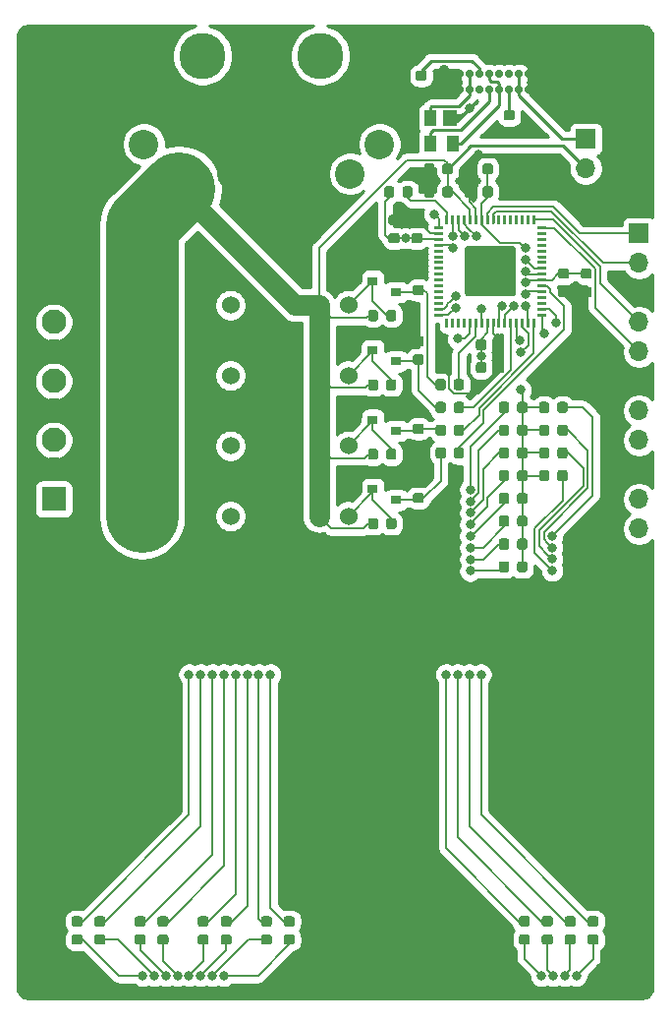
<source format=gbr>
G04 #@! TF.GenerationSoftware,KiCad,Pcbnew,5.1.5*
G04 #@! TF.CreationDate,2020-01-03T23:49:00-05:00*
G04 #@! TF.ProjectId,cluster-controller-module,636c7573-7465-4722-9d63-6f6e74726f6c,v02*
G04 #@! TF.SameCoordinates,Original*
G04 #@! TF.FileFunction,Copper,L1,Top*
G04 #@! TF.FilePolarity,Positive*
%FSLAX46Y46*%
G04 Gerber Fmt 4.6, Leading zero omitted, Abs format (unit mm)*
G04 Created by KiCad (PCBNEW 5.1.5) date 2020-01-03 23:49:00*
%MOMM*%
%LPD*%
G04 APERTURE LIST*
%ADD10C,0.700000*%
%ADD11O,0.900000X2.400000*%
%ADD12O,0.900000X1.700000*%
%ADD13R,2.100000X2.100000*%
%ADD14C,2.100000*%
%ADD15C,0.100000*%
%ADD16C,6.000000*%
%ADD17C,0.800000*%
%ADD18R,1.200000X1.400000*%
%ADD19R,1.000000X1.400000*%
%ADD20C,2.540000*%
%ADD21C,3.987800*%
%ADD22R,1.700000X1.700000*%
%ADD23O,1.700000X1.700000*%
%ADD24C,1.524000*%
%ADD25R,0.900000X0.800000*%
%ADD26C,0.200000*%
%ADD27C,0.250000*%
%ADD28C,6.290000*%
%ADD29C,1.780000*%
%ADD30C,0.254000*%
G04 APERTURE END LIST*
D10*
X154700000Y-66150000D03*
X153850000Y-66150000D03*
X153000000Y-66150000D03*
X152150000Y-66150000D03*
X151300000Y-66150000D03*
X150450000Y-66150000D03*
X149600000Y-66150000D03*
X148750000Y-66150000D03*
X153850000Y-64800000D03*
X152150000Y-64800000D03*
X153000000Y-64800000D03*
X154700000Y-64800000D03*
X150450000Y-64800000D03*
X149600000Y-64800000D03*
X148750000Y-64800000D03*
X151300000Y-64800000D03*
D11*
X156050000Y-65170000D03*
X147400000Y-65170000D03*
D12*
X156050000Y-61790000D03*
X147400000Y-61790000D03*
D13*
X113750000Y-101390000D03*
D14*
X113750000Y-98850000D03*
X113750000Y-96310000D03*
X113750000Y-93770000D03*
X113750000Y-91230000D03*
X113750000Y-88690000D03*
X113750000Y-86150000D03*
X113750000Y-83610000D03*
G04 #@! TA.AperFunction,SMDPad,CuDef*
D15*
G36*
X143097691Y-103016053D02*
G01*
X143118926Y-103019203D01*
X143139750Y-103024419D01*
X143159962Y-103031651D01*
X143179368Y-103040830D01*
X143197781Y-103051866D01*
X143215024Y-103064654D01*
X143230930Y-103079070D01*
X143245346Y-103094976D01*
X143258134Y-103112219D01*
X143269170Y-103130632D01*
X143278349Y-103150038D01*
X143285581Y-103170250D01*
X143290797Y-103191074D01*
X143293947Y-103212309D01*
X143295000Y-103233750D01*
X143295000Y-103746250D01*
X143293947Y-103767691D01*
X143290797Y-103788926D01*
X143285581Y-103809750D01*
X143278349Y-103829962D01*
X143269170Y-103849368D01*
X143258134Y-103867781D01*
X143245346Y-103885024D01*
X143230930Y-103900930D01*
X143215024Y-103915346D01*
X143197781Y-103928134D01*
X143179368Y-103939170D01*
X143159962Y-103948349D01*
X143139750Y-103955581D01*
X143118926Y-103960797D01*
X143097691Y-103963947D01*
X143076250Y-103965000D01*
X142638750Y-103965000D01*
X142617309Y-103963947D01*
X142596074Y-103960797D01*
X142575250Y-103955581D01*
X142555038Y-103948349D01*
X142535632Y-103939170D01*
X142517219Y-103928134D01*
X142499976Y-103915346D01*
X142484070Y-103900930D01*
X142469654Y-103885024D01*
X142456866Y-103867781D01*
X142445830Y-103849368D01*
X142436651Y-103829962D01*
X142429419Y-103809750D01*
X142424203Y-103788926D01*
X142421053Y-103767691D01*
X142420000Y-103746250D01*
X142420000Y-103233750D01*
X142421053Y-103212309D01*
X142424203Y-103191074D01*
X142429419Y-103170250D01*
X142436651Y-103150038D01*
X142445830Y-103130632D01*
X142456866Y-103112219D01*
X142469654Y-103094976D01*
X142484070Y-103079070D01*
X142499976Y-103064654D01*
X142517219Y-103051866D01*
X142535632Y-103040830D01*
X142555038Y-103031651D01*
X142575250Y-103024419D01*
X142596074Y-103019203D01*
X142617309Y-103016053D01*
X142638750Y-103015000D01*
X143076250Y-103015000D01*
X143097691Y-103016053D01*
G37*
G04 #@! TD.AperFunction*
G04 #@! TA.AperFunction,SMDPad,CuDef*
G36*
X141522691Y-103016053D02*
G01*
X141543926Y-103019203D01*
X141564750Y-103024419D01*
X141584962Y-103031651D01*
X141604368Y-103040830D01*
X141622781Y-103051866D01*
X141640024Y-103064654D01*
X141655930Y-103079070D01*
X141670346Y-103094976D01*
X141683134Y-103112219D01*
X141694170Y-103130632D01*
X141703349Y-103150038D01*
X141710581Y-103170250D01*
X141715797Y-103191074D01*
X141718947Y-103212309D01*
X141720000Y-103233750D01*
X141720000Y-103746250D01*
X141718947Y-103767691D01*
X141715797Y-103788926D01*
X141710581Y-103809750D01*
X141703349Y-103829962D01*
X141694170Y-103849368D01*
X141683134Y-103867781D01*
X141670346Y-103885024D01*
X141655930Y-103900930D01*
X141640024Y-103915346D01*
X141622781Y-103928134D01*
X141604368Y-103939170D01*
X141584962Y-103948349D01*
X141564750Y-103955581D01*
X141543926Y-103960797D01*
X141522691Y-103963947D01*
X141501250Y-103965000D01*
X141063750Y-103965000D01*
X141042309Y-103963947D01*
X141021074Y-103960797D01*
X141000250Y-103955581D01*
X140980038Y-103948349D01*
X140960632Y-103939170D01*
X140942219Y-103928134D01*
X140924976Y-103915346D01*
X140909070Y-103900930D01*
X140894654Y-103885024D01*
X140881866Y-103867781D01*
X140870830Y-103849368D01*
X140861651Y-103829962D01*
X140854419Y-103809750D01*
X140849203Y-103788926D01*
X140846053Y-103767691D01*
X140845000Y-103746250D01*
X140845000Y-103233750D01*
X140846053Y-103212309D01*
X140849203Y-103191074D01*
X140854419Y-103170250D01*
X140861651Y-103150038D01*
X140870830Y-103130632D01*
X140881866Y-103112219D01*
X140894654Y-103094976D01*
X140909070Y-103079070D01*
X140924976Y-103064654D01*
X140942219Y-103051866D01*
X140960632Y-103040830D01*
X140980038Y-103031651D01*
X141000250Y-103024419D01*
X141021074Y-103019203D01*
X141042309Y-103016053D01*
X141063750Y-103015000D01*
X141501250Y-103015000D01*
X141522691Y-103016053D01*
G37*
G04 #@! TD.AperFunction*
D16*
X113500000Y-63500000D03*
D17*
X115750000Y-63500000D03*
X115090990Y-65090990D03*
X113500000Y-65750000D03*
X111909010Y-65090990D03*
X111250000Y-63500000D03*
X111909010Y-61909010D03*
X113500000Y-61250000D03*
X115090990Y-61909010D03*
X164090990Y-119909010D03*
X162500000Y-119250000D03*
X160909010Y-119909010D03*
X160250000Y-121500000D03*
X160909010Y-123090990D03*
X162500000Y-123750000D03*
X164090990Y-123090990D03*
X164750000Y-121500000D03*
D16*
X162500000Y-121500000D03*
X162500000Y-63500000D03*
D17*
X164750000Y-63500000D03*
X164090990Y-65090990D03*
X162500000Y-65750000D03*
X160909010Y-65090990D03*
X160250000Y-63500000D03*
X160909010Y-61909010D03*
X162500000Y-61250000D03*
X164090990Y-61909010D03*
X115090990Y-119909010D03*
X113500000Y-119250000D03*
X111909010Y-119909010D03*
X111250000Y-121500000D03*
X111909010Y-123090990D03*
X113500000Y-123750000D03*
X115090990Y-123090990D03*
X115750000Y-121500000D03*
D16*
X113500000Y-121500000D03*
G04 #@! TA.AperFunction,SMDPad,CuDef*
D15*
G36*
X145317691Y-76926053D02*
G01*
X145338926Y-76929203D01*
X145359750Y-76934419D01*
X145379962Y-76941651D01*
X145399368Y-76950830D01*
X145417781Y-76961866D01*
X145435024Y-76974654D01*
X145450930Y-76989070D01*
X145465346Y-77004976D01*
X145478134Y-77022219D01*
X145489170Y-77040632D01*
X145498349Y-77060038D01*
X145505581Y-77080250D01*
X145510797Y-77101074D01*
X145513947Y-77122309D01*
X145515000Y-77143750D01*
X145515000Y-77581250D01*
X145513947Y-77602691D01*
X145510797Y-77623926D01*
X145505581Y-77644750D01*
X145498349Y-77664962D01*
X145489170Y-77684368D01*
X145478134Y-77702781D01*
X145465346Y-77720024D01*
X145450930Y-77735930D01*
X145435024Y-77750346D01*
X145417781Y-77763134D01*
X145399368Y-77774170D01*
X145379962Y-77783349D01*
X145359750Y-77790581D01*
X145338926Y-77795797D01*
X145317691Y-77798947D01*
X145296250Y-77800000D01*
X144783750Y-77800000D01*
X144762309Y-77798947D01*
X144741074Y-77795797D01*
X144720250Y-77790581D01*
X144700038Y-77783349D01*
X144680632Y-77774170D01*
X144662219Y-77763134D01*
X144644976Y-77750346D01*
X144629070Y-77735930D01*
X144614654Y-77720024D01*
X144601866Y-77702781D01*
X144590830Y-77684368D01*
X144581651Y-77664962D01*
X144574419Y-77644750D01*
X144569203Y-77623926D01*
X144566053Y-77602691D01*
X144565000Y-77581250D01*
X144565000Y-77143750D01*
X144566053Y-77122309D01*
X144569203Y-77101074D01*
X144574419Y-77080250D01*
X144581651Y-77060038D01*
X144590830Y-77040632D01*
X144601866Y-77022219D01*
X144614654Y-77004976D01*
X144629070Y-76989070D01*
X144644976Y-76974654D01*
X144662219Y-76961866D01*
X144680632Y-76950830D01*
X144700038Y-76941651D01*
X144720250Y-76934419D01*
X144741074Y-76929203D01*
X144762309Y-76926053D01*
X144783750Y-76925000D01*
X145296250Y-76925000D01*
X145317691Y-76926053D01*
G37*
G04 #@! TD.AperFunction*
G04 #@! TA.AperFunction,SMDPad,CuDef*
G36*
X145317691Y-78501053D02*
G01*
X145338926Y-78504203D01*
X145359750Y-78509419D01*
X145379962Y-78516651D01*
X145399368Y-78525830D01*
X145417781Y-78536866D01*
X145435024Y-78549654D01*
X145450930Y-78564070D01*
X145465346Y-78579976D01*
X145478134Y-78597219D01*
X145489170Y-78615632D01*
X145498349Y-78635038D01*
X145505581Y-78655250D01*
X145510797Y-78676074D01*
X145513947Y-78697309D01*
X145515000Y-78718750D01*
X145515000Y-79156250D01*
X145513947Y-79177691D01*
X145510797Y-79198926D01*
X145505581Y-79219750D01*
X145498349Y-79239962D01*
X145489170Y-79259368D01*
X145478134Y-79277781D01*
X145465346Y-79295024D01*
X145450930Y-79310930D01*
X145435024Y-79325346D01*
X145417781Y-79338134D01*
X145399368Y-79349170D01*
X145379962Y-79358349D01*
X145359750Y-79365581D01*
X145338926Y-79370797D01*
X145317691Y-79373947D01*
X145296250Y-79375000D01*
X144783750Y-79375000D01*
X144762309Y-79373947D01*
X144741074Y-79370797D01*
X144720250Y-79365581D01*
X144700038Y-79358349D01*
X144680632Y-79349170D01*
X144662219Y-79338134D01*
X144644976Y-79325346D01*
X144629070Y-79310930D01*
X144614654Y-79295024D01*
X144601866Y-79277781D01*
X144590830Y-79259368D01*
X144581651Y-79239962D01*
X144574419Y-79219750D01*
X144569203Y-79198926D01*
X144566053Y-79177691D01*
X144565000Y-79156250D01*
X144565000Y-78718750D01*
X144566053Y-78697309D01*
X144569203Y-78676074D01*
X144574419Y-78655250D01*
X144581651Y-78635038D01*
X144590830Y-78615632D01*
X144601866Y-78597219D01*
X144614654Y-78579976D01*
X144629070Y-78564070D01*
X144644976Y-78549654D01*
X144662219Y-78536866D01*
X144680632Y-78525830D01*
X144700038Y-78516651D01*
X144720250Y-78509419D01*
X144741074Y-78504203D01*
X144762309Y-78501053D01*
X144783750Y-78500000D01*
X145296250Y-78500000D01*
X145317691Y-78501053D01*
G37*
G04 #@! TD.AperFunction*
G04 #@! TA.AperFunction,SMDPad,CuDef*
G36*
X143357691Y-78501053D02*
G01*
X143378926Y-78504203D01*
X143399750Y-78509419D01*
X143419962Y-78516651D01*
X143439368Y-78525830D01*
X143457781Y-78536866D01*
X143475024Y-78549654D01*
X143490930Y-78564070D01*
X143505346Y-78579976D01*
X143518134Y-78597219D01*
X143529170Y-78615632D01*
X143538349Y-78635038D01*
X143545581Y-78655250D01*
X143550797Y-78676074D01*
X143553947Y-78697309D01*
X143555000Y-78718750D01*
X143555000Y-79156250D01*
X143553947Y-79177691D01*
X143550797Y-79198926D01*
X143545581Y-79219750D01*
X143538349Y-79239962D01*
X143529170Y-79259368D01*
X143518134Y-79277781D01*
X143505346Y-79295024D01*
X143490930Y-79310930D01*
X143475024Y-79325346D01*
X143457781Y-79338134D01*
X143439368Y-79349170D01*
X143419962Y-79358349D01*
X143399750Y-79365581D01*
X143378926Y-79370797D01*
X143357691Y-79373947D01*
X143336250Y-79375000D01*
X142823750Y-79375000D01*
X142802309Y-79373947D01*
X142781074Y-79370797D01*
X142760250Y-79365581D01*
X142740038Y-79358349D01*
X142720632Y-79349170D01*
X142702219Y-79338134D01*
X142684976Y-79325346D01*
X142669070Y-79310930D01*
X142654654Y-79295024D01*
X142641866Y-79277781D01*
X142630830Y-79259368D01*
X142621651Y-79239962D01*
X142614419Y-79219750D01*
X142609203Y-79198926D01*
X142606053Y-79177691D01*
X142605000Y-79156250D01*
X142605000Y-78718750D01*
X142606053Y-78697309D01*
X142609203Y-78676074D01*
X142614419Y-78655250D01*
X142621651Y-78635038D01*
X142630830Y-78615632D01*
X142641866Y-78597219D01*
X142654654Y-78579976D01*
X142669070Y-78564070D01*
X142684976Y-78549654D01*
X142702219Y-78536866D01*
X142720632Y-78525830D01*
X142740038Y-78516651D01*
X142760250Y-78509419D01*
X142781074Y-78504203D01*
X142802309Y-78501053D01*
X142823750Y-78500000D01*
X143336250Y-78500000D01*
X143357691Y-78501053D01*
G37*
G04 #@! TD.AperFunction*
G04 #@! TA.AperFunction,SMDPad,CuDef*
G36*
X143357691Y-76926053D02*
G01*
X143378926Y-76929203D01*
X143399750Y-76934419D01*
X143419962Y-76941651D01*
X143439368Y-76950830D01*
X143457781Y-76961866D01*
X143475024Y-76974654D01*
X143490930Y-76989070D01*
X143505346Y-77004976D01*
X143518134Y-77022219D01*
X143529170Y-77040632D01*
X143538349Y-77060038D01*
X143545581Y-77080250D01*
X143550797Y-77101074D01*
X143553947Y-77122309D01*
X143555000Y-77143750D01*
X143555000Y-77581250D01*
X143553947Y-77602691D01*
X143550797Y-77623926D01*
X143545581Y-77644750D01*
X143538349Y-77664962D01*
X143529170Y-77684368D01*
X143518134Y-77702781D01*
X143505346Y-77720024D01*
X143490930Y-77735930D01*
X143475024Y-77750346D01*
X143457781Y-77763134D01*
X143439368Y-77774170D01*
X143419962Y-77783349D01*
X143399750Y-77790581D01*
X143378926Y-77795797D01*
X143357691Y-77798947D01*
X143336250Y-77800000D01*
X142823750Y-77800000D01*
X142802309Y-77798947D01*
X142781074Y-77795797D01*
X142760250Y-77790581D01*
X142740038Y-77783349D01*
X142720632Y-77774170D01*
X142702219Y-77763134D01*
X142684976Y-77750346D01*
X142669070Y-77735930D01*
X142654654Y-77720024D01*
X142641866Y-77702781D01*
X142630830Y-77684368D01*
X142621651Y-77664962D01*
X142614419Y-77644750D01*
X142609203Y-77623926D01*
X142606053Y-77602691D01*
X142605000Y-77581250D01*
X142605000Y-77143750D01*
X142606053Y-77122309D01*
X142609203Y-77101074D01*
X142614419Y-77080250D01*
X142621651Y-77060038D01*
X142630830Y-77040632D01*
X142641866Y-77022219D01*
X142654654Y-77004976D01*
X142669070Y-76989070D01*
X142684976Y-76974654D01*
X142702219Y-76961866D01*
X142720632Y-76950830D01*
X142740038Y-76941651D01*
X142760250Y-76934419D01*
X142781074Y-76929203D01*
X142802309Y-76926053D01*
X142823750Y-76925000D01*
X143336250Y-76925000D01*
X143357691Y-76926053D01*
G37*
G04 #@! TD.AperFunction*
G04 #@! TA.AperFunction,SMDPad,CuDef*
G36*
X150822691Y-89586053D02*
G01*
X150843926Y-89589203D01*
X150864750Y-89594419D01*
X150884962Y-89601651D01*
X150904368Y-89610830D01*
X150922781Y-89621866D01*
X150940024Y-89634654D01*
X150955930Y-89649070D01*
X150970346Y-89664976D01*
X150983134Y-89682219D01*
X150994170Y-89700632D01*
X151003349Y-89720038D01*
X151010581Y-89740250D01*
X151015797Y-89761074D01*
X151018947Y-89782309D01*
X151020000Y-89803750D01*
X151020000Y-90316250D01*
X151018947Y-90337691D01*
X151015797Y-90358926D01*
X151010581Y-90379750D01*
X151003349Y-90399962D01*
X150994170Y-90419368D01*
X150983134Y-90437781D01*
X150970346Y-90455024D01*
X150955930Y-90470930D01*
X150940024Y-90485346D01*
X150922781Y-90498134D01*
X150904368Y-90509170D01*
X150884962Y-90518349D01*
X150864750Y-90525581D01*
X150843926Y-90530797D01*
X150822691Y-90533947D01*
X150801250Y-90535000D01*
X150363750Y-90535000D01*
X150342309Y-90533947D01*
X150321074Y-90530797D01*
X150300250Y-90525581D01*
X150280038Y-90518349D01*
X150260632Y-90509170D01*
X150242219Y-90498134D01*
X150224976Y-90485346D01*
X150209070Y-90470930D01*
X150194654Y-90455024D01*
X150181866Y-90437781D01*
X150170830Y-90419368D01*
X150161651Y-90399962D01*
X150154419Y-90379750D01*
X150149203Y-90358926D01*
X150146053Y-90337691D01*
X150145000Y-90316250D01*
X150145000Y-89803750D01*
X150146053Y-89782309D01*
X150149203Y-89761074D01*
X150154419Y-89740250D01*
X150161651Y-89720038D01*
X150170830Y-89700632D01*
X150181866Y-89682219D01*
X150194654Y-89664976D01*
X150209070Y-89649070D01*
X150224976Y-89634654D01*
X150242219Y-89621866D01*
X150260632Y-89610830D01*
X150280038Y-89601651D01*
X150300250Y-89594419D01*
X150321074Y-89589203D01*
X150342309Y-89586053D01*
X150363750Y-89585000D01*
X150801250Y-89585000D01*
X150822691Y-89586053D01*
G37*
G04 #@! TD.AperFunction*
G04 #@! TA.AperFunction,SMDPad,CuDef*
G36*
X152397691Y-89586053D02*
G01*
X152418926Y-89589203D01*
X152439750Y-89594419D01*
X152459962Y-89601651D01*
X152479368Y-89610830D01*
X152497781Y-89621866D01*
X152515024Y-89634654D01*
X152530930Y-89649070D01*
X152545346Y-89664976D01*
X152558134Y-89682219D01*
X152569170Y-89700632D01*
X152578349Y-89720038D01*
X152585581Y-89740250D01*
X152590797Y-89761074D01*
X152593947Y-89782309D01*
X152595000Y-89803750D01*
X152595000Y-90316250D01*
X152593947Y-90337691D01*
X152590797Y-90358926D01*
X152585581Y-90379750D01*
X152578349Y-90399962D01*
X152569170Y-90419368D01*
X152558134Y-90437781D01*
X152545346Y-90455024D01*
X152530930Y-90470930D01*
X152515024Y-90485346D01*
X152497781Y-90498134D01*
X152479368Y-90509170D01*
X152459962Y-90518349D01*
X152439750Y-90525581D01*
X152418926Y-90530797D01*
X152397691Y-90533947D01*
X152376250Y-90535000D01*
X151938750Y-90535000D01*
X151917309Y-90533947D01*
X151896074Y-90530797D01*
X151875250Y-90525581D01*
X151855038Y-90518349D01*
X151835632Y-90509170D01*
X151817219Y-90498134D01*
X151799976Y-90485346D01*
X151784070Y-90470930D01*
X151769654Y-90455024D01*
X151756866Y-90437781D01*
X151745830Y-90419368D01*
X151736651Y-90399962D01*
X151729419Y-90379750D01*
X151724203Y-90358926D01*
X151721053Y-90337691D01*
X151720000Y-90316250D01*
X151720000Y-89803750D01*
X151721053Y-89782309D01*
X151724203Y-89761074D01*
X151729419Y-89740250D01*
X151736651Y-89720038D01*
X151745830Y-89700632D01*
X151756866Y-89682219D01*
X151769654Y-89664976D01*
X151784070Y-89649070D01*
X151799976Y-89634654D01*
X151817219Y-89621866D01*
X151835632Y-89610830D01*
X151855038Y-89601651D01*
X151875250Y-89594419D01*
X151896074Y-89589203D01*
X151917309Y-89586053D01*
X151938750Y-89585000D01*
X152376250Y-89585000D01*
X152397691Y-89586053D01*
G37*
G04 #@! TD.AperFunction*
G04 #@! TA.AperFunction,SMDPad,CuDef*
G36*
X152397691Y-87626053D02*
G01*
X152418926Y-87629203D01*
X152439750Y-87634419D01*
X152459962Y-87641651D01*
X152479368Y-87650830D01*
X152497781Y-87661866D01*
X152515024Y-87674654D01*
X152530930Y-87689070D01*
X152545346Y-87704976D01*
X152558134Y-87722219D01*
X152569170Y-87740632D01*
X152578349Y-87760038D01*
X152585581Y-87780250D01*
X152590797Y-87801074D01*
X152593947Y-87822309D01*
X152595000Y-87843750D01*
X152595000Y-88356250D01*
X152593947Y-88377691D01*
X152590797Y-88398926D01*
X152585581Y-88419750D01*
X152578349Y-88439962D01*
X152569170Y-88459368D01*
X152558134Y-88477781D01*
X152545346Y-88495024D01*
X152530930Y-88510930D01*
X152515024Y-88525346D01*
X152497781Y-88538134D01*
X152479368Y-88549170D01*
X152459962Y-88558349D01*
X152439750Y-88565581D01*
X152418926Y-88570797D01*
X152397691Y-88573947D01*
X152376250Y-88575000D01*
X151938750Y-88575000D01*
X151917309Y-88573947D01*
X151896074Y-88570797D01*
X151875250Y-88565581D01*
X151855038Y-88558349D01*
X151835632Y-88549170D01*
X151817219Y-88538134D01*
X151799976Y-88525346D01*
X151784070Y-88510930D01*
X151769654Y-88495024D01*
X151756866Y-88477781D01*
X151745830Y-88459368D01*
X151736651Y-88439962D01*
X151729419Y-88419750D01*
X151724203Y-88398926D01*
X151721053Y-88377691D01*
X151720000Y-88356250D01*
X151720000Y-87843750D01*
X151721053Y-87822309D01*
X151724203Y-87801074D01*
X151729419Y-87780250D01*
X151736651Y-87760038D01*
X151745830Y-87740632D01*
X151756866Y-87722219D01*
X151769654Y-87704976D01*
X151784070Y-87689070D01*
X151799976Y-87674654D01*
X151817219Y-87661866D01*
X151835632Y-87650830D01*
X151855038Y-87641651D01*
X151875250Y-87634419D01*
X151896074Y-87629203D01*
X151917309Y-87626053D01*
X151938750Y-87625000D01*
X152376250Y-87625000D01*
X152397691Y-87626053D01*
G37*
G04 #@! TD.AperFunction*
G04 #@! TA.AperFunction,SMDPad,CuDef*
G36*
X150822691Y-87626053D02*
G01*
X150843926Y-87629203D01*
X150864750Y-87634419D01*
X150884962Y-87641651D01*
X150904368Y-87650830D01*
X150922781Y-87661866D01*
X150940024Y-87674654D01*
X150955930Y-87689070D01*
X150970346Y-87704976D01*
X150983134Y-87722219D01*
X150994170Y-87740632D01*
X151003349Y-87760038D01*
X151010581Y-87780250D01*
X151015797Y-87801074D01*
X151018947Y-87822309D01*
X151020000Y-87843750D01*
X151020000Y-88356250D01*
X151018947Y-88377691D01*
X151015797Y-88398926D01*
X151010581Y-88419750D01*
X151003349Y-88439962D01*
X150994170Y-88459368D01*
X150983134Y-88477781D01*
X150970346Y-88495024D01*
X150955930Y-88510930D01*
X150940024Y-88525346D01*
X150922781Y-88538134D01*
X150904368Y-88549170D01*
X150884962Y-88558349D01*
X150864750Y-88565581D01*
X150843926Y-88570797D01*
X150822691Y-88573947D01*
X150801250Y-88575000D01*
X150363750Y-88575000D01*
X150342309Y-88573947D01*
X150321074Y-88570797D01*
X150300250Y-88565581D01*
X150280038Y-88558349D01*
X150260632Y-88549170D01*
X150242219Y-88538134D01*
X150224976Y-88525346D01*
X150209070Y-88510930D01*
X150194654Y-88495024D01*
X150181866Y-88477781D01*
X150170830Y-88459368D01*
X150161651Y-88439962D01*
X150154419Y-88419750D01*
X150149203Y-88398926D01*
X150146053Y-88377691D01*
X150145000Y-88356250D01*
X150145000Y-87843750D01*
X150146053Y-87822309D01*
X150149203Y-87801074D01*
X150154419Y-87780250D01*
X150161651Y-87760038D01*
X150170830Y-87740632D01*
X150181866Y-87722219D01*
X150194654Y-87704976D01*
X150209070Y-87689070D01*
X150224976Y-87674654D01*
X150242219Y-87661866D01*
X150260632Y-87650830D01*
X150280038Y-87641651D01*
X150300250Y-87634419D01*
X150321074Y-87629203D01*
X150342309Y-87626053D01*
X150363750Y-87625000D01*
X150801250Y-87625000D01*
X150822691Y-87626053D01*
G37*
G04 #@! TD.AperFunction*
G04 #@! TA.AperFunction,SMDPad,CuDef*
G36*
X157977691Y-81546053D02*
G01*
X157998926Y-81549203D01*
X158019750Y-81554419D01*
X158039962Y-81561651D01*
X158059368Y-81570830D01*
X158077781Y-81581866D01*
X158095024Y-81594654D01*
X158110930Y-81609070D01*
X158125346Y-81624976D01*
X158138134Y-81642219D01*
X158149170Y-81660632D01*
X158158349Y-81680038D01*
X158165581Y-81700250D01*
X158170797Y-81721074D01*
X158173947Y-81742309D01*
X158175000Y-81763750D01*
X158175000Y-82201250D01*
X158173947Y-82222691D01*
X158170797Y-82243926D01*
X158165581Y-82264750D01*
X158158349Y-82284962D01*
X158149170Y-82304368D01*
X158138134Y-82322781D01*
X158125346Y-82340024D01*
X158110930Y-82355930D01*
X158095024Y-82370346D01*
X158077781Y-82383134D01*
X158059368Y-82394170D01*
X158039962Y-82403349D01*
X158019750Y-82410581D01*
X157998926Y-82415797D01*
X157977691Y-82418947D01*
X157956250Y-82420000D01*
X157443750Y-82420000D01*
X157422309Y-82418947D01*
X157401074Y-82415797D01*
X157380250Y-82410581D01*
X157360038Y-82403349D01*
X157340632Y-82394170D01*
X157322219Y-82383134D01*
X157304976Y-82370346D01*
X157289070Y-82355930D01*
X157274654Y-82340024D01*
X157261866Y-82322781D01*
X157250830Y-82304368D01*
X157241651Y-82284962D01*
X157234419Y-82264750D01*
X157229203Y-82243926D01*
X157226053Y-82222691D01*
X157225000Y-82201250D01*
X157225000Y-81763750D01*
X157226053Y-81742309D01*
X157229203Y-81721074D01*
X157234419Y-81700250D01*
X157241651Y-81680038D01*
X157250830Y-81660632D01*
X157261866Y-81642219D01*
X157274654Y-81624976D01*
X157289070Y-81609070D01*
X157304976Y-81594654D01*
X157322219Y-81581866D01*
X157340632Y-81570830D01*
X157360038Y-81561651D01*
X157380250Y-81554419D01*
X157401074Y-81549203D01*
X157422309Y-81546053D01*
X157443750Y-81545000D01*
X157956250Y-81545000D01*
X157977691Y-81546053D01*
G37*
G04 #@! TD.AperFunction*
G04 #@! TA.AperFunction,SMDPad,CuDef*
G36*
X157977691Y-83121053D02*
G01*
X157998926Y-83124203D01*
X158019750Y-83129419D01*
X158039962Y-83136651D01*
X158059368Y-83145830D01*
X158077781Y-83156866D01*
X158095024Y-83169654D01*
X158110930Y-83184070D01*
X158125346Y-83199976D01*
X158138134Y-83217219D01*
X158149170Y-83235632D01*
X158158349Y-83255038D01*
X158165581Y-83275250D01*
X158170797Y-83296074D01*
X158173947Y-83317309D01*
X158175000Y-83338750D01*
X158175000Y-83776250D01*
X158173947Y-83797691D01*
X158170797Y-83818926D01*
X158165581Y-83839750D01*
X158158349Y-83859962D01*
X158149170Y-83879368D01*
X158138134Y-83897781D01*
X158125346Y-83915024D01*
X158110930Y-83930930D01*
X158095024Y-83945346D01*
X158077781Y-83958134D01*
X158059368Y-83969170D01*
X158039962Y-83978349D01*
X158019750Y-83985581D01*
X157998926Y-83990797D01*
X157977691Y-83993947D01*
X157956250Y-83995000D01*
X157443750Y-83995000D01*
X157422309Y-83993947D01*
X157401074Y-83990797D01*
X157380250Y-83985581D01*
X157360038Y-83978349D01*
X157340632Y-83969170D01*
X157322219Y-83958134D01*
X157304976Y-83945346D01*
X157289070Y-83930930D01*
X157274654Y-83915024D01*
X157261866Y-83897781D01*
X157250830Y-83879368D01*
X157241651Y-83859962D01*
X157234419Y-83839750D01*
X157229203Y-83818926D01*
X157226053Y-83797691D01*
X157225000Y-83776250D01*
X157225000Y-83338750D01*
X157226053Y-83317309D01*
X157229203Y-83296074D01*
X157234419Y-83275250D01*
X157241651Y-83255038D01*
X157250830Y-83235632D01*
X157261866Y-83217219D01*
X157274654Y-83199976D01*
X157289070Y-83184070D01*
X157304976Y-83169654D01*
X157322219Y-83156866D01*
X157340632Y-83145830D01*
X157360038Y-83136651D01*
X157380250Y-83129419D01*
X157401074Y-83124203D01*
X157422309Y-83121053D01*
X157443750Y-83120000D01*
X157956250Y-83120000D01*
X157977691Y-83121053D01*
G37*
G04 #@! TD.AperFunction*
G04 #@! TA.AperFunction,SMDPad,CuDef*
G36*
X159937691Y-81546053D02*
G01*
X159958926Y-81549203D01*
X159979750Y-81554419D01*
X159999962Y-81561651D01*
X160019368Y-81570830D01*
X160037781Y-81581866D01*
X160055024Y-81594654D01*
X160070930Y-81609070D01*
X160085346Y-81624976D01*
X160098134Y-81642219D01*
X160109170Y-81660632D01*
X160118349Y-81680038D01*
X160125581Y-81700250D01*
X160130797Y-81721074D01*
X160133947Y-81742309D01*
X160135000Y-81763750D01*
X160135000Y-82201250D01*
X160133947Y-82222691D01*
X160130797Y-82243926D01*
X160125581Y-82264750D01*
X160118349Y-82284962D01*
X160109170Y-82304368D01*
X160098134Y-82322781D01*
X160085346Y-82340024D01*
X160070930Y-82355930D01*
X160055024Y-82370346D01*
X160037781Y-82383134D01*
X160019368Y-82394170D01*
X159999962Y-82403349D01*
X159979750Y-82410581D01*
X159958926Y-82415797D01*
X159937691Y-82418947D01*
X159916250Y-82420000D01*
X159403750Y-82420000D01*
X159382309Y-82418947D01*
X159361074Y-82415797D01*
X159340250Y-82410581D01*
X159320038Y-82403349D01*
X159300632Y-82394170D01*
X159282219Y-82383134D01*
X159264976Y-82370346D01*
X159249070Y-82355930D01*
X159234654Y-82340024D01*
X159221866Y-82322781D01*
X159210830Y-82304368D01*
X159201651Y-82284962D01*
X159194419Y-82264750D01*
X159189203Y-82243926D01*
X159186053Y-82222691D01*
X159185000Y-82201250D01*
X159185000Y-81763750D01*
X159186053Y-81742309D01*
X159189203Y-81721074D01*
X159194419Y-81700250D01*
X159201651Y-81680038D01*
X159210830Y-81660632D01*
X159221866Y-81642219D01*
X159234654Y-81624976D01*
X159249070Y-81609070D01*
X159264976Y-81594654D01*
X159282219Y-81581866D01*
X159300632Y-81570830D01*
X159320038Y-81561651D01*
X159340250Y-81554419D01*
X159361074Y-81549203D01*
X159382309Y-81546053D01*
X159403750Y-81545000D01*
X159916250Y-81545000D01*
X159937691Y-81546053D01*
G37*
G04 #@! TD.AperFunction*
G04 #@! TA.AperFunction,SMDPad,CuDef*
G36*
X159937691Y-83121053D02*
G01*
X159958926Y-83124203D01*
X159979750Y-83129419D01*
X159999962Y-83136651D01*
X160019368Y-83145830D01*
X160037781Y-83156866D01*
X160055024Y-83169654D01*
X160070930Y-83184070D01*
X160085346Y-83199976D01*
X160098134Y-83217219D01*
X160109170Y-83235632D01*
X160118349Y-83255038D01*
X160125581Y-83275250D01*
X160130797Y-83296074D01*
X160133947Y-83317309D01*
X160135000Y-83338750D01*
X160135000Y-83776250D01*
X160133947Y-83797691D01*
X160130797Y-83818926D01*
X160125581Y-83839750D01*
X160118349Y-83859962D01*
X160109170Y-83879368D01*
X160098134Y-83897781D01*
X160085346Y-83915024D01*
X160070930Y-83930930D01*
X160055024Y-83945346D01*
X160037781Y-83958134D01*
X160019368Y-83969170D01*
X159999962Y-83978349D01*
X159979750Y-83985581D01*
X159958926Y-83990797D01*
X159937691Y-83993947D01*
X159916250Y-83995000D01*
X159403750Y-83995000D01*
X159382309Y-83993947D01*
X159361074Y-83990797D01*
X159340250Y-83985581D01*
X159320038Y-83978349D01*
X159300632Y-83969170D01*
X159282219Y-83958134D01*
X159264976Y-83945346D01*
X159249070Y-83930930D01*
X159234654Y-83915024D01*
X159221866Y-83897781D01*
X159210830Y-83879368D01*
X159201651Y-83859962D01*
X159194419Y-83839750D01*
X159189203Y-83818926D01*
X159186053Y-83797691D01*
X159185000Y-83776250D01*
X159185000Y-83338750D01*
X159186053Y-83317309D01*
X159189203Y-83296074D01*
X159194419Y-83275250D01*
X159201651Y-83255038D01*
X159210830Y-83235632D01*
X159221866Y-83217219D01*
X159234654Y-83199976D01*
X159249070Y-83184070D01*
X159264976Y-83169654D01*
X159282219Y-83156866D01*
X159300632Y-83145830D01*
X159320038Y-83136651D01*
X159340250Y-83129419D01*
X159361074Y-83124203D01*
X159382309Y-83121053D01*
X159403750Y-83120000D01*
X159916250Y-83120000D01*
X159937691Y-83121053D01*
G37*
G04 #@! TD.AperFunction*
G04 #@! TA.AperFunction,SMDPad,CuDef*
G36*
X149822691Y-72506053D02*
G01*
X149843926Y-72509203D01*
X149864750Y-72514419D01*
X149884962Y-72521651D01*
X149904368Y-72530830D01*
X149922781Y-72541866D01*
X149940024Y-72554654D01*
X149955930Y-72569070D01*
X149970346Y-72584976D01*
X149983134Y-72602219D01*
X149994170Y-72620632D01*
X150003349Y-72640038D01*
X150010581Y-72660250D01*
X150015797Y-72681074D01*
X150018947Y-72702309D01*
X150020000Y-72723750D01*
X150020000Y-73236250D01*
X150018947Y-73257691D01*
X150015797Y-73278926D01*
X150010581Y-73299750D01*
X150003349Y-73319962D01*
X149994170Y-73339368D01*
X149983134Y-73357781D01*
X149970346Y-73375024D01*
X149955930Y-73390930D01*
X149940024Y-73405346D01*
X149922781Y-73418134D01*
X149904368Y-73429170D01*
X149884962Y-73438349D01*
X149864750Y-73445581D01*
X149843926Y-73450797D01*
X149822691Y-73453947D01*
X149801250Y-73455000D01*
X149363750Y-73455000D01*
X149342309Y-73453947D01*
X149321074Y-73450797D01*
X149300250Y-73445581D01*
X149280038Y-73438349D01*
X149260632Y-73429170D01*
X149242219Y-73418134D01*
X149224976Y-73405346D01*
X149209070Y-73390930D01*
X149194654Y-73375024D01*
X149181866Y-73357781D01*
X149170830Y-73339368D01*
X149161651Y-73319962D01*
X149154419Y-73299750D01*
X149149203Y-73278926D01*
X149146053Y-73257691D01*
X149145000Y-73236250D01*
X149145000Y-72723750D01*
X149146053Y-72702309D01*
X149149203Y-72681074D01*
X149154419Y-72660250D01*
X149161651Y-72640038D01*
X149170830Y-72620632D01*
X149181866Y-72602219D01*
X149194654Y-72584976D01*
X149209070Y-72569070D01*
X149224976Y-72554654D01*
X149242219Y-72541866D01*
X149260632Y-72530830D01*
X149280038Y-72521651D01*
X149300250Y-72514419D01*
X149321074Y-72509203D01*
X149342309Y-72506053D01*
X149363750Y-72505000D01*
X149801250Y-72505000D01*
X149822691Y-72506053D01*
G37*
G04 #@! TD.AperFunction*
G04 #@! TA.AperFunction,SMDPad,CuDef*
G36*
X151397691Y-72506053D02*
G01*
X151418926Y-72509203D01*
X151439750Y-72514419D01*
X151459962Y-72521651D01*
X151479368Y-72530830D01*
X151497781Y-72541866D01*
X151515024Y-72554654D01*
X151530930Y-72569070D01*
X151545346Y-72584976D01*
X151558134Y-72602219D01*
X151569170Y-72620632D01*
X151578349Y-72640038D01*
X151585581Y-72660250D01*
X151590797Y-72681074D01*
X151593947Y-72702309D01*
X151595000Y-72723750D01*
X151595000Y-73236250D01*
X151593947Y-73257691D01*
X151590797Y-73278926D01*
X151585581Y-73299750D01*
X151578349Y-73319962D01*
X151569170Y-73339368D01*
X151558134Y-73357781D01*
X151545346Y-73375024D01*
X151530930Y-73390930D01*
X151515024Y-73405346D01*
X151497781Y-73418134D01*
X151479368Y-73429170D01*
X151459962Y-73438349D01*
X151439750Y-73445581D01*
X151418926Y-73450797D01*
X151397691Y-73453947D01*
X151376250Y-73455000D01*
X150938750Y-73455000D01*
X150917309Y-73453947D01*
X150896074Y-73450797D01*
X150875250Y-73445581D01*
X150855038Y-73438349D01*
X150835632Y-73429170D01*
X150817219Y-73418134D01*
X150799976Y-73405346D01*
X150784070Y-73390930D01*
X150769654Y-73375024D01*
X150756866Y-73357781D01*
X150745830Y-73339368D01*
X150736651Y-73319962D01*
X150729419Y-73299750D01*
X150724203Y-73278926D01*
X150721053Y-73257691D01*
X150720000Y-73236250D01*
X150720000Y-72723750D01*
X150721053Y-72702309D01*
X150724203Y-72681074D01*
X150729419Y-72660250D01*
X150736651Y-72640038D01*
X150745830Y-72620632D01*
X150756866Y-72602219D01*
X150769654Y-72584976D01*
X150784070Y-72569070D01*
X150799976Y-72554654D01*
X150817219Y-72541866D01*
X150835632Y-72530830D01*
X150855038Y-72521651D01*
X150875250Y-72514419D01*
X150896074Y-72509203D01*
X150917309Y-72506053D01*
X150938750Y-72505000D01*
X151376250Y-72505000D01*
X151397691Y-72506053D01*
G37*
G04 #@! TD.AperFunction*
G04 #@! TA.AperFunction,SMDPad,CuDef*
G36*
X151397691Y-74466053D02*
G01*
X151418926Y-74469203D01*
X151439750Y-74474419D01*
X151459962Y-74481651D01*
X151479368Y-74490830D01*
X151497781Y-74501866D01*
X151515024Y-74514654D01*
X151530930Y-74529070D01*
X151545346Y-74544976D01*
X151558134Y-74562219D01*
X151569170Y-74580632D01*
X151578349Y-74600038D01*
X151585581Y-74620250D01*
X151590797Y-74641074D01*
X151593947Y-74662309D01*
X151595000Y-74683750D01*
X151595000Y-75196250D01*
X151593947Y-75217691D01*
X151590797Y-75238926D01*
X151585581Y-75259750D01*
X151578349Y-75279962D01*
X151569170Y-75299368D01*
X151558134Y-75317781D01*
X151545346Y-75335024D01*
X151530930Y-75350930D01*
X151515024Y-75365346D01*
X151497781Y-75378134D01*
X151479368Y-75389170D01*
X151459962Y-75398349D01*
X151439750Y-75405581D01*
X151418926Y-75410797D01*
X151397691Y-75413947D01*
X151376250Y-75415000D01*
X150938750Y-75415000D01*
X150917309Y-75413947D01*
X150896074Y-75410797D01*
X150875250Y-75405581D01*
X150855038Y-75398349D01*
X150835632Y-75389170D01*
X150817219Y-75378134D01*
X150799976Y-75365346D01*
X150784070Y-75350930D01*
X150769654Y-75335024D01*
X150756866Y-75317781D01*
X150745830Y-75299368D01*
X150736651Y-75279962D01*
X150729419Y-75259750D01*
X150724203Y-75238926D01*
X150721053Y-75217691D01*
X150720000Y-75196250D01*
X150720000Y-74683750D01*
X150721053Y-74662309D01*
X150724203Y-74641074D01*
X150729419Y-74620250D01*
X150736651Y-74600038D01*
X150745830Y-74580632D01*
X150756866Y-74562219D01*
X150769654Y-74544976D01*
X150784070Y-74529070D01*
X150799976Y-74514654D01*
X150817219Y-74501866D01*
X150835632Y-74490830D01*
X150855038Y-74481651D01*
X150875250Y-74474419D01*
X150896074Y-74469203D01*
X150917309Y-74466053D01*
X150938750Y-74465000D01*
X151376250Y-74465000D01*
X151397691Y-74466053D01*
G37*
G04 #@! TD.AperFunction*
G04 #@! TA.AperFunction,SMDPad,CuDef*
G36*
X149822691Y-74466053D02*
G01*
X149843926Y-74469203D01*
X149864750Y-74474419D01*
X149884962Y-74481651D01*
X149904368Y-74490830D01*
X149922781Y-74501866D01*
X149940024Y-74514654D01*
X149955930Y-74529070D01*
X149970346Y-74544976D01*
X149983134Y-74562219D01*
X149994170Y-74580632D01*
X150003349Y-74600038D01*
X150010581Y-74620250D01*
X150015797Y-74641074D01*
X150018947Y-74662309D01*
X150020000Y-74683750D01*
X150020000Y-75196250D01*
X150018947Y-75217691D01*
X150015797Y-75238926D01*
X150010581Y-75259750D01*
X150003349Y-75279962D01*
X149994170Y-75299368D01*
X149983134Y-75317781D01*
X149970346Y-75335024D01*
X149955930Y-75350930D01*
X149940024Y-75365346D01*
X149922781Y-75378134D01*
X149904368Y-75389170D01*
X149884962Y-75398349D01*
X149864750Y-75405581D01*
X149843926Y-75410797D01*
X149822691Y-75413947D01*
X149801250Y-75415000D01*
X149363750Y-75415000D01*
X149342309Y-75413947D01*
X149321074Y-75410797D01*
X149300250Y-75405581D01*
X149280038Y-75398349D01*
X149260632Y-75389170D01*
X149242219Y-75378134D01*
X149224976Y-75365346D01*
X149209070Y-75350930D01*
X149194654Y-75335024D01*
X149181866Y-75317781D01*
X149170830Y-75299368D01*
X149161651Y-75279962D01*
X149154419Y-75259750D01*
X149149203Y-75238926D01*
X149146053Y-75217691D01*
X149145000Y-75196250D01*
X149145000Y-74683750D01*
X149146053Y-74662309D01*
X149149203Y-74641074D01*
X149154419Y-74620250D01*
X149161651Y-74600038D01*
X149170830Y-74580632D01*
X149181866Y-74562219D01*
X149194654Y-74544976D01*
X149209070Y-74529070D01*
X149224976Y-74514654D01*
X149242219Y-74501866D01*
X149260632Y-74490830D01*
X149280038Y-74481651D01*
X149300250Y-74474419D01*
X149321074Y-74469203D01*
X149342309Y-74466053D01*
X149363750Y-74465000D01*
X149801250Y-74465000D01*
X149822691Y-74466053D01*
G37*
G04 #@! TD.AperFunction*
G04 #@! TA.AperFunction,SMDPad,CuDef*
G36*
X147937691Y-72506053D02*
G01*
X147958926Y-72509203D01*
X147979750Y-72514419D01*
X147999962Y-72521651D01*
X148019368Y-72530830D01*
X148037781Y-72541866D01*
X148055024Y-72554654D01*
X148070930Y-72569070D01*
X148085346Y-72584976D01*
X148098134Y-72602219D01*
X148109170Y-72620632D01*
X148118349Y-72640038D01*
X148125581Y-72660250D01*
X148130797Y-72681074D01*
X148133947Y-72702309D01*
X148135000Y-72723750D01*
X148135000Y-73236250D01*
X148133947Y-73257691D01*
X148130797Y-73278926D01*
X148125581Y-73299750D01*
X148118349Y-73319962D01*
X148109170Y-73339368D01*
X148098134Y-73357781D01*
X148085346Y-73375024D01*
X148070930Y-73390930D01*
X148055024Y-73405346D01*
X148037781Y-73418134D01*
X148019368Y-73429170D01*
X147999962Y-73438349D01*
X147979750Y-73445581D01*
X147958926Y-73450797D01*
X147937691Y-73453947D01*
X147916250Y-73455000D01*
X147478750Y-73455000D01*
X147457309Y-73453947D01*
X147436074Y-73450797D01*
X147415250Y-73445581D01*
X147395038Y-73438349D01*
X147375632Y-73429170D01*
X147357219Y-73418134D01*
X147339976Y-73405346D01*
X147324070Y-73390930D01*
X147309654Y-73375024D01*
X147296866Y-73357781D01*
X147285830Y-73339368D01*
X147276651Y-73319962D01*
X147269419Y-73299750D01*
X147264203Y-73278926D01*
X147261053Y-73257691D01*
X147260000Y-73236250D01*
X147260000Y-72723750D01*
X147261053Y-72702309D01*
X147264203Y-72681074D01*
X147269419Y-72660250D01*
X147276651Y-72640038D01*
X147285830Y-72620632D01*
X147296866Y-72602219D01*
X147309654Y-72584976D01*
X147324070Y-72569070D01*
X147339976Y-72554654D01*
X147357219Y-72541866D01*
X147375632Y-72530830D01*
X147395038Y-72521651D01*
X147415250Y-72514419D01*
X147436074Y-72509203D01*
X147457309Y-72506053D01*
X147478750Y-72505000D01*
X147916250Y-72505000D01*
X147937691Y-72506053D01*
G37*
G04 #@! TD.AperFunction*
G04 #@! TA.AperFunction,SMDPad,CuDef*
G36*
X146362691Y-72506053D02*
G01*
X146383926Y-72509203D01*
X146404750Y-72514419D01*
X146424962Y-72521651D01*
X146444368Y-72530830D01*
X146462781Y-72541866D01*
X146480024Y-72554654D01*
X146495930Y-72569070D01*
X146510346Y-72584976D01*
X146523134Y-72602219D01*
X146534170Y-72620632D01*
X146543349Y-72640038D01*
X146550581Y-72660250D01*
X146555797Y-72681074D01*
X146558947Y-72702309D01*
X146560000Y-72723750D01*
X146560000Y-73236250D01*
X146558947Y-73257691D01*
X146555797Y-73278926D01*
X146550581Y-73299750D01*
X146543349Y-73319962D01*
X146534170Y-73339368D01*
X146523134Y-73357781D01*
X146510346Y-73375024D01*
X146495930Y-73390930D01*
X146480024Y-73405346D01*
X146462781Y-73418134D01*
X146444368Y-73429170D01*
X146424962Y-73438349D01*
X146404750Y-73445581D01*
X146383926Y-73450797D01*
X146362691Y-73453947D01*
X146341250Y-73455000D01*
X145903750Y-73455000D01*
X145882309Y-73453947D01*
X145861074Y-73450797D01*
X145840250Y-73445581D01*
X145820038Y-73438349D01*
X145800632Y-73429170D01*
X145782219Y-73418134D01*
X145764976Y-73405346D01*
X145749070Y-73390930D01*
X145734654Y-73375024D01*
X145721866Y-73357781D01*
X145710830Y-73339368D01*
X145701651Y-73319962D01*
X145694419Y-73299750D01*
X145689203Y-73278926D01*
X145686053Y-73257691D01*
X145685000Y-73236250D01*
X145685000Y-72723750D01*
X145686053Y-72702309D01*
X145689203Y-72681074D01*
X145694419Y-72660250D01*
X145701651Y-72640038D01*
X145710830Y-72620632D01*
X145721866Y-72602219D01*
X145734654Y-72584976D01*
X145749070Y-72569070D01*
X145764976Y-72554654D01*
X145782219Y-72541866D01*
X145800632Y-72530830D01*
X145820038Y-72521651D01*
X145840250Y-72514419D01*
X145861074Y-72509203D01*
X145882309Y-72506053D01*
X145903750Y-72505000D01*
X146341250Y-72505000D01*
X146362691Y-72506053D01*
G37*
G04 #@! TD.AperFunction*
G04 #@! TA.AperFunction,SMDPad,CuDef*
G36*
X146362691Y-74466053D02*
G01*
X146383926Y-74469203D01*
X146404750Y-74474419D01*
X146424962Y-74481651D01*
X146444368Y-74490830D01*
X146462781Y-74501866D01*
X146480024Y-74514654D01*
X146495930Y-74529070D01*
X146510346Y-74544976D01*
X146523134Y-74562219D01*
X146534170Y-74580632D01*
X146543349Y-74600038D01*
X146550581Y-74620250D01*
X146555797Y-74641074D01*
X146558947Y-74662309D01*
X146560000Y-74683750D01*
X146560000Y-75196250D01*
X146558947Y-75217691D01*
X146555797Y-75238926D01*
X146550581Y-75259750D01*
X146543349Y-75279962D01*
X146534170Y-75299368D01*
X146523134Y-75317781D01*
X146510346Y-75335024D01*
X146495930Y-75350930D01*
X146480024Y-75365346D01*
X146462781Y-75378134D01*
X146444368Y-75389170D01*
X146424962Y-75398349D01*
X146404750Y-75405581D01*
X146383926Y-75410797D01*
X146362691Y-75413947D01*
X146341250Y-75415000D01*
X145903750Y-75415000D01*
X145882309Y-75413947D01*
X145861074Y-75410797D01*
X145840250Y-75405581D01*
X145820038Y-75398349D01*
X145800632Y-75389170D01*
X145782219Y-75378134D01*
X145764976Y-75365346D01*
X145749070Y-75350930D01*
X145734654Y-75335024D01*
X145721866Y-75317781D01*
X145710830Y-75299368D01*
X145701651Y-75279962D01*
X145694419Y-75259750D01*
X145689203Y-75238926D01*
X145686053Y-75217691D01*
X145685000Y-75196250D01*
X145685000Y-74683750D01*
X145686053Y-74662309D01*
X145689203Y-74641074D01*
X145694419Y-74620250D01*
X145701651Y-74600038D01*
X145710830Y-74580632D01*
X145721866Y-74562219D01*
X145734654Y-74544976D01*
X145749070Y-74529070D01*
X145764976Y-74514654D01*
X145782219Y-74501866D01*
X145800632Y-74490830D01*
X145820038Y-74481651D01*
X145840250Y-74474419D01*
X145861074Y-74469203D01*
X145882309Y-74466053D01*
X145903750Y-74465000D01*
X146341250Y-74465000D01*
X146362691Y-74466053D01*
G37*
G04 #@! TD.AperFunction*
G04 #@! TA.AperFunction,SMDPad,CuDef*
G36*
X147937691Y-74466053D02*
G01*
X147958926Y-74469203D01*
X147979750Y-74474419D01*
X147999962Y-74481651D01*
X148019368Y-74490830D01*
X148037781Y-74501866D01*
X148055024Y-74514654D01*
X148070930Y-74529070D01*
X148085346Y-74544976D01*
X148098134Y-74562219D01*
X148109170Y-74580632D01*
X148118349Y-74600038D01*
X148125581Y-74620250D01*
X148130797Y-74641074D01*
X148133947Y-74662309D01*
X148135000Y-74683750D01*
X148135000Y-75196250D01*
X148133947Y-75217691D01*
X148130797Y-75238926D01*
X148125581Y-75259750D01*
X148118349Y-75279962D01*
X148109170Y-75299368D01*
X148098134Y-75317781D01*
X148085346Y-75335024D01*
X148070930Y-75350930D01*
X148055024Y-75365346D01*
X148037781Y-75378134D01*
X148019368Y-75389170D01*
X147999962Y-75398349D01*
X147979750Y-75405581D01*
X147958926Y-75410797D01*
X147937691Y-75413947D01*
X147916250Y-75415000D01*
X147478750Y-75415000D01*
X147457309Y-75413947D01*
X147436074Y-75410797D01*
X147415250Y-75405581D01*
X147395038Y-75398349D01*
X147375632Y-75389170D01*
X147357219Y-75378134D01*
X147339976Y-75365346D01*
X147324070Y-75350930D01*
X147309654Y-75335024D01*
X147296866Y-75317781D01*
X147285830Y-75299368D01*
X147276651Y-75279962D01*
X147269419Y-75259750D01*
X147264203Y-75238926D01*
X147261053Y-75217691D01*
X147260000Y-75196250D01*
X147260000Y-74683750D01*
X147261053Y-74662309D01*
X147264203Y-74641074D01*
X147269419Y-74620250D01*
X147276651Y-74600038D01*
X147285830Y-74580632D01*
X147296866Y-74562219D01*
X147309654Y-74544976D01*
X147324070Y-74529070D01*
X147339976Y-74514654D01*
X147357219Y-74501866D01*
X147375632Y-74490830D01*
X147395038Y-74481651D01*
X147415250Y-74474419D01*
X147436074Y-74469203D01*
X147457309Y-74466053D01*
X147478750Y-74465000D01*
X147916250Y-74465000D01*
X147937691Y-74466053D01*
G37*
G04 #@! TD.AperFunction*
G04 #@! TA.AperFunction,SMDPad,CuDef*
G36*
X145457691Y-99286053D02*
G01*
X145478926Y-99289203D01*
X145499750Y-99294419D01*
X145519962Y-99301651D01*
X145539368Y-99310830D01*
X145557781Y-99321866D01*
X145575024Y-99334654D01*
X145590930Y-99349070D01*
X145605346Y-99364976D01*
X145618134Y-99382219D01*
X145629170Y-99400632D01*
X145638349Y-99420038D01*
X145645581Y-99440250D01*
X145650797Y-99461074D01*
X145653947Y-99482309D01*
X145655000Y-99503750D01*
X145655000Y-99941250D01*
X145653947Y-99962691D01*
X145650797Y-99983926D01*
X145645581Y-100004750D01*
X145638349Y-100024962D01*
X145629170Y-100044368D01*
X145618134Y-100062781D01*
X145605346Y-100080024D01*
X145590930Y-100095930D01*
X145575024Y-100110346D01*
X145557781Y-100123134D01*
X145539368Y-100134170D01*
X145519962Y-100143349D01*
X145499750Y-100150581D01*
X145478926Y-100155797D01*
X145457691Y-100158947D01*
X145436250Y-100160000D01*
X144923750Y-100160000D01*
X144902309Y-100158947D01*
X144881074Y-100155797D01*
X144860250Y-100150581D01*
X144840038Y-100143349D01*
X144820632Y-100134170D01*
X144802219Y-100123134D01*
X144784976Y-100110346D01*
X144769070Y-100095930D01*
X144754654Y-100080024D01*
X144741866Y-100062781D01*
X144730830Y-100044368D01*
X144721651Y-100024962D01*
X144714419Y-100004750D01*
X144709203Y-99983926D01*
X144706053Y-99962691D01*
X144705000Y-99941250D01*
X144705000Y-99503750D01*
X144706053Y-99482309D01*
X144709203Y-99461074D01*
X144714419Y-99440250D01*
X144721651Y-99420038D01*
X144730830Y-99400632D01*
X144741866Y-99382219D01*
X144754654Y-99364976D01*
X144769070Y-99349070D01*
X144784976Y-99334654D01*
X144802219Y-99321866D01*
X144820632Y-99310830D01*
X144840038Y-99301651D01*
X144860250Y-99294419D01*
X144881074Y-99289203D01*
X144902309Y-99286053D01*
X144923750Y-99285000D01*
X145436250Y-99285000D01*
X145457691Y-99286053D01*
G37*
G04 #@! TD.AperFunction*
G04 #@! TA.AperFunction,SMDPad,CuDef*
G36*
X145457691Y-100861053D02*
G01*
X145478926Y-100864203D01*
X145499750Y-100869419D01*
X145519962Y-100876651D01*
X145539368Y-100885830D01*
X145557781Y-100896866D01*
X145575024Y-100909654D01*
X145590930Y-100924070D01*
X145605346Y-100939976D01*
X145618134Y-100957219D01*
X145629170Y-100975632D01*
X145638349Y-100995038D01*
X145645581Y-101015250D01*
X145650797Y-101036074D01*
X145653947Y-101057309D01*
X145655000Y-101078750D01*
X145655000Y-101516250D01*
X145653947Y-101537691D01*
X145650797Y-101558926D01*
X145645581Y-101579750D01*
X145638349Y-101599962D01*
X145629170Y-101619368D01*
X145618134Y-101637781D01*
X145605346Y-101655024D01*
X145590930Y-101670930D01*
X145575024Y-101685346D01*
X145557781Y-101698134D01*
X145539368Y-101709170D01*
X145519962Y-101718349D01*
X145499750Y-101725581D01*
X145478926Y-101730797D01*
X145457691Y-101733947D01*
X145436250Y-101735000D01*
X144923750Y-101735000D01*
X144902309Y-101733947D01*
X144881074Y-101730797D01*
X144860250Y-101725581D01*
X144840038Y-101718349D01*
X144820632Y-101709170D01*
X144802219Y-101698134D01*
X144784976Y-101685346D01*
X144769070Y-101670930D01*
X144754654Y-101655024D01*
X144741866Y-101637781D01*
X144730830Y-101619368D01*
X144721651Y-101599962D01*
X144714419Y-101579750D01*
X144709203Y-101558926D01*
X144706053Y-101537691D01*
X144705000Y-101516250D01*
X144705000Y-101078750D01*
X144706053Y-101057309D01*
X144709203Y-101036074D01*
X144714419Y-101015250D01*
X144721651Y-100995038D01*
X144730830Y-100975632D01*
X144741866Y-100957219D01*
X144754654Y-100939976D01*
X144769070Y-100924070D01*
X144784976Y-100909654D01*
X144802219Y-100896866D01*
X144820632Y-100885830D01*
X144840038Y-100876651D01*
X144860250Y-100869419D01*
X144881074Y-100864203D01*
X144902309Y-100861053D01*
X144923750Y-100860000D01*
X145436250Y-100860000D01*
X145457691Y-100861053D01*
G37*
G04 #@! TD.AperFunction*
G04 #@! TA.AperFunction,SMDPad,CuDef*
G36*
X145457691Y-93326053D02*
G01*
X145478926Y-93329203D01*
X145499750Y-93334419D01*
X145519962Y-93341651D01*
X145539368Y-93350830D01*
X145557781Y-93361866D01*
X145575024Y-93374654D01*
X145590930Y-93389070D01*
X145605346Y-93404976D01*
X145618134Y-93422219D01*
X145629170Y-93440632D01*
X145638349Y-93460038D01*
X145645581Y-93480250D01*
X145650797Y-93501074D01*
X145653947Y-93522309D01*
X145655000Y-93543750D01*
X145655000Y-93981250D01*
X145653947Y-94002691D01*
X145650797Y-94023926D01*
X145645581Y-94044750D01*
X145638349Y-94064962D01*
X145629170Y-94084368D01*
X145618134Y-94102781D01*
X145605346Y-94120024D01*
X145590930Y-94135930D01*
X145575024Y-94150346D01*
X145557781Y-94163134D01*
X145539368Y-94174170D01*
X145519962Y-94183349D01*
X145499750Y-94190581D01*
X145478926Y-94195797D01*
X145457691Y-94198947D01*
X145436250Y-94200000D01*
X144923750Y-94200000D01*
X144902309Y-94198947D01*
X144881074Y-94195797D01*
X144860250Y-94190581D01*
X144840038Y-94183349D01*
X144820632Y-94174170D01*
X144802219Y-94163134D01*
X144784976Y-94150346D01*
X144769070Y-94135930D01*
X144754654Y-94120024D01*
X144741866Y-94102781D01*
X144730830Y-94084368D01*
X144721651Y-94064962D01*
X144714419Y-94044750D01*
X144709203Y-94023926D01*
X144706053Y-94002691D01*
X144705000Y-93981250D01*
X144705000Y-93543750D01*
X144706053Y-93522309D01*
X144709203Y-93501074D01*
X144714419Y-93480250D01*
X144721651Y-93460038D01*
X144730830Y-93440632D01*
X144741866Y-93422219D01*
X144754654Y-93404976D01*
X144769070Y-93389070D01*
X144784976Y-93374654D01*
X144802219Y-93361866D01*
X144820632Y-93350830D01*
X144840038Y-93341651D01*
X144860250Y-93334419D01*
X144881074Y-93329203D01*
X144902309Y-93326053D01*
X144923750Y-93325000D01*
X145436250Y-93325000D01*
X145457691Y-93326053D01*
G37*
G04 #@! TD.AperFunction*
G04 #@! TA.AperFunction,SMDPad,CuDef*
G36*
X145457691Y-94901053D02*
G01*
X145478926Y-94904203D01*
X145499750Y-94909419D01*
X145519962Y-94916651D01*
X145539368Y-94925830D01*
X145557781Y-94936866D01*
X145575024Y-94949654D01*
X145590930Y-94964070D01*
X145605346Y-94979976D01*
X145618134Y-94997219D01*
X145629170Y-95015632D01*
X145638349Y-95035038D01*
X145645581Y-95055250D01*
X145650797Y-95076074D01*
X145653947Y-95097309D01*
X145655000Y-95118750D01*
X145655000Y-95556250D01*
X145653947Y-95577691D01*
X145650797Y-95598926D01*
X145645581Y-95619750D01*
X145638349Y-95639962D01*
X145629170Y-95659368D01*
X145618134Y-95677781D01*
X145605346Y-95695024D01*
X145590930Y-95710930D01*
X145575024Y-95725346D01*
X145557781Y-95738134D01*
X145539368Y-95749170D01*
X145519962Y-95758349D01*
X145499750Y-95765581D01*
X145478926Y-95770797D01*
X145457691Y-95773947D01*
X145436250Y-95775000D01*
X144923750Y-95775000D01*
X144902309Y-95773947D01*
X144881074Y-95770797D01*
X144860250Y-95765581D01*
X144840038Y-95758349D01*
X144820632Y-95749170D01*
X144802219Y-95738134D01*
X144784976Y-95725346D01*
X144769070Y-95710930D01*
X144754654Y-95695024D01*
X144741866Y-95677781D01*
X144730830Y-95659368D01*
X144721651Y-95639962D01*
X144714419Y-95619750D01*
X144709203Y-95598926D01*
X144706053Y-95577691D01*
X144705000Y-95556250D01*
X144705000Y-95118750D01*
X144706053Y-95097309D01*
X144709203Y-95076074D01*
X144714419Y-95055250D01*
X144721651Y-95035038D01*
X144730830Y-95015632D01*
X144741866Y-94997219D01*
X144754654Y-94979976D01*
X144769070Y-94964070D01*
X144784976Y-94949654D01*
X144802219Y-94936866D01*
X144820632Y-94925830D01*
X144840038Y-94916651D01*
X144860250Y-94909419D01*
X144881074Y-94904203D01*
X144902309Y-94901053D01*
X144923750Y-94900000D01*
X145436250Y-94900000D01*
X145457691Y-94901053D01*
G37*
G04 #@! TD.AperFunction*
G04 #@! TA.AperFunction,SMDPad,CuDef*
G36*
X145457691Y-88931053D02*
G01*
X145478926Y-88934203D01*
X145499750Y-88939419D01*
X145519962Y-88946651D01*
X145539368Y-88955830D01*
X145557781Y-88966866D01*
X145575024Y-88979654D01*
X145590930Y-88994070D01*
X145605346Y-89009976D01*
X145618134Y-89027219D01*
X145629170Y-89045632D01*
X145638349Y-89065038D01*
X145645581Y-89085250D01*
X145650797Y-89106074D01*
X145653947Y-89127309D01*
X145655000Y-89148750D01*
X145655000Y-89586250D01*
X145653947Y-89607691D01*
X145650797Y-89628926D01*
X145645581Y-89649750D01*
X145638349Y-89669962D01*
X145629170Y-89689368D01*
X145618134Y-89707781D01*
X145605346Y-89725024D01*
X145590930Y-89740930D01*
X145575024Y-89755346D01*
X145557781Y-89768134D01*
X145539368Y-89779170D01*
X145519962Y-89788349D01*
X145499750Y-89795581D01*
X145478926Y-89800797D01*
X145457691Y-89803947D01*
X145436250Y-89805000D01*
X144923750Y-89805000D01*
X144902309Y-89803947D01*
X144881074Y-89800797D01*
X144860250Y-89795581D01*
X144840038Y-89788349D01*
X144820632Y-89779170D01*
X144802219Y-89768134D01*
X144784976Y-89755346D01*
X144769070Y-89740930D01*
X144754654Y-89725024D01*
X144741866Y-89707781D01*
X144730830Y-89689368D01*
X144721651Y-89669962D01*
X144714419Y-89649750D01*
X144709203Y-89628926D01*
X144706053Y-89607691D01*
X144705000Y-89586250D01*
X144705000Y-89148750D01*
X144706053Y-89127309D01*
X144709203Y-89106074D01*
X144714419Y-89085250D01*
X144721651Y-89065038D01*
X144730830Y-89045632D01*
X144741866Y-89027219D01*
X144754654Y-89009976D01*
X144769070Y-88994070D01*
X144784976Y-88979654D01*
X144802219Y-88966866D01*
X144820632Y-88955830D01*
X144840038Y-88946651D01*
X144860250Y-88939419D01*
X144881074Y-88934203D01*
X144902309Y-88931053D01*
X144923750Y-88930000D01*
X145436250Y-88930000D01*
X145457691Y-88931053D01*
G37*
G04 #@! TD.AperFunction*
G04 #@! TA.AperFunction,SMDPad,CuDef*
G36*
X145457691Y-87356053D02*
G01*
X145478926Y-87359203D01*
X145499750Y-87364419D01*
X145519962Y-87371651D01*
X145539368Y-87380830D01*
X145557781Y-87391866D01*
X145575024Y-87404654D01*
X145590930Y-87419070D01*
X145605346Y-87434976D01*
X145618134Y-87452219D01*
X145629170Y-87470632D01*
X145638349Y-87490038D01*
X145645581Y-87510250D01*
X145650797Y-87531074D01*
X145653947Y-87552309D01*
X145655000Y-87573750D01*
X145655000Y-88011250D01*
X145653947Y-88032691D01*
X145650797Y-88053926D01*
X145645581Y-88074750D01*
X145638349Y-88094962D01*
X145629170Y-88114368D01*
X145618134Y-88132781D01*
X145605346Y-88150024D01*
X145590930Y-88165930D01*
X145575024Y-88180346D01*
X145557781Y-88193134D01*
X145539368Y-88204170D01*
X145519962Y-88213349D01*
X145499750Y-88220581D01*
X145478926Y-88225797D01*
X145457691Y-88228947D01*
X145436250Y-88230000D01*
X144923750Y-88230000D01*
X144902309Y-88228947D01*
X144881074Y-88225797D01*
X144860250Y-88220581D01*
X144840038Y-88213349D01*
X144820632Y-88204170D01*
X144802219Y-88193134D01*
X144784976Y-88180346D01*
X144769070Y-88165930D01*
X144754654Y-88150024D01*
X144741866Y-88132781D01*
X144730830Y-88114368D01*
X144721651Y-88094962D01*
X144714419Y-88074750D01*
X144709203Y-88053926D01*
X144706053Y-88032691D01*
X144705000Y-88011250D01*
X144705000Y-87573750D01*
X144706053Y-87552309D01*
X144709203Y-87531074D01*
X144714419Y-87510250D01*
X144721651Y-87490038D01*
X144730830Y-87470632D01*
X144741866Y-87452219D01*
X144754654Y-87434976D01*
X144769070Y-87419070D01*
X144784976Y-87404654D01*
X144802219Y-87391866D01*
X144820632Y-87380830D01*
X144840038Y-87371651D01*
X144860250Y-87364419D01*
X144881074Y-87359203D01*
X144902309Y-87356053D01*
X144923750Y-87355000D01*
X145436250Y-87355000D01*
X145457691Y-87356053D01*
G37*
G04 #@! TD.AperFunction*
G04 #@! TA.AperFunction,SMDPad,CuDef*
G36*
X145457691Y-81386053D02*
G01*
X145478926Y-81389203D01*
X145499750Y-81394419D01*
X145519962Y-81401651D01*
X145539368Y-81410830D01*
X145557781Y-81421866D01*
X145575024Y-81434654D01*
X145590930Y-81449070D01*
X145605346Y-81464976D01*
X145618134Y-81482219D01*
X145629170Y-81500632D01*
X145638349Y-81520038D01*
X145645581Y-81540250D01*
X145650797Y-81561074D01*
X145653947Y-81582309D01*
X145655000Y-81603750D01*
X145655000Y-82041250D01*
X145653947Y-82062691D01*
X145650797Y-82083926D01*
X145645581Y-82104750D01*
X145638349Y-82124962D01*
X145629170Y-82144368D01*
X145618134Y-82162781D01*
X145605346Y-82180024D01*
X145590930Y-82195930D01*
X145575024Y-82210346D01*
X145557781Y-82223134D01*
X145539368Y-82234170D01*
X145519962Y-82243349D01*
X145499750Y-82250581D01*
X145478926Y-82255797D01*
X145457691Y-82258947D01*
X145436250Y-82260000D01*
X144923750Y-82260000D01*
X144902309Y-82258947D01*
X144881074Y-82255797D01*
X144860250Y-82250581D01*
X144840038Y-82243349D01*
X144820632Y-82234170D01*
X144802219Y-82223134D01*
X144784976Y-82210346D01*
X144769070Y-82195930D01*
X144754654Y-82180024D01*
X144741866Y-82162781D01*
X144730830Y-82144368D01*
X144721651Y-82124962D01*
X144714419Y-82104750D01*
X144709203Y-82083926D01*
X144706053Y-82062691D01*
X144705000Y-82041250D01*
X144705000Y-81603750D01*
X144706053Y-81582309D01*
X144709203Y-81561074D01*
X144714419Y-81540250D01*
X144721651Y-81520038D01*
X144730830Y-81500632D01*
X144741866Y-81482219D01*
X144754654Y-81464976D01*
X144769070Y-81449070D01*
X144784976Y-81434654D01*
X144802219Y-81421866D01*
X144820632Y-81410830D01*
X144840038Y-81401651D01*
X144860250Y-81394419D01*
X144881074Y-81389203D01*
X144902309Y-81386053D01*
X144923750Y-81385000D01*
X145436250Y-81385000D01*
X145457691Y-81386053D01*
G37*
G04 #@! TD.AperFunction*
G04 #@! TA.AperFunction,SMDPad,CuDef*
G36*
X145457691Y-82961053D02*
G01*
X145478926Y-82964203D01*
X145499750Y-82969419D01*
X145519962Y-82976651D01*
X145539368Y-82985830D01*
X145557781Y-82996866D01*
X145575024Y-83009654D01*
X145590930Y-83024070D01*
X145605346Y-83039976D01*
X145618134Y-83057219D01*
X145629170Y-83075632D01*
X145638349Y-83095038D01*
X145645581Y-83115250D01*
X145650797Y-83136074D01*
X145653947Y-83157309D01*
X145655000Y-83178750D01*
X145655000Y-83616250D01*
X145653947Y-83637691D01*
X145650797Y-83658926D01*
X145645581Y-83679750D01*
X145638349Y-83699962D01*
X145629170Y-83719368D01*
X145618134Y-83737781D01*
X145605346Y-83755024D01*
X145590930Y-83770930D01*
X145575024Y-83785346D01*
X145557781Y-83798134D01*
X145539368Y-83809170D01*
X145519962Y-83818349D01*
X145499750Y-83825581D01*
X145478926Y-83830797D01*
X145457691Y-83833947D01*
X145436250Y-83835000D01*
X144923750Y-83835000D01*
X144902309Y-83833947D01*
X144881074Y-83830797D01*
X144860250Y-83825581D01*
X144840038Y-83818349D01*
X144820632Y-83809170D01*
X144802219Y-83798134D01*
X144784976Y-83785346D01*
X144769070Y-83770930D01*
X144754654Y-83755024D01*
X144741866Y-83737781D01*
X144730830Y-83719368D01*
X144721651Y-83699962D01*
X144714419Y-83679750D01*
X144709203Y-83658926D01*
X144706053Y-83637691D01*
X144705000Y-83616250D01*
X144705000Y-83178750D01*
X144706053Y-83157309D01*
X144709203Y-83136074D01*
X144714419Y-83115250D01*
X144721651Y-83095038D01*
X144730830Y-83075632D01*
X144741866Y-83057219D01*
X144754654Y-83039976D01*
X144769070Y-83024070D01*
X144784976Y-83009654D01*
X144802219Y-82996866D01*
X144820632Y-82985830D01*
X144840038Y-82976651D01*
X144860250Y-82969419D01*
X144881074Y-82964203D01*
X144902309Y-82961053D01*
X144923750Y-82960000D01*
X145436250Y-82960000D01*
X145457691Y-82961053D01*
G37*
G04 #@! TD.AperFunction*
G04 #@! TA.AperFunction,SMDPad,CuDef*
G36*
X116037691Y-137296053D02*
G01*
X116058926Y-137299203D01*
X116079750Y-137304419D01*
X116099962Y-137311651D01*
X116119368Y-137320830D01*
X116137781Y-137331866D01*
X116155024Y-137344654D01*
X116170930Y-137359070D01*
X116185346Y-137374976D01*
X116198134Y-137392219D01*
X116209170Y-137410632D01*
X116218349Y-137430038D01*
X116225581Y-137450250D01*
X116230797Y-137471074D01*
X116233947Y-137492309D01*
X116235000Y-137513750D01*
X116235000Y-137951250D01*
X116233947Y-137972691D01*
X116230797Y-137993926D01*
X116225581Y-138014750D01*
X116218349Y-138034962D01*
X116209170Y-138054368D01*
X116198134Y-138072781D01*
X116185346Y-138090024D01*
X116170930Y-138105930D01*
X116155024Y-138120346D01*
X116137781Y-138133134D01*
X116119368Y-138144170D01*
X116099962Y-138153349D01*
X116079750Y-138160581D01*
X116058926Y-138165797D01*
X116037691Y-138168947D01*
X116016250Y-138170000D01*
X115503750Y-138170000D01*
X115482309Y-138168947D01*
X115461074Y-138165797D01*
X115440250Y-138160581D01*
X115420038Y-138153349D01*
X115400632Y-138144170D01*
X115382219Y-138133134D01*
X115364976Y-138120346D01*
X115349070Y-138105930D01*
X115334654Y-138090024D01*
X115321866Y-138072781D01*
X115310830Y-138054368D01*
X115301651Y-138034962D01*
X115294419Y-138014750D01*
X115289203Y-137993926D01*
X115286053Y-137972691D01*
X115285000Y-137951250D01*
X115285000Y-137513750D01*
X115286053Y-137492309D01*
X115289203Y-137471074D01*
X115294419Y-137450250D01*
X115301651Y-137430038D01*
X115310830Y-137410632D01*
X115321866Y-137392219D01*
X115334654Y-137374976D01*
X115349070Y-137359070D01*
X115364976Y-137344654D01*
X115382219Y-137331866D01*
X115400632Y-137320830D01*
X115420038Y-137311651D01*
X115440250Y-137304419D01*
X115461074Y-137299203D01*
X115482309Y-137296053D01*
X115503750Y-137295000D01*
X116016250Y-137295000D01*
X116037691Y-137296053D01*
G37*
G04 #@! TD.AperFunction*
G04 #@! TA.AperFunction,SMDPad,CuDef*
G36*
X116037691Y-138871053D02*
G01*
X116058926Y-138874203D01*
X116079750Y-138879419D01*
X116099962Y-138886651D01*
X116119368Y-138895830D01*
X116137781Y-138906866D01*
X116155024Y-138919654D01*
X116170930Y-138934070D01*
X116185346Y-138949976D01*
X116198134Y-138967219D01*
X116209170Y-138985632D01*
X116218349Y-139005038D01*
X116225581Y-139025250D01*
X116230797Y-139046074D01*
X116233947Y-139067309D01*
X116235000Y-139088750D01*
X116235000Y-139526250D01*
X116233947Y-139547691D01*
X116230797Y-139568926D01*
X116225581Y-139589750D01*
X116218349Y-139609962D01*
X116209170Y-139629368D01*
X116198134Y-139647781D01*
X116185346Y-139665024D01*
X116170930Y-139680930D01*
X116155024Y-139695346D01*
X116137781Y-139708134D01*
X116119368Y-139719170D01*
X116099962Y-139728349D01*
X116079750Y-139735581D01*
X116058926Y-139740797D01*
X116037691Y-139743947D01*
X116016250Y-139745000D01*
X115503750Y-139745000D01*
X115482309Y-139743947D01*
X115461074Y-139740797D01*
X115440250Y-139735581D01*
X115420038Y-139728349D01*
X115400632Y-139719170D01*
X115382219Y-139708134D01*
X115364976Y-139695346D01*
X115349070Y-139680930D01*
X115334654Y-139665024D01*
X115321866Y-139647781D01*
X115310830Y-139629368D01*
X115301651Y-139609962D01*
X115294419Y-139589750D01*
X115289203Y-139568926D01*
X115286053Y-139547691D01*
X115285000Y-139526250D01*
X115285000Y-139088750D01*
X115286053Y-139067309D01*
X115289203Y-139046074D01*
X115294419Y-139025250D01*
X115301651Y-139005038D01*
X115310830Y-138985632D01*
X115321866Y-138967219D01*
X115334654Y-138949976D01*
X115349070Y-138934070D01*
X115364976Y-138919654D01*
X115382219Y-138906866D01*
X115400632Y-138895830D01*
X115420038Y-138886651D01*
X115440250Y-138879419D01*
X115461074Y-138874203D01*
X115482309Y-138871053D01*
X115503750Y-138870000D01*
X116016250Y-138870000D01*
X116037691Y-138871053D01*
G37*
G04 #@! TD.AperFunction*
G04 #@! TA.AperFunction,SMDPad,CuDef*
G36*
X118007691Y-137296053D02*
G01*
X118028926Y-137299203D01*
X118049750Y-137304419D01*
X118069962Y-137311651D01*
X118089368Y-137320830D01*
X118107781Y-137331866D01*
X118125024Y-137344654D01*
X118140930Y-137359070D01*
X118155346Y-137374976D01*
X118168134Y-137392219D01*
X118179170Y-137410632D01*
X118188349Y-137430038D01*
X118195581Y-137450250D01*
X118200797Y-137471074D01*
X118203947Y-137492309D01*
X118205000Y-137513750D01*
X118205000Y-137951250D01*
X118203947Y-137972691D01*
X118200797Y-137993926D01*
X118195581Y-138014750D01*
X118188349Y-138034962D01*
X118179170Y-138054368D01*
X118168134Y-138072781D01*
X118155346Y-138090024D01*
X118140930Y-138105930D01*
X118125024Y-138120346D01*
X118107781Y-138133134D01*
X118089368Y-138144170D01*
X118069962Y-138153349D01*
X118049750Y-138160581D01*
X118028926Y-138165797D01*
X118007691Y-138168947D01*
X117986250Y-138170000D01*
X117473750Y-138170000D01*
X117452309Y-138168947D01*
X117431074Y-138165797D01*
X117410250Y-138160581D01*
X117390038Y-138153349D01*
X117370632Y-138144170D01*
X117352219Y-138133134D01*
X117334976Y-138120346D01*
X117319070Y-138105930D01*
X117304654Y-138090024D01*
X117291866Y-138072781D01*
X117280830Y-138054368D01*
X117271651Y-138034962D01*
X117264419Y-138014750D01*
X117259203Y-137993926D01*
X117256053Y-137972691D01*
X117255000Y-137951250D01*
X117255000Y-137513750D01*
X117256053Y-137492309D01*
X117259203Y-137471074D01*
X117264419Y-137450250D01*
X117271651Y-137430038D01*
X117280830Y-137410632D01*
X117291866Y-137392219D01*
X117304654Y-137374976D01*
X117319070Y-137359070D01*
X117334976Y-137344654D01*
X117352219Y-137331866D01*
X117370632Y-137320830D01*
X117390038Y-137311651D01*
X117410250Y-137304419D01*
X117431074Y-137299203D01*
X117452309Y-137296053D01*
X117473750Y-137295000D01*
X117986250Y-137295000D01*
X118007691Y-137296053D01*
G37*
G04 #@! TD.AperFunction*
G04 #@! TA.AperFunction,SMDPad,CuDef*
G36*
X118007691Y-138871053D02*
G01*
X118028926Y-138874203D01*
X118049750Y-138879419D01*
X118069962Y-138886651D01*
X118089368Y-138895830D01*
X118107781Y-138906866D01*
X118125024Y-138919654D01*
X118140930Y-138934070D01*
X118155346Y-138949976D01*
X118168134Y-138967219D01*
X118179170Y-138985632D01*
X118188349Y-139005038D01*
X118195581Y-139025250D01*
X118200797Y-139046074D01*
X118203947Y-139067309D01*
X118205000Y-139088750D01*
X118205000Y-139526250D01*
X118203947Y-139547691D01*
X118200797Y-139568926D01*
X118195581Y-139589750D01*
X118188349Y-139609962D01*
X118179170Y-139629368D01*
X118168134Y-139647781D01*
X118155346Y-139665024D01*
X118140930Y-139680930D01*
X118125024Y-139695346D01*
X118107781Y-139708134D01*
X118089368Y-139719170D01*
X118069962Y-139728349D01*
X118049750Y-139735581D01*
X118028926Y-139740797D01*
X118007691Y-139743947D01*
X117986250Y-139745000D01*
X117473750Y-139745000D01*
X117452309Y-139743947D01*
X117431074Y-139740797D01*
X117410250Y-139735581D01*
X117390038Y-139728349D01*
X117370632Y-139719170D01*
X117352219Y-139708134D01*
X117334976Y-139695346D01*
X117319070Y-139680930D01*
X117304654Y-139665024D01*
X117291866Y-139647781D01*
X117280830Y-139629368D01*
X117271651Y-139609962D01*
X117264419Y-139589750D01*
X117259203Y-139568926D01*
X117256053Y-139547691D01*
X117255000Y-139526250D01*
X117255000Y-139088750D01*
X117256053Y-139067309D01*
X117259203Y-139046074D01*
X117264419Y-139025250D01*
X117271651Y-139005038D01*
X117280830Y-138985632D01*
X117291866Y-138967219D01*
X117304654Y-138949976D01*
X117319070Y-138934070D01*
X117334976Y-138919654D01*
X117352219Y-138906866D01*
X117370632Y-138895830D01*
X117390038Y-138886651D01*
X117410250Y-138879419D01*
X117431074Y-138874203D01*
X117452309Y-138871053D01*
X117473750Y-138870000D01*
X117986250Y-138870000D01*
X118007691Y-138871053D01*
G37*
G04 #@! TD.AperFunction*
G04 #@! TA.AperFunction,SMDPad,CuDef*
G36*
X121477691Y-138871053D02*
G01*
X121498926Y-138874203D01*
X121519750Y-138879419D01*
X121539962Y-138886651D01*
X121559368Y-138895830D01*
X121577781Y-138906866D01*
X121595024Y-138919654D01*
X121610930Y-138934070D01*
X121625346Y-138949976D01*
X121638134Y-138967219D01*
X121649170Y-138985632D01*
X121658349Y-139005038D01*
X121665581Y-139025250D01*
X121670797Y-139046074D01*
X121673947Y-139067309D01*
X121675000Y-139088750D01*
X121675000Y-139526250D01*
X121673947Y-139547691D01*
X121670797Y-139568926D01*
X121665581Y-139589750D01*
X121658349Y-139609962D01*
X121649170Y-139629368D01*
X121638134Y-139647781D01*
X121625346Y-139665024D01*
X121610930Y-139680930D01*
X121595024Y-139695346D01*
X121577781Y-139708134D01*
X121559368Y-139719170D01*
X121539962Y-139728349D01*
X121519750Y-139735581D01*
X121498926Y-139740797D01*
X121477691Y-139743947D01*
X121456250Y-139745000D01*
X120943750Y-139745000D01*
X120922309Y-139743947D01*
X120901074Y-139740797D01*
X120880250Y-139735581D01*
X120860038Y-139728349D01*
X120840632Y-139719170D01*
X120822219Y-139708134D01*
X120804976Y-139695346D01*
X120789070Y-139680930D01*
X120774654Y-139665024D01*
X120761866Y-139647781D01*
X120750830Y-139629368D01*
X120741651Y-139609962D01*
X120734419Y-139589750D01*
X120729203Y-139568926D01*
X120726053Y-139547691D01*
X120725000Y-139526250D01*
X120725000Y-139088750D01*
X120726053Y-139067309D01*
X120729203Y-139046074D01*
X120734419Y-139025250D01*
X120741651Y-139005038D01*
X120750830Y-138985632D01*
X120761866Y-138967219D01*
X120774654Y-138949976D01*
X120789070Y-138934070D01*
X120804976Y-138919654D01*
X120822219Y-138906866D01*
X120840632Y-138895830D01*
X120860038Y-138886651D01*
X120880250Y-138879419D01*
X120901074Y-138874203D01*
X120922309Y-138871053D01*
X120943750Y-138870000D01*
X121456250Y-138870000D01*
X121477691Y-138871053D01*
G37*
G04 #@! TD.AperFunction*
G04 #@! TA.AperFunction,SMDPad,CuDef*
G36*
X121477691Y-137296053D02*
G01*
X121498926Y-137299203D01*
X121519750Y-137304419D01*
X121539962Y-137311651D01*
X121559368Y-137320830D01*
X121577781Y-137331866D01*
X121595024Y-137344654D01*
X121610930Y-137359070D01*
X121625346Y-137374976D01*
X121638134Y-137392219D01*
X121649170Y-137410632D01*
X121658349Y-137430038D01*
X121665581Y-137450250D01*
X121670797Y-137471074D01*
X121673947Y-137492309D01*
X121675000Y-137513750D01*
X121675000Y-137951250D01*
X121673947Y-137972691D01*
X121670797Y-137993926D01*
X121665581Y-138014750D01*
X121658349Y-138034962D01*
X121649170Y-138054368D01*
X121638134Y-138072781D01*
X121625346Y-138090024D01*
X121610930Y-138105930D01*
X121595024Y-138120346D01*
X121577781Y-138133134D01*
X121559368Y-138144170D01*
X121539962Y-138153349D01*
X121519750Y-138160581D01*
X121498926Y-138165797D01*
X121477691Y-138168947D01*
X121456250Y-138170000D01*
X120943750Y-138170000D01*
X120922309Y-138168947D01*
X120901074Y-138165797D01*
X120880250Y-138160581D01*
X120860038Y-138153349D01*
X120840632Y-138144170D01*
X120822219Y-138133134D01*
X120804976Y-138120346D01*
X120789070Y-138105930D01*
X120774654Y-138090024D01*
X120761866Y-138072781D01*
X120750830Y-138054368D01*
X120741651Y-138034962D01*
X120734419Y-138014750D01*
X120729203Y-137993926D01*
X120726053Y-137972691D01*
X120725000Y-137951250D01*
X120725000Y-137513750D01*
X120726053Y-137492309D01*
X120729203Y-137471074D01*
X120734419Y-137450250D01*
X120741651Y-137430038D01*
X120750830Y-137410632D01*
X120761866Y-137392219D01*
X120774654Y-137374976D01*
X120789070Y-137359070D01*
X120804976Y-137344654D01*
X120822219Y-137331866D01*
X120840632Y-137320830D01*
X120860038Y-137311651D01*
X120880250Y-137304419D01*
X120901074Y-137299203D01*
X120922309Y-137296053D01*
X120943750Y-137295000D01*
X121456250Y-137295000D01*
X121477691Y-137296053D01*
G37*
G04 #@! TD.AperFunction*
D18*
X147940000Y-68600000D03*
D19*
X146220000Y-68600000D03*
X146220000Y-70800000D03*
X148120000Y-70800000D03*
G04 #@! TA.AperFunction,SMDPad,CuDef*
D15*
G36*
X123447691Y-137296053D02*
G01*
X123468926Y-137299203D01*
X123489750Y-137304419D01*
X123509962Y-137311651D01*
X123529368Y-137320830D01*
X123547781Y-137331866D01*
X123565024Y-137344654D01*
X123580930Y-137359070D01*
X123595346Y-137374976D01*
X123608134Y-137392219D01*
X123619170Y-137410632D01*
X123628349Y-137430038D01*
X123635581Y-137450250D01*
X123640797Y-137471074D01*
X123643947Y-137492309D01*
X123645000Y-137513750D01*
X123645000Y-137951250D01*
X123643947Y-137972691D01*
X123640797Y-137993926D01*
X123635581Y-138014750D01*
X123628349Y-138034962D01*
X123619170Y-138054368D01*
X123608134Y-138072781D01*
X123595346Y-138090024D01*
X123580930Y-138105930D01*
X123565024Y-138120346D01*
X123547781Y-138133134D01*
X123529368Y-138144170D01*
X123509962Y-138153349D01*
X123489750Y-138160581D01*
X123468926Y-138165797D01*
X123447691Y-138168947D01*
X123426250Y-138170000D01*
X122913750Y-138170000D01*
X122892309Y-138168947D01*
X122871074Y-138165797D01*
X122850250Y-138160581D01*
X122830038Y-138153349D01*
X122810632Y-138144170D01*
X122792219Y-138133134D01*
X122774976Y-138120346D01*
X122759070Y-138105930D01*
X122744654Y-138090024D01*
X122731866Y-138072781D01*
X122720830Y-138054368D01*
X122711651Y-138034962D01*
X122704419Y-138014750D01*
X122699203Y-137993926D01*
X122696053Y-137972691D01*
X122695000Y-137951250D01*
X122695000Y-137513750D01*
X122696053Y-137492309D01*
X122699203Y-137471074D01*
X122704419Y-137450250D01*
X122711651Y-137430038D01*
X122720830Y-137410632D01*
X122731866Y-137392219D01*
X122744654Y-137374976D01*
X122759070Y-137359070D01*
X122774976Y-137344654D01*
X122792219Y-137331866D01*
X122810632Y-137320830D01*
X122830038Y-137311651D01*
X122850250Y-137304419D01*
X122871074Y-137299203D01*
X122892309Y-137296053D01*
X122913750Y-137295000D01*
X123426250Y-137295000D01*
X123447691Y-137296053D01*
G37*
G04 #@! TD.AperFunction*
G04 #@! TA.AperFunction,SMDPad,CuDef*
G36*
X123447691Y-138871053D02*
G01*
X123468926Y-138874203D01*
X123489750Y-138879419D01*
X123509962Y-138886651D01*
X123529368Y-138895830D01*
X123547781Y-138906866D01*
X123565024Y-138919654D01*
X123580930Y-138934070D01*
X123595346Y-138949976D01*
X123608134Y-138967219D01*
X123619170Y-138985632D01*
X123628349Y-139005038D01*
X123635581Y-139025250D01*
X123640797Y-139046074D01*
X123643947Y-139067309D01*
X123645000Y-139088750D01*
X123645000Y-139526250D01*
X123643947Y-139547691D01*
X123640797Y-139568926D01*
X123635581Y-139589750D01*
X123628349Y-139609962D01*
X123619170Y-139629368D01*
X123608134Y-139647781D01*
X123595346Y-139665024D01*
X123580930Y-139680930D01*
X123565024Y-139695346D01*
X123547781Y-139708134D01*
X123529368Y-139719170D01*
X123509962Y-139728349D01*
X123489750Y-139735581D01*
X123468926Y-139740797D01*
X123447691Y-139743947D01*
X123426250Y-139745000D01*
X122913750Y-139745000D01*
X122892309Y-139743947D01*
X122871074Y-139740797D01*
X122850250Y-139735581D01*
X122830038Y-139728349D01*
X122810632Y-139719170D01*
X122792219Y-139708134D01*
X122774976Y-139695346D01*
X122759070Y-139680930D01*
X122744654Y-139665024D01*
X122731866Y-139647781D01*
X122720830Y-139629368D01*
X122711651Y-139609962D01*
X122704419Y-139589750D01*
X122699203Y-139568926D01*
X122696053Y-139547691D01*
X122695000Y-139526250D01*
X122695000Y-139088750D01*
X122696053Y-139067309D01*
X122699203Y-139046074D01*
X122704419Y-139025250D01*
X122711651Y-139005038D01*
X122720830Y-138985632D01*
X122731866Y-138967219D01*
X122744654Y-138949976D01*
X122759070Y-138934070D01*
X122774976Y-138919654D01*
X122792219Y-138906866D01*
X122810632Y-138895830D01*
X122830038Y-138886651D01*
X122850250Y-138879419D01*
X122871074Y-138874203D01*
X122892309Y-138871053D01*
X122913750Y-138870000D01*
X123426250Y-138870000D01*
X123447691Y-138871053D01*
G37*
G04 #@! TD.AperFunction*
G04 #@! TA.AperFunction,SMDPad,CuDef*
G36*
X126917691Y-138871053D02*
G01*
X126938926Y-138874203D01*
X126959750Y-138879419D01*
X126979962Y-138886651D01*
X126999368Y-138895830D01*
X127017781Y-138906866D01*
X127035024Y-138919654D01*
X127050930Y-138934070D01*
X127065346Y-138949976D01*
X127078134Y-138967219D01*
X127089170Y-138985632D01*
X127098349Y-139005038D01*
X127105581Y-139025250D01*
X127110797Y-139046074D01*
X127113947Y-139067309D01*
X127115000Y-139088750D01*
X127115000Y-139526250D01*
X127113947Y-139547691D01*
X127110797Y-139568926D01*
X127105581Y-139589750D01*
X127098349Y-139609962D01*
X127089170Y-139629368D01*
X127078134Y-139647781D01*
X127065346Y-139665024D01*
X127050930Y-139680930D01*
X127035024Y-139695346D01*
X127017781Y-139708134D01*
X126999368Y-139719170D01*
X126979962Y-139728349D01*
X126959750Y-139735581D01*
X126938926Y-139740797D01*
X126917691Y-139743947D01*
X126896250Y-139745000D01*
X126383750Y-139745000D01*
X126362309Y-139743947D01*
X126341074Y-139740797D01*
X126320250Y-139735581D01*
X126300038Y-139728349D01*
X126280632Y-139719170D01*
X126262219Y-139708134D01*
X126244976Y-139695346D01*
X126229070Y-139680930D01*
X126214654Y-139665024D01*
X126201866Y-139647781D01*
X126190830Y-139629368D01*
X126181651Y-139609962D01*
X126174419Y-139589750D01*
X126169203Y-139568926D01*
X126166053Y-139547691D01*
X126165000Y-139526250D01*
X126165000Y-139088750D01*
X126166053Y-139067309D01*
X126169203Y-139046074D01*
X126174419Y-139025250D01*
X126181651Y-139005038D01*
X126190830Y-138985632D01*
X126201866Y-138967219D01*
X126214654Y-138949976D01*
X126229070Y-138934070D01*
X126244976Y-138919654D01*
X126262219Y-138906866D01*
X126280632Y-138895830D01*
X126300038Y-138886651D01*
X126320250Y-138879419D01*
X126341074Y-138874203D01*
X126362309Y-138871053D01*
X126383750Y-138870000D01*
X126896250Y-138870000D01*
X126917691Y-138871053D01*
G37*
G04 #@! TD.AperFunction*
G04 #@! TA.AperFunction,SMDPad,CuDef*
G36*
X126917691Y-137296053D02*
G01*
X126938926Y-137299203D01*
X126959750Y-137304419D01*
X126979962Y-137311651D01*
X126999368Y-137320830D01*
X127017781Y-137331866D01*
X127035024Y-137344654D01*
X127050930Y-137359070D01*
X127065346Y-137374976D01*
X127078134Y-137392219D01*
X127089170Y-137410632D01*
X127098349Y-137430038D01*
X127105581Y-137450250D01*
X127110797Y-137471074D01*
X127113947Y-137492309D01*
X127115000Y-137513750D01*
X127115000Y-137951250D01*
X127113947Y-137972691D01*
X127110797Y-137993926D01*
X127105581Y-138014750D01*
X127098349Y-138034962D01*
X127089170Y-138054368D01*
X127078134Y-138072781D01*
X127065346Y-138090024D01*
X127050930Y-138105930D01*
X127035024Y-138120346D01*
X127017781Y-138133134D01*
X126999368Y-138144170D01*
X126979962Y-138153349D01*
X126959750Y-138160581D01*
X126938926Y-138165797D01*
X126917691Y-138168947D01*
X126896250Y-138170000D01*
X126383750Y-138170000D01*
X126362309Y-138168947D01*
X126341074Y-138165797D01*
X126320250Y-138160581D01*
X126300038Y-138153349D01*
X126280632Y-138144170D01*
X126262219Y-138133134D01*
X126244976Y-138120346D01*
X126229070Y-138105930D01*
X126214654Y-138090024D01*
X126201866Y-138072781D01*
X126190830Y-138054368D01*
X126181651Y-138034962D01*
X126174419Y-138014750D01*
X126169203Y-137993926D01*
X126166053Y-137972691D01*
X126165000Y-137951250D01*
X126165000Y-137513750D01*
X126166053Y-137492309D01*
X126169203Y-137471074D01*
X126174419Y-137450250D01*
X126181651Y-137430038D01*
X126190830Y-137410632D01*
X126201866Y-137392219D01*
X126214654Y-137374976D01*
X126229070Y-137359070D01*
X126244976Y-137344654D01*
X126262219Y-137331866D01*
X126280632Y-137320830D01*
X126300038Y-137311651D01*
X126320250Y-137304419D01*
X126341074Y-137299203D01*
X126362309Y-137296053D01*
X126383750Y-137295000D01*
X126896250Y-137295000D01*
X126917691Y-137296053D01*
G37*
G04 #@! TD.AperFunction*
G04 #@! TA.AperFunction,SMDPad,CuDef*
G36*
X128887691Y-137296053D02*
G01*
X128908926Y-137299203D01*
X128929750Y-137304419D01*
X128949962Y-137311651D01*
X128969368Y-137320830D01*
X128987781Y-137331866D01*
X129005024Y-137344654D01*
X129020930Y-137359070D01*
X129035346Y-137374976D01*
X129048134Y-137392219D01*
X129059170Y-137410632D01*
X129068349Y-137430038D01*
X129075581Y-137450250D01*
X129080797Y-137471074D01*
X129083947Y-137492309D01*
X129085000Y-137513750D01*
X129085000Y-137951250D01*
X129083947Y-137972691D01*
X129080797Y-137993926D01*
X129075581Y-138014750D01*
X129068349Y-138034962D01*
X129059170Y-138054368D01*
X129048134Y-138072781D01*
X129035346Y-138090024D01*
X129020930Y-138105930D01*
X129005024Y-138120346D01*
X128987781Y-138133134D01*
X128969368Y-138144170D01*
X128949962Y-138153349D01*
X128929750Y-138160581D01*
X128908926Y-138165797D01*
X128887691Y-138168947D01*
X128866250Y-138170000D01*
X128353750Y-138170000D01*
X128332309Y-138168947D01*
X128311074Y-138165797D01*
X128290250Y-138160581D01*
X128270038Y-138153349D01*
X128250632Y-138144170D01*
X128232219Y-138133134D01*
X128214976Y-138120346D01*
X128199070Y-138105930D01*
X128184654Y-138090024D01*
X128171866Y-138072781D01*
X128160830Y-138054368D01*
X128151651Y-138034962D01*
X128144419Y-138014750D01*
X128139203Y-137993926D01*
X128136053Y-137972691D01*
X128135000Y-137951250D01*
X128135000Y-137513750D01*
X128136053Y-137492309D01*
X128139203Y-137471074D01*
X128144419Y-137450250D01*
X128151651Y-137430038D01*
X128160830Y-137410632D01*
X128171866Y-137392219D01*
X128184654Y-137374976D01*
X128199070Y-137359070D01*
X128214976Y-137344654D01*
X128232219Y-137331866D01*
X128250632Y-137320830D01*
X128270038Y-137311651D01*
X128290250Y-137304419D01*
X128311074Y-137299203D01*
X128332309Y-137296053D01*
X128353750Y-137295000D01*
X128866250Y-137295000D01*
X128887691Y-137296053D01*
G37*
G04 #@! TD.AperFunction*
G04 #@! TA.AperFunction,SMDPad,CuDef*
G36*
X128887691Y-138871053D02*
G01*
X128908926Y-138874203D01*
X128929750Y-138879419D01*
X128949962Y-138886651D01*
X128969368Y-138895830D01*
X128987781Y-138906866D01*
X129005024Y-138919654D01*
X129020930Y-138934070D01*
X129035346Y-138949976D01*
X129048134Y-138967219D01*
X129059170Y-138985632D01*
X129068349Y-139005038D01*
X129075581Y-139025250D01*
X129080797Y-139046074D01*
X129083947Y-139067309D01*
X129085000Y-139088750D01*
X129085000Y-139526250D01*
X129083947Y-139547691D01*
X129080797Y-139568926D01*
X129075581Y-139589750D01*
X129068349Y-139609962D01*
X129059170Y-139629368D01*
X129048134Y-139647781D01*
X129035346Y-139665024D01*
X129020930Y-139680930D01*
X129005024Y-139695346D01*
X128987781Y-139708134D01*
X128969368Y-139719170D01*
X128949962Y-139728349D01*
X128929750Y-139735581D01*
X128908926Y-139740797D01*
X128887691Y-139743947D01*
X128866250Y-139745000D01*
X128353750Y-139745000D01*
X128332309Y-139743947D01*
X128311074Y-139740797D01*
X128290250Y-139735581D01*
X128270038Y-139728349D01*
X128250632Y-139719170D01*
X128232219Y-139708134D01*
X128214976Y-139695346D01*
X128199070Y-139680930D01*
X128184654Y-139665024D01*
X128171866Y-139647781D01*
X128160830Y-139629368D01*
X128151651Y-139609962D01*
X128144419Y-139589750D01*
X128139203Y-139568926D01*
X128136053Y-139547691D01*
X128135000Y-139526250D01*
X128135000Y-139088750D01*
X128136053Y-139067309D01*
X128139203Y-139046074D01*
X128144419Y-139025250D01*
X128151651Y-139005038D01*
X128160830Y-138985632D01*
X128171866Y-138967219D01*
X128184654Y-138949976D01*
X128199070Y-138934070D01*
X128214976Y-138919654D01*
X128232219Y-138906866D01*
X128250632Y-138895830D01*
X128270038Y-138886651D01*
X128290250Y-138879419D01*
X128311074Y-138874203D01*
X128332309Y-138871053D01*
X128353750Y-138870000D01*
X128866250Y-138870000D01*
X128887691Y-138871053D01*
G37*
G04 #@! TD.AperFunction*
G04 #@! TA.AperFunction,SMDPad,CuDef*
G36*
X132357691Y-138871053D02*
G01*
X132378926Y-138874203D01*
X132399750Y-138879419D01*
X132419962Y-138886651D01*
X132439368Y-138895830D01*
X132457781Y-138906866D01*
X132475024Y-138919654D01*
X132490930Y-138934070D01*
X132505346Y-138949976D01*
X132518134Y-138967219D01*
X132529170Y-138985632D01*
X132538349Y-139005038D01*
X132545581Y-139025250D01*
X132550797Y-139046074D01*
X132553947Y-139067309D01*
X132555000Y-139088750D01*
X132555000Y-139526250D01*
X132553947Y-139547691D01*
X132550797Y-139568926D01*
X132545581Y-139589750D01*
X132538349Y-139609962D01*
X132529170Y-139629368D01*
X132518134Y-139647781D01*
X132505346Y-139665024D01*
X132490930Y-139680930D01*
X132475024Y-139695346D01*
X132457781Y-139708134D01*
X132439368Y-139719170D01*
X132419962Y-139728349D01*
X132399750Y-139735581D01*
X132378926Y-139740797D01*
X132357691Y-139743947D01*
X132336250Y-139745000D01*
X131823750Y-139745000D01*
X131802309Y-139743947D01*
X131781074Y-139740797D01*
X131760250Y-139735581D01*
X131740038Y-139728349D01*
X131720632Y-139719170D01*
X131702219Y-139708134D01*
X131684976Y-139695346D01*
X131669070Y-139680930D01*
X131654654Y-139665024D01*
X131641866Y-139647781D01*
X131630830Y-139629368D01*
X131621651Y-139609962D01*
X131614419Y-139589750D01*
X131609203Y-139568926D01*
X131606053Y-139547691D01*
X131605000Y-139526250D01*
X131605000Y-139088750D01*
X131606053Y-139067309D01*
X131609203Y-139046074D01*
X131614419Y-139025250D01*
X131621651Y-139005038D01*
X131630830Y-138985632D01*
X131641866Y-138967219D01*
X131654654Y-138949976D01*
X131669070Y-138934070D01*
X131684976Y-138919654D01*
X131702219Y-138906866D01*
X131720632Y-138895830D01*
X131740038Y-138886651D01*
X131760250Y-138879419D01*
X131781074Y-138874203D01*
X131802309Y-138871053D01*
X131823750Y-138870000D01*
X132336250Y-138870000D01*
X132357691Y-138871053D01*
G37*
G04 #@! TD.AperFunction*
G04 #@! TA.AperFunction,SMDPad,CuDef*
G36*
X132357691Y-137296053D02*
G01*
X132378926Y-137299203D01*
X132399750Y-137304419D01*
X132419962Y-137311651D01*
X132439368Y-137320830D01*
X132457781Y-137331866D01*
X132475024Y-137344654D01*
X132490930Y-137359070D01*
X132505346Y-137374976D01*
X132518134Y-137392219D01*
X132529170Y-137410632D01*
X132538349Y-137430038D01*
X132545581Y-137450250D01*
X132550797Y-137471074D01*
X132553947Y-137492309D01*
X132555000Y-137513750D01*
X132555000Y-137951250D01*
X132553947Y-137972691D01*
X132550797Y-137993926D01*
X132545581Y-138014750D01*
X132538349Y-138034962D01*
X132529170Y-138054368D01*
X132518134Y-138072781D01*
X132505346Y-138090024D01*
X132490930Y-138105930D01*
X132475024Y-138120346D01*
X132457781Y-138133134D01*
X132439368Y-138144170D01*
X132419962Y-138153349D01*
X132399750Y-138160581D01*
X132378926Y-138165797D01*
X132357691Y-138168947D01*
X132336250Y-138170000D01*
X131823750Y-138170000D01*
X131802309Y-138168947D01*
X131781074Y-138165797D01*
X131760250Y-138160581D01*
X131740038Y-138153349D01*
X131720632Y-138144170D01*
X131702219Y-138133134D01*
X131684976Y-138120346D01*
X131669070Y-138105930D01*
X131654654Y-138090024D01*
X131641866Y-138072781D01*
X131630830Y-138054368D01*
X131621651Y-138034962D01*
X131614419Y-138014750D01*
X131609203Y-137993926D01*
X131606053Y-137972691D01*
X131605000Y-137951250D01*
X131605000Y-137513750D01*
X131606053Y-137492309D01*
X131609203Y-137471074D01*
X131614419Y-137450250D01*
X131621651Y-137430038D01*
X131630830Y-137410632D01*
X131641866Y-137392219D01*
X131654654Y-137374976D01*
X131669070Y-137359070D01*
X131684976Y-137344654D01*
X131702219Y-137331866D01*
X131720632Y-137320830D01*
X131740038Y-137311651D01*
X131760250Y-137304419D01*
X131781074Y-137299203D01*
X131802309Y-137296053D01*
X131823750Y-137295000D01*
X132336250Y-137295000D01*
X132357691Y-137296053D01*
G37*
G04 #@! TD.AperFunction*
G04 #@! TA.AperFunction,SMDPad,CuDef*
G36*
X134327691Y-137296053D02*
G01*
X134348926Y-137299203D01*
X134369750Y-137304419D01*
X134389962Y-137311651D01*
X134409368Y-137320830D01*
X134427781Y-137331866D01*
X134445024Y-137344654D01*
X134460930Y-137359070D01*
X134475346Y-137374976D01*
X134488134Y-137392219D01*
X134499170Y-137410632D01*
X134508349Y-137430038D01*
X134515581Y-137450250D01*
X134520797Y-137471074D01*
X134523947Y-137492309D01*
X134525000Y-137513750D01*
X134525000Y-137951250D01*
X134523947Y-137972691D01*
X134520797Y-137993926D01*
X134515581Y-138014750D01*
X134508349Y-138034962D01*
X134499170Y-138054368D01*
X134488134Y-138072781D01*
X134475346Y-138090024D01*
X134460930Y-138105930D01*
X134445024Y-138120346D01*
X134427781Y-138133134D01*
X134409368Y-138144170D01*
X134389962Y-138153349D01*
X134369750Y-138160581D01*
X134348926Y-138165797D01*
X134327691Y-138168947D01*
X134306250Y-138170000D01*
X133793750Y-138170000D01*
X133772309Y-138168947D01*
X133751074Y-138165797D01*
X133730250Y-138160581D01*
X133710038Y-138153349D01*
X133690632Y-138144170D01*
X133672219Y-138133134D01*
X133654976Y-138120346D01*
X133639070Y-138105930D01*
X133624654Y-138090024D01*
X133611866Y-138072781D01*
X133600830Y-138054368D01*
X133591651Y-138034962D01*
X133584419Y-138014750D01*
X133579203Y-137993926D01*
X133576053Y-137972691D01*
X133575000Y-137951250D01*
X133575000Y-137513750D01*
X133576053Y-137492309D01*
X133579203Y-137471074D01*
X133584419Y-137450250D01*
X133591651Y-137430038D01*
X133600830Y-137410632D01*
X133611866Y-137392219D01*
X133624654Y-137374976D01*
X133639070Y-137359070D01*
X133654976Y-137344654D01*
X133672219Y-137331866D01*
X133690632Y-137320830D01*
X133710038Y-137311651D01*
X133730250Y-137304419D01*
X133751074Y-137299203D01*
X133772309Y-137296053D01*
X133793750Y-137295000D01*
X134306250Y-137295000D01*
X134327691Y-137296053D01*
G37*
G04 #@! TD.AperFunction*
G04 #@! TA.AperFunction,SMDPad,CuDef*
G36*
X134327691Y-138871053D02*
G01*
X134348926Y-138874203D01*
X134369750Y-138879419D01*
X134389962Y-138886651D01*
X134409368Y-138895830D01*
X134427781Y-138906866D01*
X134445024Y-138919654D01*
X134460930Y-138934070D01*
X134475346Y-138949976D01*
X134488134Y-138967219D01*
X134499170Y-138985632D01*
X134508349Y-139005038D01*
X134515581Y-139025250D01*
X134520797Y-139046074D01*
X134523947Y-139067309D01*
X134525000Y-139088750D01*
X134525000Y-139526250D01*
X134523947Y-139547691D01*
X134520797Y-139568926D01*
X134515581Y-139589750D01*
X134508349Y-139609962D01*
X134499170Y-139629368D01*
X134488134Y-139647781D01*
X134475346Y-139665024D01*
X134460930Y-139680930D01*
X134445024Y-139695346D01*
X134427781Y-139708134D01*
X134409368Y-139719170D01*
X134389962Y-139728349D01*
X134369750Y-139735581D01*
X134348926Y-139740797D01*
X134327691Y-139743947D01*
X134306250Y-139745000D01*
X133793750Y-139745000D01*
X133772309Y-139743947D01*
X133751074Y-139740797D01*
X133730250Y-139735581D01*
X133710038Y-139728349D01*
X133690632Y-139719170D01*
X133672219Y-139708134D01*
X133654976Y-139695346D01*
X133639070Y-139680930D01*
X133624654Y-139665024D01*
X133611866Y-139647781D01*
X133600830Y-139629368D01*
X133591651Y-139609962D01*
X133584419Y-139589750D01*
X133579203Y-139568926D01*
X133576053Y-139547691D01*
X133575000Y-139526250D01*
X133575000Y-139088750D01*
X133576053Y-139067309D01*
X133579203Y-139046074D01*
X133584419Y-139025250D01*
X133591651Y-139005038D01*
X133600830Y-138985632D01*
X133611866Y-138967219D01*
X133624654Y-138949976D01*
X133639070Y-138934070D01*
X133654976Y-138919654D01*
X133672219Y-138906866D01*
X133690632Y-138895830D01*
X133710038Y-138886651D01*
X133730250Y-138879419D01*
X133751074Y-138874203D01*
X133772309Y-138871053D01*
X133793750Y-138870000D01*
X134306250Y-138870000D01*
X134327691Y-138871053D01*
G37*
G04 #@! TD.AperFunction*
G04 #@! TA.AperFunction,SMDPad,CuDef*
G36*
X154597691Y-138861053D02*
G01*
X154618926Y-138864203D01*
X154639750Y-138869419D01*
X154659962Y-138876651D01*
X154679368Y-138885830D01*
X154697781Y-138896866D01*
X154715024Y-138909654D01*
X154730930Y-138924070D01*
X154745346Y-138939976D01*
X154758134Y-138957219D01*
X154769170Y-138975632D01*
X154778349Y-138995038D01*
X154785581Y-139015250D01*
X154790797Y-139036074D01*
X154793947Y-139057309D01*
X154795000Y-139078750D01*
X154795000Y-139516250D01*
X154793947Y-139537691D01*
X154790797Y-139558926D01*
X154785581Y-139579750D01*
X154778349Y-139599962D01*
X154769170Y-139619368D01*
X154758134Y-139637781D01*
X154745346Y-139655024D01*
X154730930Y-139670930D01*
X154715024Y-139685346D01*
X154697781Y-139698134D01*
X154679368Y-139709170D01*
X154659962Y-139718349D01*
X154639750Y-139725581D01*
X154618926Y-139730797D01*
X154597691Y-139733947D01*
X154576250Y-139735000D01*
X154063750Y-139735000D01*
X154042309Y-139733947D01*
X154021074Y-139730797D01*
X154000250Y-139725581D01*
X153980038Y-139718349D01*
X153960632Y-139709170D01*
X153942219Y-139698134D01*
X153924976Y-139685346D01*
X153909070Y-139670930D01*
X153894654Y-139655024D01*
X153881866Y-139637781D01*
X153870830Y-139619368D01*
X153861651Y-139599962D01*
X153854419Y-139579750D01*
X153849203Y-139558926D01*
X153846053Y-139537691D01*
X153845000Y-139516250D01*
X153845000Y-139078750D01*
X153846053Y-139057309D01*
X153849203Y-139036074D01*
X153854419Y-139015250D01*
X153861651Y-138995038D01*
X153870830Y-138975632D01*
X153881866Y-138957219D01*
X153894654Y-138939976D01*
X153909070Y-138924070D01*
X153924976Y-138909654D01*
X153942219Y-138896866D01*
X153960632Y-138885830D01*
X153980038Y-138876651D01*
X154000250Y-138869419D01*
X154021074Y-138864203D01*
X154042309Y-138861053D01*
X154063750Y-138860000D01*
X154576250Y-138860000D01*
X154597691Y-138861053D01*
G37*
G04 #@! TD.AperFunction*
G04 #@! TA.AperFunction,SMDPad,CuDef*
G36*
X154597691Y-137286053D02*
G01*
X154618926Y-137289203D01*
X154639750Y-137294419D01*
X154659962Y-137301651D01*
X154679368Y-137310830D01*
X154697781Y-137321866D01*
X154715024Y-137334654D01*
X154730930Y-137349070D01*
X154745346Y-137364976D01*
X154758134Y-137382219D01*
X154769170Y-137400632D01*
X154778349Y-137420038D01*
X154785581Y-137440250D01*
X154790797Y-137461074D01*
X154793947Y-137482309D01*
X154795000Y-137503750D01*
X154795000Y-137941250D01*
X154793947Y-137962691D01*
X154790797Y-137983926D01*
X154785581Y-138004750D01*
X154778349Y-138024962D01*
X154769170Y-138044368D01*
X154758134Y-138062781D01*
X154745346Y-138080024D01*
X154730930Y-138095930D01*
X154715024Y-138110346D01*
X154697781Y-138123134D01*
X154679368Y-138134170D01*
X154659962Y-138143349D01*
X154639750Y-138150581D01*
X154618926Y-138155797D01*
X154597691Y-138158947D01*
X154576250Y-138160000D01*
X154063750Y-138160000D01*
X154042309Y-138158947D01*
X154021074Y-138155797D01*
X154000250Y-138150581D01*
X153980038Y-138143349D01*
X153960632Y-138134170D01*
X153942219Y-138123134D01*
X153924976Y-138110346D01*
X153909070Y-138095930D01*
X153894654Y-138080024D01*
X153881866Y-138062781D01*
X153870830Y-138044368D01*
X153861651Y-138024962D01*
X153854419Y-138004750D01*
X153849203Y-137983926D01*
X153846053Y-137962691D01*
X153845000Y-137941250D01*
X153845000Y-137503750D01*
X153846053Y-137482309D01*
X153849203Y-137461074D01*
X153854419Y-137440250D01*
X153861651Y-137420038D01*
X153870830Y-137400632D01*
X153881866Y-137382219D01*
X153894654Y-137364976D01*
X153909070Y-137349070D01*
X153924976Y-137334654D01*
X153942219Y-137321866D01*
X153960632Y-137310830D01*
X153980038Y-137301651D01*
X154000250Y-137294419D01*
X154021074Y-137289203D01*
X154042309Y-137286053D01*
X154063750Y-137285000D01*
X154576250Y-137285000D01*
X154597691Y-137286053D01*
G37*
G04 #@! TD.AperFunction*
G04 #@! TA.AperFunction,SMDPad,CuDef*
G36*
X156567691Y-138861053D02*
G01*
X156588926Y-138864203D01*
X156609750Y-138869419D01*
X156629962Y-138876651D01*
X156649368Y-138885830D01*
X156667781Y-138896866D01*
X156685024Y-138909654D01*
X156700930Y-138924070D01*
X156715346Y-138939976D01*
X156728134Y-138957219D01*
X156739170Y-138975632D01*
X156748349Y-138995038D01*
X156755581Y-139015250D01*
X156760797Y-139036074D01*
X156763947Y-139057309D01*
X156765000Y-139078750D01*
X156765000Y-139516250D01*
X156763947Y-139537691D01*
X156760797Y-139558926D01*
X156755581Y-139579750D01*
X156748349Y-139599962D01*
X156739170Y-139619368D01*
X156728134Y-139637781D01*
X156715346Y-139655024D01*
X156700930Y-139670930D01*
X156685024Y-139685346D01*
X156667781Y-139698134D01*
X156649368Y-139709170D01*
X156629962Y-139718349D01*
X156609750Y-139725581D01*
X156588926Y-139730797D01*
X156567691Y-139733947D01*
X156546250Y-139735000D01*
X156033750Y-139735000D01*
X156012309Y-139733947D01*
X155991074Y-139730797D01*
X155970250Y-139725581D01*
X155950038Y-139718349D01*
X155930632Y-139709170D01*
X155912219Y-139698134D01*
X155894976Y-139685346D01*
X155879070Y-139670930D01*
X155864654Y-139655024D01*
X155851866Y-139637781D01*
X155840830Y-139619368D01*
X155831651Y-139599962D01*
X155824419Y-139579750D01*
X155819203Y-139558926D01*
X155816053Y-139537691D01*
X155815000Y-139516250D01*
X155815000Y-139078750D01*
X155816053Y-139057309D01*
X155819203Y-139036074D01*
X155824419Y-139015250D01*
X155831651Y-138995038D01*
X155840830Y-138975632D01*
X155851866Y-138957219D01*
X155864654Y-138939976D01*
X155879070Y-138924070D01*
X155894976Y-138909654D01*
X155912219Y-138896866D01*
X155930632Y-138885830D01*
X155950038Y-138876651D01*
X155970250Y-138869419D01*
X155991074Y-138864203D01*
X156012309Y-138861053D01*
X156033750Y-138860000D01*
X156546250Y-138860000D01*
X156567691Y-138861053D01*
G37*
G04 #@! TD.AperFunction*
G04 #@! TA.AperFunction,SMDPad,CuDef*
G36*
X156567691Y-137286053D02*
G01*
X156588926Y-137289203D01*
X156609750Y-137294419D01*
X156629962Y-137301651D01*
X156649368Y-137310830D01*
X156667781Y-137321866D01*
X156685024Y-137334654D01*
X156700930Y-137349070D01*
X156715346Y-137364976D01*
X156728134Y-137382219D01*
X156739170Y-137400632D01*
X156748349Y-137420038D01*
X156755581Y-137440250D01*
X156760797Y-137461074D01*
X156763947Y-137482309D01*
X156765000Y-137503750D01*
X156765000Y-137941250D01*
X156763947Y-137962691D01*
X156760797Y-137983926D01*
X156755581Y-138004750D01*
X156748349Y-138024962D01*
X156739170Y-138044368D01*
X156728134Y-138062781D01*
X156715346Y-138080024D01*
X156700930Y-138095930D01*
X156685024Y-138110346D01*
X156667781Y-138123134D01*
X156649368Y-138134170D01*
X156629962Y-138143349D01*
X156609750Y-138150581D01*
X156588926Y-138155797D01*
X156567691Y-138158947D01*
X156546250Y-138160000D01*
X156033750Y-138160000D01*
X156012309Y-138158947D01*
X155991074Y-138155797D01*
X155970250Y-138150581D01*
X155950038Y-138143349D01*
X155930632Y-138134170D01*
X155912219Y-138123134D01*
X155894976Y-138110346D01*
X155879070Y-138095930D01*
X155864654Y-138080024D01*
X155851866Y-138062781D01*
X155840830Y-138044368D01*
X155831651Y-138024962D01*
X155824419Y-138004750D01*
X155819203Y-137983926D01*
X155816053Y-137962691D01*
X155815000Y-137941250D01*
X155815000Y-137503750D01*
X155816053Y-137482309D01*
X155819203Y-137461074D01*
X155824419Y-137440250D01*
X155831651Y-137420038D01*
X155840830Y-137400632D01*
X155851866Y-137382219D01*
X155864654Y-137364976D01*
X155879070Y-137349070D01*
X155894976Y-137334654D01*
X155912219Y-137321866D01*
X155930632Y-137310830D01*
X155950038Y-137301651D01*
X155970250Y-137294419D01*
X155991074Y-137289203D01*
X156012309Y-137286053D01*
X156033750Y-137285000D01*
X156546250Y-137285000D01*
X156567691Y-137286053D01*
G37*
G04 #@! TD.AperFunction*
G04 #@! TA.AperFunction,SMDPad,CuDef*
G36*
X158537691Y-137286053D02*
G01*
X158558926Y-137289203D01*
X158579750Y-137294419D01*
X158599962Y-137301651D01*
X158619368Y-137310830D01*
X158637781Y-137321866D01*
X158655024Y-137334654D01*
X158670930Y-137349070D01*
X158685346Y-137364976D01*
X158698134Y-137382219D01*
X158709170Y-137400632D01*
X158718349Y-137420038D01*
X158725581Y-137440250D01*
X158730797Y-137461074D01*
X158733947Y-137482309D01*
X158735000Y-137503750D01*
X158735000Y-137941250D01*
X158733947Y-137962691D01*
X158730797Y-137983926D01*
X158725581Y-138004750D01*
X158718349Y-138024962D01*
X158709170Y-138044368D01*
X158698134Y-138062781D01*
X158685346Y-138080024D01*
X158670930Y-138095930D01*
X158655024Y-138110346D01*
X158637781Y-138123134D01*
X158619368Y-138134170D01*
X158599962Y-138143349D01*
X158579750Y-138150581D01*
X158558926Y-138155797D01*
X158537691Y-138158947D01*
X158516250Y-138160000D01*
X158003750Y-138160000D01*
X157982309Y-138158947D01*
X157961074Y-138155797D01*
X157940250Y-138150581D01*
X157920038Y-138143349D01*
X157900632Y-138134170D01*
X157882219Y-138123134D01*
X157864976Y-138110346D01*
X157849070Y-138095930D01*
X157834654Y-138080024D01*
X157821866Y-138062781D01*
X157810830Y-138044368D01*
X157801651Y-138024962D01*
X157794419Y-138004750D01*
X157789203Y-137983926D01*
X157786053Y-137962691D01*
X157785000Y-137941250D01*
X157785000Y-137503750D01*
X157786053Y-137482309D01*
X157789203Y-137461074D01*
X157794419Y-137440250D01*
X157801651Y-137420038D01*
X157810830Y-137400632D01*
X157821866Y-137382219D01*
X157834654Y-137364976D01*
X157849070Y-137349070D01*
X157864976Y-137334654D01*
X157882219Y-137321866D01*
X157900632Y-137310830D01*
X157920038Y-137301651D01*
X157940250Y-137294419D01*
X157961074Y-137289203D01*
X157982309Y-137286053D01*
X158003750Y-137285000D01*
X158516250Y-137285000D01*
X158537691Y-137286053D01*
G37*
G04 #@! TD.AperFunction*
G04 #@! TA.AperFunction,SMDPad,CuDef*
G36*
X158537691Y-138861053D02*
G01*
X158558926Y-138864203D01*
X158579750Y-138869419D01*
X158599962Y-138876651D01*
X158619368Y-138885830D01*
X158637781Y-138896866D01*
X158655024Y-138909654D01*
X158670930Y-138924070D01*
X158685346Y-138939976D01*
X158698134Y-138957219D01*
X158709170Y-138975632D01*
X158718349Y-138995038D01*
X158725581Y-139015250D01*
X158730797Y-139036074D01*
X158733947Y-139057309D01*
X158735000Y-139078750D01*
X158735000Y-139516250D01*
X158733947Y-139537691D01*
X158730797Y-139558926D01*
X158725581Y-139579750D01*
X158718349Y-139599962D01*
X158709170Y-139619368D01*
X158698134Y-139637781D01*
X158685346Y-139655024D01*
X158670930Y-139670930D01*
X158655024Y-139685346D01*
X158637781Y-139698134D01*
X158619368Y-139709170D01*
X158599962Y-139718349D01*
X158579750Y-139725581D01*
X158558926Y-139730797D01*
X158537691Y-139733947D01*
X158516250Y-139735000D01*
X158003750Y-139735000D01*
X157982309Y-139733947D01*
X157961074Y-139730797D01*
X157940250Y-139725581D01*
X157920038Y-139718349D01*
X157900632Y-139709170D01*
X157882219Y-139698134D01*
X157864976Y-139685346D01*
X157849070Y-139670930D01*
X157834654Y-139655024D01*
X157821866Y-139637781D01*
X157810830Y-139619368D01*
X157801651Y-139599962D01*
X157794419Y-139579750D01*
X157789203Y-139558926D01*
X157786053Y-139537691D01*
X157785000Y-139516250D01*
X157785000Y-139078750D01*
X157786053Y-139057309D01*
X157789203Y-139036074D01*
X157794419Y-139015250D01*
X157801651Y-138995038D01*
X157810830Y-138975632D01*
X157821866Y-138957219D01*
X157834654Y-138939976D01*
X157849070Y-138924070D01*
X157864976Y-138909654D01*
X157882219Y-138896866D01*
X157900632Y-138885830D01*
X157920038Y-138876651D01*
X157940250Y-138869419D01*
X157961074Y-138864203D01*
X157982309Y-138861053D01*
X158003750Y-138860000D01*
X158516250Y-138860000D01*
X158537691Y-138861053D01*
G37*
G04 #@! TD.AperFunction*
G04 #@! TA.AperFunction,SMDPad,CuDef*
G36*
X160507691Y-138861053D02*
G01*
X160528926Y-138864203D01*
X160549750Y-138869419D01*
X160569962Y-138876651D01*
X160589368Y-138885830D01*
X160607781Y-138896866D01*
X160625024Y-138909654D01*
X160640930Y-138924070D01*
X160655346Y-138939976D01*
X160668134Y-138957219D01*
X160679170Y-138975632D01*
X160688349Y-138995038D01*
X160695581Y-139015250D01*
X160700797Y-139036074D01*
X160703947Y-139057309D01*
X160705000Y-139078750D01*
X160705000Y-139516250D01*
X160703947Y-139537691D01*
X160700797Y-139558926D01*
X160695581Y-139579750D01*
X160688349Y-139599962D01*
X160679170Y-139619368D01*
X160668134Y-139637781D01*
X160655346Y-139655024D01*
X160640930Y-139670930D01*
X160625024Y-139685346D01*
X160607781Y-139698134D01*
X160589368Y-139709170D01*
X160569962Y-139718349D01*
X160549750Y-139725581D01*
X160528926Y-139730797D01*
X160507691Y-139733947D01*
X160486250Y-139735000D01*
X159973750Y-139735000D01*
X159952309Y-139733947D01*
X159931074Y-139730797D01*
X159910250Y-139725581D01*
X159890038Y-139718349D01*
X159870632Y-139709170D01*
X159852219Y-139698134D01*
X159834976Y-139685346D01*
X159819070Y-139670930D01*
X159804654Y-139655024D01*
X159791866Y-139637781D01*
X159780830Y-139619368D01*
X159771651Y-139599962D01*
X159764419Y-139579750D01*
X159759203Y-139558926D01*
X159756053Y-139537691D01*
X159755000Y-139516250D01*
X159755000Y-139078750D01*
X159756053Y-139057309D01*
X159759203Y-139036074D01*
X159764419Y-139015250D01*
X159771651Y-138995038D01*
X159780830Y-138975632D01*
X159791866Y-138957219D01*
X159804654Y-138939976D01*
X159819070Y-138924070D01*
X159834976Y-138909654D01*
X159852219Y-138896866D01*
X159870632Y-138885830D01*
X159890038Y-138876651D01*
X159910250Y-138869419D01*
X159931074Y-138864203D01*
X159952309Y-138861053D01*
X159973750Y-138860000D01*
X160486250Y-138860000D01*
X160507691Y-138861053D01*
G37*
G04 #@! TD.AperFunction*
G04 #@! TA.AperFunction,SMDPad,CuDef*
G36*
X160507691Y-137286053D02*
G01*
X160528926Y-137289203D01*
X160549750Y-137294419D01*
X160569962Y-137301651D01*
X160589368Y-137310830D01*
X160607781Y-137321866D01*
X160625024Y-137334654D01*
X160640930Y-137349070D01*
X160655346Y-137364976D01*
X160668134Y-137382219D01*
X160679170Y-137400632D01*
X160688349Y-137420038D01*
X160695581Y-137440250D01*
X160700797Y-137461074D01*
X160703947Y-137482309D01*
X160705000Y-137503750D01*
X160705000Y-137941250D01*
X160703947Y-137962691D01*
X160700797Y-137983926D01*
X160695581Y-138004750D01*
X160688349Y-138024962D01*
X160679170Y-138044368D01*
X160668134Y-138062781D01*
X160655346Y-138080024D01*
X160640930Y-138095930D01*
X160625024Y-138110346D01*
X160607781Y-138123134D01*
X160589368Y-138134170D01*
X160569962Y-138143349D01*
X160549750Y-138150581D01*
X160528926Y-138155797D01*
X160507691Y-138158947D01*
X160486250Y-138160000D01*
X159973750Y-138160000D01*
X159952309Y-138158947D01*
X159931074Y-138155797D01*
X159910250Y-138150581D01*
X159890038Y-138143349D01*
X159870632Y-138134170D01*
X159852219Y-138123134D01*
X159834976Y-138110346D01*
X159819070Y-138095930D01*
X159804654Y-138080024D01*
X159791866Y-138062781D01*
X159780830Y-138044368D01*
X159771651Y-138024962D01*
X159764419Y-138004750D01*
X159759203Y-137983926D01*
X159756053Y-137962691D01*
X159755000Y-137941250D01*
X159755000Y-137503750D01*
X159756053Y-137482309D01*
X159759203Y-137461074D01*
X159764419Y-137440250D01*
X159771651Y-137420038D01*
X159780830Y-137400632D01*
X159791866Y-137382219D01*
X159804654Y-137364976D01*
X159819070Y-137349070D01*
X159834976Y-137334654D01*
X159852219Y-137321866D01*
X159870632Y-137310830D01*
X159890038Y-137301651D01*
X159910250Y-137294419D01*
X159931074Y-137289203D01*
X159952309Y-137286053D01*
X159973750Y-137285000D01*
X160486250Y-137285000D01*
X160507691Y-137286053D01*
G37*
G04 #@! TD.AperFunction*
G04 #@! TA.AperFunction,SMDPad,CuDef*
G36*
X141512691Y-97056053D02*
G01*
X141533926Y-97059203D01*
X141554750Y-97064419D01*
X141574962Y-97071651D01*
X141594368Y-97080830D01*
X141612781Y-97091866D01*
X141630024Y-97104654D01*
X141645930Y-97119070D01*
X141660346Y-97134976D01*
X141673134Y-97152219D01*
X141684170Y-97170632D01*
X141693349Y-97190038D01*
X141700581Y-97210250D01*
X141705797Y-97231074D01*
X141708947Y-97252309D01*
X141710000Y-97273750D01*
X141710000Y-97786250D01*
X141708947Y-97807691D01*
X141705797Y-97828926D01*
X141700581Y-97849750D01*
X141693349Y-97869962D01*
X141684170Y-97889368D01*
X141673134Y-97907781D01*
X141660346Y-97925024D01*
X141645930Y-97940930D01*
X141630024Y-97955346D01*
X141612781Y-97968134D01*
X141594368Y-97979170D01*
X141574962Y-97988349D01*
X141554750Y-97995581D01*
X141533926Y-98000797D01*
X141512691Y-98003947D01*
X141491250Y-98005000D01*
X141053750Y-98005000D01*
X141032309Y-98003947D01*
X141011074Y-98000797D01*
X140990250Y-97995581D01*
X140970038Y-97988349D01*
X140950632Y-97979170D01*
X140932219Y-97968134D01*
X140914976Y-97955346D01*
X140899070Y-97940930D01*
X140884654Y-97925024D01*
X140871866Y-97907781D01*
X140860830Y-97889368D01*
X140851651Y-97869962D01*
X140844419Y-97849750D01*
X140839203Y-97828926D01*
X140836053Y-97807691D01*
X140835000Y-97786250D01*
X140835000Y-97273750D01*
X140836053Y-97252309D01*
X140839203Y-97231074D01*
X140844419Y-97210250D01*
X140851651Y-97190038D01*
X140860830Y-97170632D01*
X140871866Y-97152219D01*
X140884654Y-97134976D01*
X140899070Y-97119070D01*
X140914976Y-97104654D01*
X140932219Y-97091866D01*
X140950632Y-97080830D01*
X140970038Y-97071651D01*
X140990250Y-97064419D01*
X141011074Y-97059203D01*
X141032309Y-97056053D01*
X141053750Y-97055000D01*
X141491250Y-97055000D01*
X141512691Y-97056053D01*
G37*
G04 #@! TD.AperFunction*
G04 #@! TA.AperFunction,SMDPad,CuDef*
G36*
X143087691Y-97056053D02*
G01*
X143108926Y-97059203D01*
X143129750Y-97064419D01*
X143149962Y-97071651D01*
X143169368Y-97080830D01*
X143187781Y-97091866D01*
X143205024Y-97104654D01*
X143220930Y-97119070D01*
X143235346Y-97134976D01*
X143248134Y-97152219D01*
X143259170Y-97170632D01*
X143268349Y-97190038D01*
X143275581Y-97210250D01*
X143280797Y-97231074D01*
X143283947Y-97252309D01*
X143285000Y-97273750D01*
X143285000Y-97786250D01*
X143283947Y-97807691D01*
X143280797Y-97828926D01*
X143275581Y-97849750D01*
X143268349Y-97869962D01*
X143259170Y-97889368D01*
X143248134Y-97907781D01*
X143235346Y-97925024D01*
X143220930Y-97940930D01*
X143205024Y-97955346D01*
X143187781Y-97968134D01*
X143169368Y-97979170D01*
X143149962Y-97988349D01*
X143129750Y-97995581D01*
X143108926Y-98000797D01*
X143087691Y-98003947D01*
X143066250Y-98005000D01*
X142628750Y-98005000D01*
X142607309Y-98003947D01*
X142586074Y-98000797D01*
X142565250Y-97995581D01*
X142545038Y-97988349D01*
X142525632Y-97979170D01*
X142507219Y-97968134D01*
X142489976Y-97955346D01*
X142474070Y-97940930D01*
X142459654Y-97925024D01*
X142446866Y-97907781D01*
X142435830Y-97889368D01*
X142426651Y-97869962D01*
X142419419Y-97849750D01*
X142414203Y-97828926D01*
X142411053Y-97807691D01*
X142410000Y-97786250D01*
X142410000Y-97273750D01*
X142411053Y-97252309D01*
X142414203Y-97231074D01*
X142419419Y-97210250D01*
X142426651Y-97190038D01*
X142435830Y-97170632D01*
X142446866Y-97152219D01*
X142459654Y-97134976D01*
X142474070Y-97119070D01*
X142489976Y-97104654D01*
X142507219Y-97091866D01*
X142525632Y-97080830D01*
X142545038Y-97071651D01*
X142565250Y-97064419D01*
X142586074Y-97059203D01*
X142607309Y-97056053D01*
X142628750Y-97055000D01*
X143066250Y-97055000D01*
X143087691Y-97056053D01*
G37*
G04 #@! TD.AperFunction*
G04 #@! TA.AperFunction,SMDPad,CuDef*
G36*
X143087691Y-91086053D02*
G01*
X143108926Y-91089203D01*
X143129750Y-91094419D01*
X143149962Y-91101651D01*
X143169368Y-91110830D01*
X143187781Y-91121866D01*
X143205024Y-91134654D01*
X143220930Y-91149070D01*
X143235346Y-91164976D01*
X143248134Y-91182219D01*
X143259170Y-91200632D01*
X143268349Y-91220038D01*
X143275581Y-91240250D01*
X143280797Y-91261074D01*
X143283947Y-91282309D01*
X143285000Y-91303750D01*
X143285000Y-91816250D01*
X143283947Y-91837691D01*
X143280797Y-91858926D01*
X143275581Y-91879750D01*
X143268349Y-91899962D01*
X143259170Y-91919368D01*
X143248134Y-91937781D01*
X143235346Y-91955024D01*
X143220930Y-91970930D01*
X143205024Y-91985346D01*
X143187781Y-91998134D01*
X143169368Y-92009170D01*
X143149962Y-92018349D01*
X143129750Y-92025581D01*
X143108926Y-92030797D01*
X143087691Y-92033947D01*
X143066250Y-92035000D01*
X142628750Y-92035000D01*
X142607309Y-92033947D01*
X142586074Y-92030797D01*
X142565250Y-92025581D01*
X142545038Y-92018349D01*
X142525632Y-92009170D01*
X142507219Y-91998134D01*
X142489976Y-91985346D01*
X142474070Y-91970930D01*
X142459654Y-91955024D01*
X142446866Y-91937781D01*
X142435830Y-91919368D01*
X142426651Y-91899962D01*
X142419419Y-91879750D01*
X142414203Y-91858926D01*
X142411053Y-91837691D01*
X142410000Y-91816250D01*
X142410000Y-91303750D01*
X142411053Y-91282309D01*
X142414203Y-91261074D01*
X142419419Y-91240250D01*
X142426651Y-91220038D01*
X142435830Y-91200632D01*
X142446866Y-91182219D01*
X142459654Y-91164976D01*
X142474070Y-91149070D01*
X142489976Y-91134654D01*
X142507219Y-91121866D01*
X142525632Y-91110830D01*
X142545038Y-91101651D01*
X142565250Y-91094419D01*
X142586074Y-91089203D01*
X142607309Y-91086053D01*
X142628750Y-91085000D01*
X143066250Y-91085000D01*
X143087691Y-91086053D01*
G37*
G04 #@! TD.AperFunction*
G04 #@! TA.AperFunction,SMDPad,CuDef*
G36*
X141512691Y-91086053D02*
G01*
X141533926Y-91089203D01*
X141554750Y-91094419D01*
X141574962Y-91101651D01*
X141594368Y-91110830D01*
X141612781Y-91121866D01*
X141630024Y-91134654D01*
X141645930Y-91149070D01*
X141660346Y-91164976D01*
X141673134Y-91182219D01*
X141684170Y-91200632D01*
X141693349Y-91220038D01*
X141700581Y-91240250D01*
X141705797Y-91261074D01*
X141708947Y-91282309D01*
X141710000Y-91303750D01*
X141710000Y-91816250D01*
X141708947Y-91837691D01*
X141705797Y-91858926D01*
X141700581Y-91879750D01*
X141693349Y-91899962D01*
X141684170Y-91919368D01*
X141673134Y-91937781D01*
X141660346Y-91955024D01*
X141645930Y-91970930D01*
X141630024Y-91985346D01*
X141612781Y-91998134D01*
X141594368Y-92009170D01*
X141574962Y-92018349D01*
X141554750Y-92025581D01*
X141533926Y-92030797D01*
X141512691Y-92033947D01*
X141491250Y-92035000D01*
X141053750Y-92035000D01*
X141032309Y-92033947D01*
X141011074Y-92030797D01*
X140990250Y-92025581D01*
X140970038Y-92018349D01*
X140950632Y-92009170D01*
X140932219Y-91998134D01*
X140914976Y-91985346D01*
X140899070Y-91970930D01*
X140884654Y-91955024D01*
X140871866Y-91937781D01*
X140860830Y-91919368D01*
X140851651Y-91899962D01*
X140844419Y-91879750D01*
X140839203Y-91858926D01*
X140836053Y-91837691D01*
X140835000Y-91816250D01*
X140835000Y-91303750D01*
X140836053Y-91282309D01*
X140839203Y-91261074D01*
X140844419Y-91240250D01*
X140851651Y-91220038D01*
X140860830Y-91200632D01*
X140871866Y-91182219D01*
X140884654Y-91164976D01*
X140899070Y-91149070D01*
X140914976Y-91134654D01*
X140932219Y-91121866D01*
X140950632Y-91110830D01*
X140970038Y-91101651D01*
X140990250Y-91094419D01*
X141011074Y-91089203D01*
X141032309Y-91086053D01*
X141053750Y-91085000D01*
X141491250Y-91085000D01*
X141512691Y-91086053D01*
G37*
G04 #@! TD.AperFunction*
G04 #@! TA.AperFunction,SMDPad,CuDef*
G36*
X141512691Y-85126053D02*
G01*
X141533926Y-85129203D01*
X141554750Y-85134419D01*
X141574962Y-85141651D01*
X141594368Y-85150830D01*
X141612781Y-85161866D01*
X141630024Y-85174654D01*
X141645930Y-85189070D01*
X141660346Y-85204976D01*
X141673134Y-85222219D01*
X141684170Y-85240632D01*
X141693349Y-85260038D01*
X141700581Y-85280250D01*
X141705797Y-85301074D01*
X141708947Y-85322309D01*
X141710000Y-85343750D01*
X141710000Y-85856250D01*
X141708947Y-85877691D01*
X141705797Y-85898926D01*
X141700581Y-85919750D01*
X141693349Y-85939962D01*
X141684170Y-85959368D01*
X141673134Y-85977781D01*
X141660346Y-85995024D01*
X141645930Y-86010930D01*
X141630024Y-86025346D01*
X141612781Y-86038134D01*
X141594368Y-86049170D01*
X141574962Y-86058349D01*
X141554750Y-86065581D01*
X141533926Y-86070797D01*
X141512691Y-86073947D01*
X141491250Y-86075000D01*
X141053750Y-86075000D01*
X141032309Y-86073947D01*
X141011074Y-86070797D01*
X140990250Y-86065581D01*
X140970038Y-86058349D01*
X140950632Y-86049170D01*
X140932219Y-86038134D01*
X140914976Y-86025346D01*
X140899070Y-86010930D01*
X140884654Y-85995024D01*
X140871866Y-85977781D01*
X140860830Y-85959368D01*
X140851651Y-85939962D01*
X140844419Y-85919750D01*
X140839203Y-85898926D01*
X140836053Y-85877691D01*
X140835000Y-85856250D01*
X140835000Y-85343750D01*
X140836053Y-85322309D01*
X140839203Y-85301074D01*
X140844419Y-85280250D01*
X140851651Y-85260038D01*
X140860830Y-85240632D01*
X140871866Y-85222219D01*
X140884654Y-85204976D01*
X140899070Y-85189070D01*
X140914976Y-85174654D01*
X140932219Y-85161866D01*
X140950632Y-85150830D01*
X140970038Y-85141651D01*
X140990250Y-85134419D01*
X141011074Y-85129203D01*
X141032309Y-85126053D01*
X141053750Y-85125000D01*
X141491250Y-85125000D01*
X141512691Y-85126053D01*
G37*
G04 #@! TD.AperFunction*
G04 #@! TA.AperFunction,SMDPad,CuDef*
G36*
X143087691Y-85126053D02*
G01*
X143108926Y-85129203D01*
X143129750Y-85134419D01*
X143149962Y-85141651D01*
X143169368Y-85150830D01*
X143187781Y-85161866D01*
X143205024Y-85174654D01*
X143220930Y-85189070D01*
X143235346Y-85204976D01*
X143248134Y-85222219D01*
X143259170Y-85240632D01*
X143268349Y-85260038D01*
X143275581Y-85280250D01*
X143280797Y-85301074D01*
X143283947Y-85322309D01*
X143285000Y-85343750D01*
X143285000Y-85856250D01*
X143283947Y-85877691D01*
X143280797Y-85898926D01*
X143275581Y-85919750D01*
X143268349Y-85939962D01*
X143259170Y-85959368D01*
X143248134Y-85977781D01*
X143235346Y-85995024D01*
X143220930Y-86010930D01*
X143205024Y-86025346D01*
X143187781Y-86038134D01*
X143169368Y-86049170D01*
X143149962Y-86058349D01*
X143129750Y-86065581D01*
X143108926Y-86070797D01*
X143087691Y-86073947D01*
X143066250Y-86075000D01*
X142628750Y-86075000D01*
X142607309Y-86073947D01*
X142586074Y-86070797D01*
X142565250Y-86065581D01*
X142545038Y-86058349D01*
X142525632Y-86049170D01*
X142507219Y-86038134D01*
X142489976Y-86025346D01*
X142474070Y-86010930D01*
X142459654Y-85995024D01*
X142446866Y-85977781D01*
X142435830Y-85959368D01*
X142426651Y-85939962D01*
X142419419Y-85919750D01*
X142414203Y-85898926D01*
X142411053Y-85877691D01*
X142410000Y-85856250D01*
X142410000Y-85343750D01*
X142411053Y-85322309D01*
X142414203Y-85301074D01*
X142419419Y-85280250D01*
X142426651Y-85260038D01*
X142435830Y-85240632D01*
X142446866Y-85222219D01*
X142459654Y-85204976D01*
X142474070Y-85189070D01*
X142489976Y-85174654D01*
X142507219Y-85161866D01*
X142525632Y-85150830D01*
X142545038Y-85141651D01*
X142565250Y-85134419D01*
X142586074Y-85129203D01*
X142607309Y-85126053D01*
X142628750Y-85125000D01*
X143066250Y-85125000D01*
X143087691Y-85126053D01*
G37*
G04 #@! TD.AperFunction*
D20*
X124050000Y-73380000D03*
X134210000Y-73380000D03*
X129130000Y-73380000D03*
X139290000Y-73380000D03*
X121510000Y-70840000D03*
X141830000Y-70840000D03*
D21*
X126590000Y-63220000D03*
X136750000Y-63220000D03*
D22*
X164200000Y-78535000D03*
D23*
X164200000Y-81075000D03*
X164200000Y-83615000D03*
X164200000Y-86155000D03*
X164200000Y-88695000D03*
X164200000Y-91235000D03*
X164200000Y-93775000D03*
X164200000Y-96315000D03*
X164200000Y-98855000D03*
X164200000Y-101395000D03*
X164200000Y-103935000D03*
X164200000Y-106475000D03*
D24*
X121370000Y-102855000D03*
X128990000Y-102855000D03*
X136610000Y-102855000D03*
X139150000Y-102855000D03*
X139150000Y-96800000D03*
X136610000Y-96800000D03*
X128990000Y-96800000D03*
X121370000Y-96800000D03*
X121370000Y-90750000D03*
X128990000Y-90750000D03*
X136610000Y-90750000D03*
X139150000Y-90750000D03*
X139150000Y-84700000D03*
X136610000Y-84700000D03*
X128990000Y-84700000D03*
X121370000Y-84700000D03*
D25*
X143250000Y-101460000D03*
X143250000Y-99560000D03*
X141250000Y-100510000D03*
X141250000Y-94550000D03*
X143250000Y-93600000D03*
X143250000Y-95500000D03*
X143240000Y-89530000D03*
X143240000Y-87630000D03*
X141240000Y-88580000D03*
X141250000Y-82610000D03*
X143250000Y-81660000D03*
X143250000Y-83560000D03*
G04 #@! TA.AperFunction,SMDPad,CuDef*
D15*
G36*
X154377691Y-93016053D02*
G01*
X154398926Y-93019203D01*
X154419750Y-93024419D01*
X154439962Y-93031651D01*
X154459368Y-93040830D01*
X154477781Y-93051866D01*
X154495024Y-93064654D01*
X154510930Y-93079070D01*
X154525346Y-93094976D01*
X154538134Y-93112219D01*
X154549170Y-93130632D01*
X154558349Y-93150038D01*
X154565581Y-93170250D01*
X154570797Y-93191074D01*
X154573947Y-93212309D01*
X154575000Y-93233750D01*
X154575000Y-93746250D01*
X154573947Y-93767691D01*
X154570797Y-93788926D01*
X154565581Y-93809750D01*
X154558349Y-93829962D01*
X154549170Y-93849368D01*
X154538134Y-93867781D01*
X154525346Y-93885024D01*
X154510930Y-93900930D01*
X154495024Y-93915346D01*
X154477781Y-93928134D01*
X154459368Y-93939170D01*
X154439962Y-93948349D01*
X154419750Y-93955581D01*
X154398926Y-93960797D01*
X154377691Y-93963947D01*
X154356250Y-93965000D01*
X153918750Y-93965000D01*
X153897309Y-93963947D01*
X153876074Y-93960797D01*
X153855250Y-93955581D01*
X153835038Y-93948349D01*
X153815632Y-93939170D01*
X153797219Y-93928134D01*
X153779976Y-93915346D01*
X153764070Y-93900930D01*
X153749654Y-93885024D01*
X153736866Y-93867781D01*
X153725830Y-93849368D01*
X153716651Y-93829962D01*
X153709419Y-93809750D01*
X153704203Y-93788926D01*
X153701053Y-93767691D01*
X153700000Y-93746250D01*
X153700000Y-93233750D01*
X153701053Y-93212309D01*
X153704203Y-93191074D01*
X153709419Y-93170250D01*
X153716651Y-93150038D01*
X153725830Y-93130632D01*
X153736866Y-93112219D01*
X153749654Y-93094976D01*
X153764070Y-93079070D01*
X153779976Y-93064654D01*
X153797219Y-93051866D01*
X153815632Y-93040830D01*
X153835038Y-93031651D01*
X153855250Y-93024419D01*
X153876074Y-93019203D01*
X153897309Y-93016053D01*
X153918750Y-93015000D01*
X154356250Y-93015000D01*
X154377691Y-93016053D01*
G37*
G04 #@! TD.AperFunction*
G04 #@! TA.AperFunction,SMDPad,CuDef*
G36*
X152802691Y-93016053D02*
G01*
X152823926Y-93019203D01*
X152844750Y-93024419D01*
X152864962Y-93031651D01*
X152884368Y-93040830D01*
X152902781Y-93051866D01*
X152920024Y-93064654D01*
X152935930Y-93079070D01*
X152950346Y-93094976D01*
X152963134Y-93112219D01*
X152974170Y-93130632D01*
X152983349Y-93150038D01*
X152990581Y-93170250D01*
X152995797Y-93191074D01*
X152998947Y-93212309D01*
X153000000Y-93233750D01*
X153000000Y-93746250D01*
X152998947Y-93767691D01*
X152995797Y-93788926D01*
X152990581Y-93809750D01*
X152983349Y-93829962D01*
X152974170Y-93849368D01*
X152963134Y-93867781D01*
X152950346Y-93885024D01*
X152935930Y-93900930D01*
X152920024Y-93915346D01*
X152902781Y-93928134D01*
X152884368Y-93939170D01*
X152864962Y-93948349D01*
X152844750Y-93955581D01*
X152823926Y-93960797D01*
X152802691Y-93963947D01*
X152781250Y-93965000D01*
X152343750Y-93965000D01*
X152322309Y-93963947D01*
X152301074Y-93960797D01*
X152280250Y-93955581D01*
X152260038Y-93948349D01*
X152240632Y-93939170D01*
X152222219Y-93928134D01*
X152204976Y-93915346D01*
X152189070Y-93900930D01*
X152174654Y-93885024D01*
X152161866Y-93867781D01*
X152150830Y-93849368D01*
X152141651Y-93829962D01*
X152134419Y-93809750D01*
X152129203Y-93788926D01*
X152126053Y-93767691D01*
X152125000Y-93746250D01*
X152125000Y-93233750D01*
X152126053Y-93212309D01*
X152129203Y-93191074D01*
X152134419Y-93170250D01*
X152141651Y-93150038D01*
X152150830Y-93130632D01*
X152161866Y-93112219D01*
X152174654Y-93094976D01*
X152189070Y-93079070D01*
X152204976Y-93064654D01*
X152222219Y-93051866D01*
X152240632Y-93040830D01*
X152260038Y-93031651D01*
X152280250Y-93024419D01*
X152301074Y-93019203D01*
X152322309Y-93016053D01*
X152343750Y-93015000D01*
X152781250Y-93015000D01*
X152802691Y-93016053D01*
G37*
G04 #@! TD.AperFunction*
G04 #@! TA.AperFunction,SMDPad,CuDef*
G36*
X152802691Y-94976053D02*
G01*
X152823926Y-94979203D01*
X152844750Y-94984419D01*
X152864962Y-94991651D01*
X152884368Y-95000830D01*
X152902781Y-95011866D01*
X152920024Y-95024654D01*
X152935930Y-95039070D01*
X152950346Y-95054976D01*
X152963134Y-95072219D01*
X152974170Y-95090632D01*
X152983349Y-95110038D01*
X152990581Y-95130250D01*
X152995797Y-95151074D01*
X152998947Y-95172309D01*
X153000000Y-95193750D01*
X153000000Y-95706250D01*
X152998947Y-95727691D01*
X152995797Y-95748926D01*
X152990581Y-95769750D01*
X152983349Y-95789962D01*
X152974170Y-95809368D01*
X152963134Y-95827781D01*
X152950346Y-95845024D01*
X152935930Y-95860930D01*
X152920024Y-95875346D01*
X152902781Y-95888134D01*
X152884368Y-95899170D01*
X152864962Y-95908349D01*
X152844750Y-95915581D01*
X152823926Y-95920797D01*
X152802691Y-95923947D01*
X152781250Y-95925000D01*
X152343750Y-95925000D01*
X152322309Y-95923947D01*
X152301074Y-95920797D01*
X152280250Y-95915581D01*
X152260038Y-95908349D01*
X152240632Y-95899170D01*
X152222219Y-95888134D01*
X152204976Y-95875346D01*
X152189070Y-95860930D01*
X152174654Y-95845024D01*
X152161866Y-95827781D01*
X152150830Y-95809368D01*
X152141651Y-95789962D01*
X152134419Y-95769750D01*
X152129203Y-95748926D01*
X152126053Y-95727691D01*
X152125000Y-95706250D01*
X152125000Y-95193750D01*
X152126053Y-95172309D01*
X152129203Y-95151074D01*
X152134419Y-95130250D01*
X152141651Y-95110038D01*
X152150830Y-95090632D01*
X152161866Y-95072219D01*
X152174654Y-95054976D01*
X152189070Y-95039070D01*
X152204976Y-95024654D01*
X152222219Y-95011866D01*
X152240632Y-95000830D01*
X152260038Y-94991651D01*
X152280250Y-94984419D01*
X152301074Y-94979203D01*
X152322309Y-94976053D01*
X152343750Y-94975000D01*
X152781250Y-94975000D01*
X152802691Y-94976053D01*
G37*
G04 #@! TD.AperFunction*
G04 #@! TA.AperFunction,SMDPad,CuDef*
G36*
X154377691Y-94976053D02*
G01*
X154398926Y-94979203D01*
X154419750Y-94984419D01*
X154439962Y-94991651D01*
X154459368Y-95000830D01*
X154477781Y-95011866D01*
X154495024Y-95024654D01*
X154510930Y-95039070D01*
X154525346Y-95054976D01*
X154538134Y-95072219D01*
X154549170Y-95090632D01*
X154558349Y-95110038D01*
X154565581Y-95130250D01*
X154570797Y-95151074D01*
X154573947Y-95172309D01*
X154575000Y-95193750D01*
X154575000Y-95706250D01*
X154573947Y-95727691D01*
X154570797Y-95748926D01*
X154565581Y-95769750D01*
X154558349Y-95789962D01*
X154549170Y-95809368D01*
X154538134Y-95827781D01*
X154525346Y-95845024D01*
X154510930Y-95860930D01*
X154495024Y-95875346D01*
X154477781Y-95888134D01*
X154459368Y-95899170D01*
X154439962Y-95908349D01*
X154419750Y-95915581D01*
X154398926Y-95920797D01*
X154377691Y-95923947D01*
X154356250Y-95925000D01*
X153918750Y-95925000D01*
X153897309Y-95923947D01*
X153876074Y-95920797D01*
X153855250Y-95915581D01*
X153835038Y-95908349D01*
X153815632Y-95899170D01*
X153797219Y-95888134D01*
X153779976Y-95875346D01*
X153764070Y-95860930D01*
X153749654Y-95845024D01*
X153736866Y-95827781D01*
X153725830Y-95809368D01*
X153716651Y-95789962D01*
X153709419Y-95769750D01*
X153704203Y-95748926D01*
X153701053Y-95727691D01*
X153700000Y-95706250D01*
X153700000Y-95193750D01*
X153701053Y-95172309D01*
X153704203Y-95151074D01*
X153709419Y-95130250D01*
X153716651Y-95110038D01*
X153725830Y-95090632D01*
X153736866Y-95072219D01*
X153749654Y-95054976D01*
X153764070Y-95039070D01*
X153779976Y-95024654D01*
X153797219Y-95011866D01*
X153815632Y-95000830D01*
X153835038Y-94991651D01*
X153855250Y-94984419D01*
X153876074Y-94979203D01*
X153897309Y-94976053D01*
X153918750Y-94975000D01*
X154356250Y-94975000D01*
X154377691Y-94976053D01*
G37*
G04 #@! TD.AperFunction*
G04 #@! TA.AperFunction,SMDPad,CuDef*
G36*
X154377691Y-96936053D02*
G01*
X154398926Y-96939203D01*
X154419750Y-96944419D01*
X154439962Y-96951651D01*
X154459368Y-96960830D01*
X154477781Y-96971866D01*
X154495024Y-96984654D01*
X154510930Y-96999070D01*
X154525346Y-97014976D01*
X154538134Y-97032219D01*
X154549170Y-97050632D01*
X154558349Y-97070038D01*
X154565581Y-97090250D01*
X154570797Y-97111074D01*
X154573947Y-97132309D01*
X154575000Y-97153750D01*
X154575000Y-97666250D01*
X154573947Y-97687691D01*
X154570797Y-97708926D01*
X154565581Y-97729750D01*
X154558349Y-97749962D01*
X154549170Y-97769368D01*
X154538134Y-97787781D01*
X154525346Y-97805024D01*
X154510930Y-97820930D01*
X154495024Y-97835346D01*
X154477781Y-97848134D01*
X154459368Y-97859170D01*
X154439962Y-97868349D01*
X154419750Y-97875581D01*
X154398926Y-97880797D01*
X154377691Y-97883947D01*
X154356250Y-97885000D01*
X153918750Y-97885000D01*
X153897309Y-97883947D01*
X153876074Y-97880797D01*
X153855250Y-97875581D01*
X153835038Y-97868349D01*
X153815632Y-97859170D01*
X153797219Y-97848134D01*
X153779976Y-97835346D01*
X153764070Y-97820930D01*
X153749654Y-97805024D01*
X153736866Y-97787781D01*
X153725830Y-97769368D01*
X153716651Y-97749962D01*
X153709419Y-97729750D01*
X153704203Y-97708926D01*
X153701053Y-97687691D01*
X153700000Y-97666250D01*
X153700000Y-97153750D01*
X153701053Y-97132309D01*
X153704203Y-97111074D01*
X153709419Y-97090250D01*
X153716651Y-97070038D01*
X153725830Y-97050632D01*
X153736866Y-97032219D01*
X153749654Y-97014976D01*
X153764070Y-96999070D01*
X153779976Y-96984654D01*
X153797219Y-96971866D01*
X153815632Y-96960830D01*
X153835038Y-96951651D01*
X153855250Y-96944419D01*
X153876074Y-96939203D01*
X153897309Y-96936053D01*
X153918750Y-96935000D01*
X154356250Y-96935000D01*
X154377691Y-96936053D01*
G37*
G04 #@! TD.AperFunction*
G04 #@! TA.AperFunction,SMDPad,CuDef*
G36*
X152802691Y-96936053D02*
G01*
X152823926Y-96939203D01*
X152844750Y-96944419D01*
X152864962Y-96951651D01*
X152884368Y-96960830D01*
X152902781Y-96971866D01*
X152920024Y-96984654D01*
X152935930Y-96999070D01*
X152950346Y-97014976D01*
X152963134Y-97032219D01*
X152974170Y-97050632D01*
X152983349Y-97070038D01*
X152990581Y-97090250D01*
X152995797Y-97111074D01*
X152998947Y-97132309D01*
X153000000Y-97153750D01*
X153000000Y-97666250D01*
X152998947Y-97687691D01*
X152995797Y-97708926D01*
X152990581Y-97729750D01*
X152983349Y-97749962D01*
X152974170Y-97769368D01*
X152963134Y-97787781D01*
X152950346Y-97805024D01*
X152935930Y-97820930D01*
X152920024Y-97835346D01*
X152902781Y-97848134D01*
X152884368Y-97859170D01*
X152864962Y-97868349D01*
X152844750Y-97875581D01*
X152823926Y-97880797D01*
X152802691Y-97883947D01*
X152781250Y-97885000D01*
X152343750Y-97885000D01*
X152322309Y-97883947D01*
X152301074Y-97880797D01*
X152280250Y-97875581D01*
X152260038Y-97868349D01*
X152240632Y-97859170D01*
X152222219Y-97848134D01*
X152204976Y-97835346D01*
X152189070Y-97820930D01*
X152174654Y-97805024D01*
X152161866Y-97787781D01*
X152150830Y-97769368D01*
X152141651Y-97749962D01*
X152134419Y-97729750D01*
X152129203Y-97708926D01*
X152126053Y-97687691D01*
X152125000Y-97666250D01*
X152125000Y-97153750D01*
X152126053Y-97132309D01*
X152129203Y-97111074D01*
X152134419Y-97090250D01*
X152141651Y-97070038D01*
X152150830Y-97050632D01*
X152161866Y-97032219D01*
X152174654Y-97014976D01*
X152189070Y-96999070D01*
X152204976Y-96984654D01*
X152222219Y-96971866D01*
X152240632Y-96960830D01*
X152260038Y-96951651D01*
X152280250Y-96944419D01*
X152301074Y-96939203D01*
X152322309Y-96936053D01*
X152343750Y-96935000D01*
X152781250Y-96935000D01*
X152802691Y-96936053D01*
G37*
G04 #@! TD.AperFunction*
G04 #@! TA.AperFunction,SMDPad,CuDef*
G36*
X152802691Y-98896053D02*
G01*
X152823926Y-98899203D01*
X152844750Y-98904419D01*
X152864962Y-98911651D01*
X152884368Y-98920830D01*
X152902781Y-98931866D01*
X152920024Y-98944654D01*
X152935930Y-98959070D01*
X152950346Y-98974976D01*
X152963134Y-98992219D01*
X152974170Y-99010632D01*
X152983349Y-99030038D01*
X152990581Y-99050250D01*
X152995797Y-99071074D01*
X152998947Y-99092309D01*
X153000000Y-99113750D01*
X153000000Y-99626250D01*
X152998947Y-99647691D01*
X152995797Y-99668926D01*
X152990581Y-99689750D01*
X152983349Y-99709962D01*
X152974170Y-99729368D01*
X152963134Y-99747781D01*
X152950346Y-99765024D01*
X152935930Y-99780930D01*
X152920024Y-99795346D01*
X152902781Y-99808134D01*
X152884368Y-99819170D01*
X152864962Y-99828349D01*
X152844750Y-99835581D01*
X152823926Y-99840797D01*
X152802691Y-99843947D01*
X152781250Y-99845000D01*
X152343750Y-99845000D01*
X152322309Y-99843947D01*
X152301074Y-99840797D01*
X152280250Y-99835581D01*
X152260038Y-99828349D01*
X152240632Y-99819170D01*
X152222219Y-99808134D01*
X152204976Y-99795346D01*
X152189070Y-99780930D01*
X152174654Y-99765024D01*
X152161866Y-99747781D01*
X152150830Y-99729368D01*
X152141651Y-99709962D01*
X152134419Y-99689750D01*
X152129203Y-99668926D01*
X152126053Y-99647691D01*
X152125000Y-99626250D01*
X152125000Y-99113750D01*
X152126053Y-99092309D01*
X152129203Y-99071074D01*
X152134419Y-99050250D01*
X152141651Y-99030038D01*
X152150830Y-99010632D01*
X152161866Y-98992219D01*
X152174654Y-98974976D01*
X152189070Y-98959070D01*
X152204976Y-98944654D01*
X152222219Y-98931866D01*
X152240632Y-98920830D01*
X152260038Y-98911651D01*
X152280250Y-98904419D01*
X152301074Y-98899203D01*
X152322309Y-98896053D01*
X152343750Y-98895000D01*
X152781250Y-98895000D01*
X152802691Y-98896053D01*
G37*
G04 #@! TD.AperFunction*
G04 #@! TA.AperFunction,SMDPad,CuDef*
G36*
X154377691Y-98896053D02*
G01*
X154398926Y-98899203D01*
X154419750Y-98904419D01*
X154439962Y-98911651D01*
X154459368Y-98920830D01*
X154477781Y-98931866D01*
X154495024Y-98944654D01*
X154510930Y-98959070D01*
X154525346Y-98974976D01*
X154538134Y-98992219D01*
X154549170Y-99010632D01*
X154558349Y-99030038D01*
X154565581Y-99050250D01*
X154570797Y-99071074D01*
X154573947Y-99092309D01*
X154575000Y-99113750D01*
X154575000Y-99626250D01*
X154573947Y-99647691D01*
X154570797Y-99668926D01*
X154565581Y-99689750D01*
X154558349Y-99709962D01*
X154549170Y-99729368D01*
X154538134Y-99747781D01*
X154525346Y-99765024D01*
X154510930Y-99780930D01*
X154495024Y-99795346D01*
X154477781Y-99808134D01*
X154459368Y-99819170D01*
X154439962Y-99828349D01*
X154419750Y-99835581D01*
X154398926Y-99840797D01*
X154377691Y-99843947D01*
X154356250Y-99845000D01*
X153918750Y-99845000D01*
X153897309Y-99843947D01*
X153876074Y-99840797D01*
X153855250Y-99835581D01*
X153835038Y-99828349D01*
X153815632Y-99819170D01*
X153797219Y-99808134D01*
X153779976Y-99795346D01*
X153764070Y-99780930D01*
X153749654Y-99765024D01*
X153736866Y-99747781D01*
X153725830Y-99729368D01*
X153716651Y-99709962D01*
X153709419Y-99689750D01*
X153704203Y-99668926D01*
X153701053Y-99647691D01*
X153700000Y-99626250D01*
X153700000Y-99113750D01*
X153701053Y-99092309D01*
X153704203Y-99071074D01*
X153709419Y-99050250D01*
X153716651Y-99030038D01*
X153725830Y-99010632D01*
X153736866Y-98992219D01*
X153749654Y-98974976D01*
X153764070Y-98959070D01*
X153779976Y-98944654D01*
X153797219Y-98931866D01*
X153815632Y-98920830D01*
X153835038Y-98911651D01*
X153855250Y-98904419D01*
X153876074Y-98899203D01*
X153897309Y-98896053D01*
X153918750Y-98895000D01*
X154356250Y-98895000D01*
X154377691Y-98896053D01*
G37*
G04 #@! TD.AperFunction*
G04 #@! TA.AperFunction,SMDPad,CuDef*
G36*
X154377691Y-100856053D02*
G01*
X154398926Y-100859203D01*
X154419750Y-100864419D01*
X154439962Y-100871651D01*
X154459368Y-100880830D01*
X154477781Y-100891866D01*
X154495024Y-100904654D01*
X154510930Y-100919070D01*
X154525346Y-100934976D01*
X154538134Y-100952219D01*
X154549170Y-100970632D01*
X154558349Y-100990038D01*
X154565581Y-101010250D01*
X154570797Y-101031074D01*
X154573947Y-101052309D01*
X154575000Y-101073750D01*
X154575000Y-101586250D01*
X154573947Y-101607691D01*
X154570797Y-101628926D01*
X154565581Y-101649750D01*
X154558349Y-101669962D01*
X154549170Y-101689368D01*
X154538134Y-101707781D01*
X154525346Y-101725024D01*
X154510930Y-101740930D01*
X154495024Y-101755346D01*
X154477781Y-101768134D01*
X154459368Y-101779170D01*
X154439962Y-101788349D01*
X154419750Y-101795581D01*
X154398926Y-101800797D01*
X154377691Y-101803947D01*
X154356250Y-101805000D01*
X153918750Y-101805000D01*
X153897309Y-101803947D01*
X153876074Y-101800797D01*
X153855250Y-101795581D01*
X153835038Y-101788349D01*
X153815632Y-101779170D01*
X153797219Y-101768134D01*
X153779976Y-101755346D01*
X153764070Y-101740930D01*
X153749654Y-101725024D01*
X153736866Y-101707781D01*
X153725830Y-101689368D01*
X153716651Y-101669962D01*
X153709419Y-101649750D01*
X153704203Y-101628926D01*
X153701053Y-101607691D01*
X153700000Y-101586250D01*
X153700000Y-101073750D01*
X153701053Y-101052309D01*
X153704203Y-101031074D01*
X153709419Y-101010250D01*
X153716651Y-100990038D01*
X153725830Y-100970632D01*
X153736866Y-100952219D01*
X153749654Y-100934976D01*
X153764070Y-100919070D01*
X153779976Y-100904654D01*
X153797219Y-100891866D01*
X153815632Y-100880830D01*
X153835038Y-100871651D01*
X153855250Y-100864419D01*
X153876074Y-100859203D01*
X153897309Y-100856053D01*
X153918750Y-100855000D01*
X154356250Y-100855000D01*
X154377691Y-100856053D01*
G37*
G04 #@! TD.AperFunction*
G04 #@! TA.AperFunction,SMDPad,CuDef*
G36*
X152802691Y-100856053D02*
G01*
X152823926Y-100859203D01*
X152844750Y-100864419D01*
X152864962Y-100871651D01*
X152884368Y-100880830D01*
X152902781Y-100891866D01*
X152920024Y-100904654D01*
X152935930Y-100919070D01*
X152950346Y-100934976D01*
X152963134Y-100952219D01*
X152974170Y-100970632D01*
X152983349Y-100990038D01*
X152990581Y-101010250D01*
X152995797Y-101031074D01*
X152998947Y-101052309D01*
X153000000Y-101073750D01*
X153000000Y-101586250D01*
X152998947Y-101607691D01*
X152995797Y-101628926D01*
X152990581Y-101649750D01*
X152983349Y-101669962D01*
X152974170Y-101689368D01*
X152963134Y-101707781D01*
X152950346Y-101725024D01*
X152935930Y-101740930D01*
X152920024Y-101755346D01*
X152902781Y-101768134D01*
X152884368Y-101779170D01*
X152864962Y-101788349D01*
X152844750Y-101795581D01*
X152823926Y-101800797D01*
X152802691Y-101803947D01*
X152781250Y-101805000D01*
X152343750Y-101805000D01*
X152322309Y-101803947D01*
X152301074Y-101800797D01*
X152280250Y-101795581D01*
X152260038Y-101788349D01*
X152240632Y-101779170D01*
X152222219Y-101768134D01*
X152204976Y-101755346D01*
X152189070Y-101740930D01*
X152174654Y-101725024D01*
X152161866Y-101707781D01*
X152150830Y-101689368D01*
X152141651Y-101669962D01*
X152134419Y-101649750D01*
X152129203Y-101628926D01*
X152126053Y-101607691D01*
X152125000Y-101586250D01*
X152125000Y-101073750D01*
X152126053Y-101052309D01*
X152129203Y-101031074D01*
X152134419Y-101010250D01*
X152141651Y-100990038D01*
X152150830Y-100970632D01*
X152161866Y-100952219D01*
X152174654Y-100934976D01*
X152189070Y-100919070D01*
X152204976Y-100904654D01*
X152222219Y-100891866D01*
X152240632Y-100880830D01*
X152260038Y-100871651D01*
X152280250Y-100864419D01*
X152301074Y-100859203D01*
X152322309Y-100856053D01*
X152343750Y-100855000D01*
X152781250Y-100855000D01*
X152802691Y-100856053D01*
G37*
G04 #@! TD.AperFunction*
G04 #@! TA.AperFunction,SMDPad,CuDef*
G36*
X154377691Y-102816053D02*
G01*
X154398926Y-102819203D01*
X154419750Y-102824419D01*
X154439962Y-102831651D01*
X154459368Y-102840830D01*
X154477781Y-102851866D01*
X154495024Y-102864654D01*
X154510930Y-102879070D01*
X154525346Y-102894976D01*
X154538134Y-102912219D01*
X154549170Y-102930632D01*
X154558349Y-102950038D01*
X154565581Y-102970250D01*
X154570797Y-102991074D01*
X154573947Y-103012309D01*
X154575000Y-103033750D01*
X154575000Y-103546250D01*
X154573947Y-103567691D01*
X154570797Y-103588926D01*
X154565581Y-103609750D01*
X154558349Y-103629962D01*
X154549170Y-103649368D01*
X154538134Y-103667781D01*
X154525346Y-103685024D01*
X154510930Y-103700930D01*
X154495024Y-103715346D01*
X154477781Y-103728134D01*
X154459368Y-103739170D01*
X154439962Y-103748349D01*
X154419750Y-103755581D01*
X154398926Y-103760797D01*
X154377691Y-103763947D01*
X154356250Y-103765000D01*
X153918750Y-103765000D01*
X153897309Y-103763947D01*
X153876074Y-103760797D01*
X153855250Y-103755581D01*
X153835038Y-103748349D01*
X153815632Y-103739170D01*
X153797219Y-103728134D01*
X153779976Y-103715346D01*
X153764070Y-103700930D01*
X153749654Y-103685024D01*
X153736866Y-103667781D01*
X153725830Y-103649368D01*
X153716651Y-103629962D01*
X153709419Y-103609750D01*
X153704203Y-103588926D01*
X153701053Y-103567691D01*
X153700000Y-103546250D01*
X153700000Y-103033750D01*
X153701053Y-103012309D01*
X153704203Y-102991074D01*
X153709419Y-102970250D01*
X153716651Y-102950038D01*
X153725830Y-102930632D01*
X153736866Y-102912219D01*
X153749654Y-102894976D01*
X153764070Y-102879070D01*
X153779976Y-102864654D01*
X153797219Y-102851866D01*
X153815632Y-102840830D01*
X153835038Y-102831651D01*
X153855250Y-102824419D01*
X153876074Y-102819203D01*
X153897309Y-102816053D01*
X153918750Y-102815000D01*
X154356250Y-102815000D01*
X154377691Y-102816053D01*
G37*
G04 #@! TD.AperFunction*
G04 #@! TA.AperFunction,SMDPad,CuDef*
G36*
X152802691Y-102816053D02*
G01*
X152823926Y-102819203D01*
X152844750Y-102824419D01*
X152864962Y-102831651D01*
X152884368Y-102840830D01*
X152902781Y-102851866D01*
X152920024Y-102864654D01*
X152935930Y-102879070D01*
X152950346Y-102894976D01*
X152963134Y-102912219D01*
X152974170Y-102930632D01*
X152983349Y-102950038D01*
X152990581Y-102970250D01*
X152995797Y-102991074D01*
X152998947Y-103012309D01*
X153000000Y-103033750D01*
X153000000Y-103546250D01*
X152998947Y-103567691D01*
X152995797Y-103588926D01*
X152990581Y-103609750D01*
X152983349Y-103629962D01*
X152974170Y-103649368D01*
X152963134Y-103667781D01*
X152950346Y-103685024D01*
X152935930Y-103700930D01*
X152920024Y-103715346D01*
X152902781Y-103728134D01*
X152884368Y-103739170D01*
X152864962Y-103748349D01*
X152844750Y-103755581D01*
X152823926Y-103760797D01*
X152802691Y-103763947D01*
X152781250Y-103765000D01*
X152343750Y-103765000D01*
X152322309Y-103763947D01*
X152301074Y-103760797D01*
X152280250Y-103755581D01*
X152260038Y-103748349D01*
X152240632Y-103739170D01*
X152222219Y-103728134D01*
X152204976Y-103715346D01*
X152189070Y-103700930D01*
X152174654Y-103685024D01*
X152161866Y-103667781D01*
X152150830Y-103649368D01*
X152141651Y-103629962D01*
X152134419Y-103609750D01*
X152129203Y-103588926D01*
X152126053Y-103567691D01*
X152125000Y-103546250D01*
X152125000Y-103033750D01*
X152126053Y-103012309D01*
X152129203Y-102991074D01*
X152134419Y-102970250D01*
X152141651Y-102950038D01*
X152150830Y-102930632D01*
X152161866Y-102912219D01*
X152174654Y-102894976D01*
X152189070Y-102879070D01*
X152204976Y-102864654D01*
X152222219Y-102851866D01*
X152240632Y-102840830D01*
X152260038Y-102831651D01*
X152280250Y-102824419D01*
X152301074Y-102819203D01*
X152322309Y-102816053D01*
X152343750Y-102815000D01*
X152781250Y-102815000D01*
X152802691Y-102816053D01*
G37*
G04 #@! TD.AperFunction*
G04 #@! TA.AperFunction,SMDPad,CuDef*
G36*
X142902691Y-74466053D02*
G01*
X142923926Y-74469203D01*
X142944750Y-74474419D01*
X142964962Y-74481651D01*
X142984368Y-74490830D01*
X143002781Y-74501866D01*
X143020024Y-74514654D01*
X143035930Y-74529070D01*
X143050346Y-74544976D01*
X143063134Y-74562219D01*
X143074170Y-74580632D01*
X143083349Y-74600038D01*
X143090581Y-74620250D01*
X143095797Y-74641074D01*
X143098947Y-74662309D01*
X143100000Y-74683750D01*
X143100000Y-75196250D01*
X143098947Y-75217691D01*
X143095797Y-75238926D01*
X143090581Y-75259750D01*
X143083349Y-75279962D01*
X143074170Y-75299368D01*
X143063134Y-75317781D01*
X143050346Y-75335024D01*
X143035930Y-75350930D01*
X143020024Y-75365346D01*
X143002781Y-75378134D01*
X142984368Y-75389170D01*
X142964962Y-75398349D01*
X142944750Y-75405581D01*
X142923926Y-75410797D01*
X142902691Y-75413947D01*
X142881250Y-75415000D01*
X142443750Y-75415000D01*
X142422309Y-75413947D01*
X142401074Y-75410797D01*
X142380250Y-75405581D01*
X142360038Y-75398349D01*
X142340632Y-75389170D01*
X142322219Y-75378134D01*
X142304976Y-75365346D01*
X142289070Y-75350930D01*
X142274654Y-75335024D01*
X142261866Y-75317781D01*
X142250830Y-75299368D01*
X142241651Y-75279962D01*
X142234419Y-75259750D01*
X142229203Y-75238926D01*
X142226053Y-75217691D01*
X142225000Y-75196250D01*
X142225000Y-74683750D01*
X142226053Y-74662309D01*
X142229203Y-74641074D01*
X142234419Y-74620250D01*
X142241651Y-74600038D01*
X142250830Y-74580632D01*
X142261866Y-74562219D01*
X142274654Y-74544976D01*
X142289070Y-74529070D01*
X142304976Y-74514654D01*
X142322219Y-74501866D01*
X142340632Y-74490830D01*
X142360038Y-74481651D01*
X142380250Y-74474419D01*
X142401074Y-74469203D01*
X142422309Y-74466053D01*
X142443750Y-74465000D01*
X142881250Y-74465000D01*
X142902691Y-74466053D01*
G37*
G04 #@! TD.AperFunction*
G04 #@! TA.AperFunction,SMDPad,CuDef*
G36*
X144477691Y-74466053D02*
G01*
X144498926Y-74469203D01*
X144519750Y-74474419D01*
X144539962Y-74481651D01*
X144559368Y-74490830D01*
X144577781Y-74501866D01*
X144595024Y-74514654D01*
X144610930Y-74529070D01*
X144625346Y-74544976D01*
X144638134Y-74562219D01*
X144649170Y-74580632D01*
X144658349Y-74600038D01*
X144665581Y-74620250D01*
X144670797Y-74641074D01*
X144673947Y-74662309D01*
X144675000Y-74683750D01*
X144675000Y-75196250D01*
X144673947Y-75217691D01*
X144670797Y-75238926D01*
X144665581Y-75259750D01*
X144658349Y-75279962D01*
X144649170Y-75299368D01*
X144638134Y-75317781D01*
X144625346Y-75335024D01*
X144610930Y-75350930D01*
X144595024Y-75365346D01*
X144577781Y-75378134D01*
X144559368Y-75389170D01*
X144539962Y-75398349D01*
X144519750Y-75405581D01*
X144498926Y-75410797D01*
X144477691Y-75413947D01*
X144456250Y-75415000D01*
X144018750Y-75415000D01*
X143997309Y-75413947D01*
X143976074Y-75410797D01*
X143955250Y-75405581D01*
X143935038Y-75398349D01*
X143915632Y-75389170D01*
X143897219Y-75378134D01*
X143879976Y-75365346D01*
X143864070Y-75350930D01*
X143849654Y-75335024D01*
X143836866Y-75317781D01*
X143825830Y-75299368D01*
X143816651Y-75279962D01*
X143809419Y-75259750D01*
X143804203Y-75238926D01*
X143801053Y-75217691D01*
X143800000Y-75196250D01*
X143800000Y-74683750D01*
X143801053Y-74662309D01*
X143804203Y-74641074D01*
X143809419Y-74620250D01*
X143816651Y-74600038D01*
X143825830Y-74580632D01*
X143836866Y-74562219D01*
X143849654Y-74544976D01*
X143864070Y-74529070D01*
X143879976Y-74514654D01*
X143897219Y-74501866D01*
X143915632Y-74490830D01*
X143935038Y-74481651D01*
X143955250Y-74474419D01*
X143976074Y-74469203D01*
X143997309Y-74466053D01*
X144018750Y-74465000D01*
X144456250Y-74465000D01*
X144477691Y-74466053D01*
G37*
G04 #@! TD.AperFunction*
G04 #@! TA.AperFunction,SMDPad,CuDef*
G36*
X152802691Y-104776053D02*
G01*
X152823926Y-104779203D01*
X152844750Y-104784419D01*
X152864962Y-104791651D01*
X152884368Y-104800830D01*
X152902781Y-104811866D01*
X152920024Y-104824654D01*
X152935930Y-104839070D01*
X152950346Y-104854976D01*
X152963134Y-104872219D01*
X152974170Y-104890632D01*
X152983349Y-104910038D01*
X152990581Y-104930250D01*
X152995797Y-104951074D01*
X152998947Y-104972309D01*
X153000000Y-104993750D01*
X153000000Y-105506250D01*
X152998947Y-105527691D01*
X152995797Y-105548926D01*
X152990581Y-105569750D01*
X152983349Y-105589962D01*
X152974170Y-105609368D01*
X152963134Y-105627781D01*
X152950346Y-105645024D01*
X152935930Y-105660930D01*
X152920024Y-105675346D01*
X152902781Y-105688134D01*
X152884368Y-105699170D01*
X152864962Y-105708349D01*
X152844750Y-105715581D01*
X152823926Y-105720797D01*
X152802691Y-105723947D01*
X152781250Y-105725000D01*
X152343750Y-105725000D01*
X152322309Y-105723947D01*
X152301074Y-105720797D01*
X152280250Y-105715581D01*
X152260038Y-105708349D01*
X152240632Y-105699170D01*
X152222219Y-105688134D01*
X152204976Y-105675346D01*
X152189070Y-105660930D01*
X152174654Y-105645024D01*
X152161866Y-105627781D01*
X152150830Y-105609368D01*
X152141651Y-105589962D01*
X152134419Y-105569750D01*
X152129203Y-105548926D01*
X152126053Y-105527691D01*
X152125000Y-105506250D01*
X152125000Y-104993750D01*
X152126053Y-104972309D01*
X152129203Y-104951074D01*
X152134419Y-104930250D01*
X152141651Y-104910038D01*
X152150830Y-104890632D01*
X152161866Y-104872219D01*
X152174654Y-104854976D01*
X152189070Y-104839070D01*
X152204976Y-104824654D01*
X152222219Y-104811866D01*
X152240632Y-104800830D01*
X152260038Y-104791651D01*
X152280250Y-104784419D01*
X152301074Y-104779203D01*
X152322309Y-104776053D01*
X152343750Y-104775000D01*
X152781250Y-104775000D01*
X152802691Y-104776053D01*
G37*
G04 #@! TD.AperFunction*
G04 #@! TA.AperFunction,SMDPad,CuDef*
G36*
X154377691Y-104776053D02*
G01*
X154398926Y-104779203D01*
X154419750Y-104784419D01*
X154439962Y-104791651D01*
X154459368Y-104800830D01*
X154477781Y-104811866D01*
X154495024Y-104824654D01*
X154510930Y-104839070D01*
X154525346Y-104854976D01*
X154538134Y-104872219D01*
X154549170Y-104890632D01*
X154558349Y-104910038D01*
X154565581Y-104930250D01*
X154570797Y-104951074D01*
X154573947Y-104972309D01*
X154575000Y-104993750D01*
X154575000Y-105506250D01*
X154573947Y-105527691D01*
X154570797Y-105548926D01*
X154565581Y-105569750D01*
X154558349Y-105589962D01*
X154549170Y-105609368D01*
X154538134Y-105627781D01*
X154525346Y-105645024D01*
X154510930Y-105660930D01*
X154495024Y-105675346D01*
X154477781Y-105688134D01*
X154459368Y-105699170D01*
X154439962Y-105708349D01*
X154419750Y-105715581D01*
X154398926Y-105720797D01*
X154377691Y-105723947D01*
X154356250Y-105725000D01*
X153918750Y-105725000D01*
X153897309Y-105723947D01*
X153876074Y-105720797D01*
X153855250Y-105715581D01*
X153835038Y-105708349D01*
X153815632Y-105699170D01*
X153797219Y-105688134D01*
X153779976Y-105675346D01*
X153764070Y-105660930D01*
X153749654Y-105645024D01*
X153736866Y-105627781D01*
X153725830Y-105609368D01*
X153716651Y-105589962D01*
X153709419Y-105569750D01*
X153704203Y-105548926D01*
X153701053Y-105527691D01*
X153700000Y-105506250D01*
X153700000Y-104993750D01*
X153701053Y-104972309D01*
X153704203Y-104951074D01*
X153709419Y-104930250D01*
X153716651Y-104910038D01*
X153725830Y-104890632D01*
X153736866Y-104872219D01*
X153749654Y-104854976D01*
X153764070Y-104839070D01*
X153779976Y-104824654D01*
X153797219Y-104811866D01*
X153815632Y-104800830D01*
X153835038Y-104791651D01*
X153855250Y-104784419D01*
X153876074Y-104779203D01*
X153897309Y-104776053D01*
X153918750Y-104775000D01*
X154356250Y-104775000D01*
X154377691Y-104776053D01*
G37*
G04 #@! TD.AperFunction*
G04 #@! TA.AperFunction,SMDPad,CuDef*
G36*
X154375191Y-106736053D02*
G01*
X154396426Y-106739203D01*
X154417250Y-106744419D01*
X154437462Y-106751651D01*
X154456868Y-106760830D01*
X154475281Y-106771866D01*
X154492524Y-106784654D01*
X154508430Y-106799070D01*
X154522846Y-106814976D01*
X154535634Y-106832219D01*
X154546670Y-106850632D01*
X154555849Y-106870038D01*
X154563081Y-106890250D01*
X154568297Y-106911074D01*
X154571447Y-106932309D01*
X154572500Y-106953750D01*
X154572500Y-107466250D01*
X154571447Y-107487691D01*
X154568297Y-107508926D01*
X154563081Y-107529750D01*
X154555849Y-107549962D01*
X154546670Y-107569368D01*
X154535634Y-107587781D01*
X154522846Y-107605024D01*
X154508430Y-107620930D01*
X154492524Y-107635346D01*
X154475281Y-107648134D01*
X154456868Y-107659170D01*
X154437462Y-107668349D01*
X154417250Y-107675581D01*
X154396426Y-107680797D01*
X154375191Y-107683947D01*
X154353750Y-107685000D01*
X153916250Y-107685000D01*
X153894809Y-107683947D01*
X153873574Y-107680797D01*
X153852750Y-107675581D01*
X153832538Y-107668349D01*
X153813132Y-107659170D01*
X153794719Y-107648134D01*
X153777476Y-107635346D01*
X153761570Y-107620930D01*
X153747154Y-107605024D01*
X153734366Y-107587781D01*
X153723330Y-107569368D01*
X153714151Y-107549962D01*
X153706919Y-107529750D01*
X153701703Y-107508926D01*
X153698553Y-107487691D01*
X153697500Y-107466250D01*
X153697500Y-106953750D01*
X153698553Y-106932309D01*
X153701703Y-106911074D01*
X153706919Y-106890250D01*
X153714151Y-106870038D01*
X153723330Y-106850632D01*
X153734366Y-106832219D01*
X153747154Y-106814976D01*
X153761570Y-106799070D01*
X153777476Y-106784654D01*
X153794719Y-106771866D01*
X153813132Y-106760830D01*
X153832538Y-106751651D01*
X153852750Y-106744419D01*
X153873574Y-106739203D01*
X153894809Y-106736053D01*
X153916250Y-106735000D01*
X154353750Y-106735000D01*
X154375191Y-106736053D01*
G37*
G04 #@! TD.AperFunction*
G04 #@! TA.AperFunction,SMDPad,CuDef*
G36*
X152800191Y-106736053D02*
G01*
X152821426Y-106739203D01*
X152842250Y-106744419D01*
X152862462Y-106751651D01*
X152881868Y-106760830D01*
X152900281Y-106771866D01*
X152917524Y-106784654D01*
X152933430Y-106799070D01*
X152947846Y-106814976D01*
X152960634Y-106832219D01*
X152971670Y-106850632D01*
X152980849Y-106870038D01*
X152988081Y-106890250D01*
X152993297Y-106911074D01*
X152996447Y-106932309D01*
X152997500Y-106953750D01*
X152997500Y-107466250D01*
X152996447Y-107487691D01*
X152993297Y-107508926D01*
X152988081Y-107529750D01*
X152980849Y-107549962D01*
X152971670Y-107569368D01*
X152960634Y-107587781D01*
X152947846Y-107605024D01*
X152933430Y-107620930D01*
X152917524Y-107635346D01*
X152900281Y-107648134D01*
X152881868Y-107659170D01*
X152862462Y-107668349D01*
X152842250Y-107675581D01*
X152821426Y-107680797D01*
X152800191Y-107683947D01*
X152778750Y-107685000D01*
X152341250Y-107685000D01*
X152319809Y-107683947D01*
X152298574Y-107680797D01*
X152277750Y-107675581D01*
X152257538Y-107668349D01*
X152238132Y-107659170D01*
X152219719Y-107648134D01*
X152202476Y-107635346D01*
X152186570Y-107620930D01*
X152172154Y-107605024D01*
X152159366Y-107587781D01*
X152148330Y-107569368D01*
X152139151Y-107549962D01*
X152131919Y-107529750D01*
X152126703Y-107508926D01*
X152123553Y-107487691D01*
X152122500Y-107466250D01*
X152122500Y-106953750D01*
X152123553Y-106932309D01*
X152126703Y-106911074D01*
X152131919Y-106890250D01*
X152139151Y-106870038D01*
X152148330Y-106850632D01*
X152159366Y-106832219D01*
X152172154Y-106814976D01*
X152186570Y-106799070D01*
X152202476Y-106784654D01*
X152219719Y-106771866D01*
X152238132Y-106760830D01*
X152257538Y-106751651D01*
X152277750Y-106744419D01*
X152298574Y-106739203D01*
X152319809Y-106736053D01*
X152341250Y-106735000D01*
X152778750Y-106735000D01*
X152800191Y-106736053D01*
G37*
G04 #@! TD.AperFunction*
G04 #@! TA.AperFunction,SMDPad,CuDef*
G36*
X157837691Y-93016053D02*
G01*
X157858926Y-93019203D01*
X157879750Y-93024419D01*
X157899962Y-93031651D01*
X157919368Y-93040830D01*
X157937781Y-93051866D01*
X157955024Y-93064654D01*
X157970930Y-93079070D01*
X157985346Y-93094976D01*
X157998134Y-93112219D01*
X158009170Y-93130632D01*
X158018349Y-93150038D01*
X158025581Y-93170250D01*
X158030797Y-93191074D01*
X158033947Y-93212309D01*
X158035000Y-93233750D01*
X158035000Y-93746250D01*
X158033947Y-93767691D01*
X158030797Y-93788926D01*
X158025581Y-93809750D01*
X158018349Y-93829962D01*
X158009170Y-93849368D01*
X157998134Y-93867781D01*
X157985346Y-93885024D01*
X157970930Y-93900930D01*
X157955024Y-93915346D01*
X157937781Y-93928134D01*
X157919368Y-93939170D01*
X157899962Y-93948349D01*
X157879750Y-93955581D01*
X157858926Y-93960797D01*
X157837691Y-93963947D01*
X157816250Y-93965000D01*
X157378750Y-93965000D01*
X157357309Y-93963947D01*
X157336074Y-93960797D01*
X157315250Y-93955581D01*
X157295038Y-93948349D01*
X157275632Y-93939170D01*
X157257219Y-93928134D01*
X157239976Y-93915346D01*
X157224070Y-93900930D01*
X157209654Y-93885024D01*
X157196866Y-93867781D01*
X157185830Y-93849368D01*
X157176651Y-93829962D01*
X157169419Y-93809750D01*
X157164203Y-93788926D01*
X157161053Y-93767691D01*
X157160000Y-93746250D01*
X157160000Y-93233750D01*
X157161053Y-93212309D01*
X157164203Y-93191074D01*
X157169419Y-93170250D01*
X157176651Y-93150038D01*
X157185830Y-93130632D01*
X157196866Y-93112219D01*
X157209654Y-93094976D01*
X157224070Y-93079070D01*
X157239976Y-93064654D01*
X157257219Y-93051866D01*
X157275632Y-93040830D01*
X157295038Y-93031651D01*
X157315250Y-93024419D01*
X157336074Y-93019203D01*
X157357309Y-93016053D01*
X157378750Y-93015000D01*
X157816250Y-93015000D01*
X157837691Y-93016053D01*
G37*
G04 #@! TD.AperFunction*
G04 #@! TA.AperFunction,SMDPad,CuDef*
G36*
X156262691Y-93016053D02*
G01*
X156283926Y-93019203D01*
X156304750Y-93024419D01*
X156324962Y-93031651D01*
X156344368Y-93040830D01*
X156362781Y-93051866D01*
X156380024Y-93064654D01*
X156395930Y-93079070D01*
X156410346Y-93094976D01*
X156423134Y-93112219D01*
X156434170Y-93130632D01*
X156443349Y-93150038D01*
X156450581Y-93170250D01*
X156455797Y-93191074D01*
X156458947Y-93212309D01*
X156460000Y-93233750D01*
X156460000Y-93746250D01*
X156458947Y-93767691D01*
X156455797Y-93788926D01*
X156450581Y-93809750D01*
X156443349Y-93829962D01*
X156434170Y-93849368D01*
X156423134Y-93867781D01*
X156410346Y-93885024D01*
X156395930Y-93900930D01*
X156380024Y-93915346D01*
X156362781Y-93928134D01*
X156344368Y-93939170D01*
X156324962Y-93948349D01*
X156304750Y-93955581D01*
X156283926Y-93960797D01*
X156262691Y-93963947D01*
X156241250Y-93965000D01*
X155803750Y-93965000D01*
X155782309Y-93963947D01*
X155761074Y-93960797D01*
X155740250Y-93955581D01*
X155720038Y-93948349D01*
X155700632Y-93939170D01*
X155682219Y-93928134D01*
X155664976Y-93915346D01*
X155649070Y-93900930D01*
X155634654Y-93885024D01*
X155621866Y-93867781D01*
X155610830Y-93849368D01*
X155601651Y-93829962D01*
X155594419Y-93809750D01*
X155589203Y-93788926D01*
X155586053Y-93767691D01*
X155585000Y-93746250D01*
X155585000Y-93233750D01*
X155586053Y-93212309D01*
X155589203Y-93191074D01*
X155594419Y-93170250D01*
X155601651Y-93150038D01*
X155610830Y-93130632D01*
X155621866Y-93112219D01*
X155634654Y-93094976D01*
X155649070Y-93079070D01*
X155664976Y-93064654D01*
X155682219Y-93051866D01*
X155700632Y-93040830D01*
X155720038Y-93031651D01*
X155740250Y-93024419D01*
X155761074Y-93019203D01*
X155782309Y-93016053D01*
X155803750Y-93015000D01*
X156241250Y-93015000D01*
X156262691Y-93016053D01*
G37*
G04 #@! TD.AperFunction*
G04 #@! TA.AperFunction,SMDPad,CuDef*
G36*
X157847691Y-94976053D02*
G01*
X157868926Y-94979203D01*
X157889750Y-94984419D01*
X157909962Y-94991651D01*
X157929368Y-95000830D01*
X157947781Y-95011866D01*
X157965024Y-95024654D01*
X157980930Y-95039070D01*
X157995346Y-95054976D01*
X158008134Y-95072219D01*
X158019170Y-95090632D01*
X158028349Y-95110038D01*
X158035581Y-95130250D01*
X158040797Y-95151074D01*
X158043947Y-95172309D01*
X158045000Y-95193750D01*
X158045000Y-95706250D01*
X158043947Y-95727691D01*
X158040797Y-95748926D01*
X158035581Y-95769750D01*
X158028349Y-95789962D01*
X158019170Y-95809368D01*
X158008134Y-95827781D01*
X157995346Y-95845024D01*
X157980930Y-95860930D01*
X157965024Y-95875346D01*
X157947781Y-95888134D01*
X157929368Y-95899170D01*
X157909962Y-95908349D01*
X157889750Y-95915581D01*
X157868926Y-95920797D01*
X157847691Y-95923947D01*
X157826250Y-95925000D01*
X157388750Y-95925000D01*
X157367309Y-95923947D01*
X157346074Y-95920797D01*
X157325250Y-95915581D01*
X157305038Y-95908349D01*
X157285632Y-95899170D01*
X157267219Y-95888134D01*
X157249976Y-95875346D01*
X157234070Y-95860930D01*
X157219654Y-95845024D01*
X157206866Y-95827781D01*
X157195830Y-95809368D01*
X157186651Y-95789962D01*
X157179419Y-95769750D01*
X157174203Y-95748926D01*
X157171053Y-95727691D01*
X157170000Y-95706250D01*
X157170000Y-95193750D01*
X157171053Y-95172309D01*
X157174203Y-95151074D01*
X157179419Y-95130250D01*
X157186651Y-95110038D01*
X157195830Y-95090632D01*
X157206866Y-95072219D01*
X157219654Y-95054976D01*
X157234070Y-95039070D01*
X157249976Y-95024654D01*
X157267219Y-95011866D01*
X157285632Y-95000830D01*
X157305038Y-94991651D01*
X157325250Y-94984419D01*
X157346074Y-94979203D01*
X157367309Y-94976053D01*
X157388750Y-94975000D01*
X157826250Y-94975000D01*
X157847691Y-94976053D01*
G37*
G04 #@! TD.AperFunction*
G04 #@! TA.AperFunction,SMDPad,CuDef*
G36*
X156272691Y-94976053D02*
G01*
X156293926Y-94979203D01*
X156314750Y-94984419D01*
X156334962Y-94991651D01*
X156354368Y-95000830D01*
X156372781Y-95011866D01*
X156390024Y-95024654D01*
X156405930Y-95039070D01*
X156420346Y-95054976D01*
X156433134Y-95072219D01*
X156444170Y-95090632D01*
X156453349Y-95110038D01*
X156460581Y-95130250D01*
X156465797Y-95151074D01*
X156468947Y-95172309D01*
X156470000Y-95193750D01*
X156470000Y-95706250D01*
X156468947Y-95727691D01*
X156465797Y-95748926D01*
X156460581Y-95769750D01*
X156453349Y-95789962D01*
X156444170Y-95809368D01*
X156433134Y-95827781D01*
X156420346Y-95845024D01*
X156405930Y-95860930D01*
X156390024Y-95875346D01*
X156372781Y-95888134D01*
X156354368Y-95899170D01*
X156334962Y-95908349D01*
X156314750Y-95915581D01*
X156293926Y-95920797D01*
X156272691Y-95923947D01*
X156251250Y-95925000D01*
X155813750Y-95925000D01*
X155792309Y-95923947D01*
X155771074Y-95920797D01*
X155750250Y-95915581D01*
X155730038Y-95908349D01*
X155710632Y-95899170D01*
X155692219Y-95888134D01*
X155674976Y-95875346D01*
X155659070Y-95860930D01*
X155644654Y-95845024D01*
X155631866Y-95827781D01*
X155620830Y-95809368D01*
X155611651Y-95789962D01*
X155604419Y-95769750D01*
X155599203Y-95748926D01*
X155596053Y-95727691D01*
X155595000Y-95706250D01*
X155595000Y-95193750D01*
X155596053Y-95172309D01*
X155599203Y-95151074D01*
X155604419Y-95130250D01*
X155611651Y-95110038D01*
X155620830Y-95090632D01*
X155631866Y-95072219D01*
X155644654Y-95054976D01*
X155659070Y-95039070D01*
X155674976Y-95024654D01*
X155692219Y-95011866D01*
X155710632Y-95000830D01*
X155730038Y-94991651D01*
X155750250Y-94984419D01*
X155771074Y-94979203D01*
X155792309Y-94976053D01*
X155813750Y-94975000D01*
X156251250Y-94975000D01*
X156272691Y-94976053D01*
G37*
G04 #@! TD.AperFunction*
G04 #@! TA.AperFunction,SMDPad,CuDef*
G36*
X156262691Y-96936053D02*
G01*
X156283926Y-96939203D01*
X156304750Y-96944419D01*
X156324962Y-96951651D01*
X156344368Y-96960830D01*
X156362781Y-96971866D01*
X156380024Y-96984654D01*
X156395930Y-96999070D01*
X156410346Y-97014976D01*
X156423134Y-97032219D01*
X156434170Y-97050632D01*
X156443349Y-97070038D01*
X156450581Y-97090250D01*
X156455797Y-97111074D01*
X156458947Y-97132309D01*
X156460000Y-97153750D01*
X156460000Y-97666250D01*
X156458947Y-97687691D01*
X156455797Y-97708926D01*
X156450581Y-97729750D01*
X156443349Y-97749962D01*
X156434170Y-97769368D01*
X156423134Y-97787781D01*
X156410346Y-97805024D01*
X156395930Y-97820930D01*
X156380024Y-97835346D01*
X156362781Y-97848134D01*
X156344368Y-97859170D01*
X156324962Y-97868349D01*
X156304750Y-97875581D01*
X156283926Y-97880797D01*
X156262691Y-97883947D01*
X156241250Y-97885000D01*
X155803750Y-97885000D01*
X155782309Y-97883947D01*
X155761074Y-97880797D01*
X155740250Y-97875581D01*
X155720038Y-97868349D01*
X155700632Y-97859170D01*
X155682219Y-97848134D01*
X155664976Y-97835346D01*
X155649070Y-97820930D01*
X155634654Y-97805024D01*
X155621866Y-97787781D01*
X155610830Y-97769368D01*
X155601651Y-97749962D01*
X155594419Y-97729750D01*
X155589203Y-97708926D01*
X155586053Y-97687691D01*
X155585000Y-97666250D01*
X155585000Y-97153750D01*
X155586053Y-97132309D01*
X155589203Y-97111074D01*
X155594419Y-97090250D01*
X155601651Y-97070038D01*
X155610830Y-97050632D01*
X155621866Y-97032219D01*
X155634654Y-97014976D01*
X155649070Y-96999070D01*
X155664976Y-96984654D01*
X155682219Y-96971866D01*
X155700632Y-96960830D01*
X155720038Y-96951651D01*
X155740250Y-96944419D01*
X155761074Y-96939203D01*
X155782309Y-96936053D01*
X155803750Y-96935000D01*
X156241250Y-96935000D01*
X156262691Y-96936053D01*
G37*
G04 #@! TD.AperFunction*
G04 #@! TA.AperFunction,SMDPad,CuDef*
G36*
X157837691Y-96936053D02*
G01*
X157858926Y-96939203D01*
X157879750Y-96944419D01*
X157899962Y-96951651D01*
X157919368Y-96960830D01*
X157937781Y-96971866D01*
X157955024Y-96984654D01*
X157970930Y-96999070D01*
X157985346Y-97014976D01*
X157998134Y-97032219D01*
X158009170Y-97050632D01*
X158018349Y-97070038D01*
X158025581Y-97090250D01*
X158030797Y-97111074D01*
X158033947Y-97132309D01*
X158035000Y-97153750D01*
X158035000Y-97666250D01*
X158033947Y-97687691D01*
X158030797Y-97708926D01*
X158025581Y-97729750D01*
X158018349Y-97749962D01*
X158009170Y-97769368D01*
X157998134Y-97787781D01*
X157985346Y-97805024D01*
X157970930Y-97820930D01*
X157955024Y-97835346D01*
X157937781Y-97848134D01*
X157919368Y-97859170D01*
X157899962Y-97868349D01*
X157879750Y-97875581D01*
X157858926Y-97880797D01*
X157837691Y-97883947D01*
X157816250Y-97885000D01*
X157378750Y-97885000D01*
X157357309Y-97883947D01*
X157336074Y-97880797D01*
X157315250Y-97875581D01*
X157295038Y-97868349D01*
X157275632Y-97859170D01*
X157257219Y-97848134D01*
X157239976Y-97835346D01*
X157224070Y-97820930D01*
X157209654Y-97805024D01*
X157196866Y-97787781D01*
X157185830Y-97769368D01*
X157176651Y-97749962D01*
X157169419Y-97729750D01*
X157164203Y-97708926D01*
X157161053Y-97687691D01*
X157160000Y-97666250D01*
X157160000Y-97153750D01*
X157161053Y-97132309D01*
X157164203Y-97111074D01*
X157169419Y-97090250D01*
X157176651Y-97070038D01*
X157185830Y-97050632D01*
X157196866Y-97032219D01*
X157209654Y-97014976D01*
X157224070Y-96999070D01*
X157239976Y-96984654D01*
X157257219Y-96971866D01*
X157275632Y-96960830D01*
X157295038Y-96951651D01*
X157315250Y-96944419D01*
X157336074Y-96939203D01*
X157357309Y-96936053D01*
X157378750Y-96935000D01*
X157816250Y-96935000D01*
X157837691Y-96936053D01*
G37*
G04 #@! TD.AperFunction*
G04 #@! TA.AperFunction,SMDPad,CuDef*
G36*
X157837691Y-98896053D02*
G01*
X157858926Y-98899203D01*
X157879750Y-98904419D01*
X157899962Y-98911651D01*
X157919368Y-98920830D01*
X157937781Y-98931866D01*
X157955024Y-98944654D01*
X157970930Y-98959070D01*
X157985346Y-98974976D01*
X157998134Y-98992219D01*
X158009170Y-99010632D01*
X158018349Y-99030038D01*
X158025581Y-99050250D01*
X158030797Y-99071074D01*
X158033947Y-99092309D01*
X158035000Y-99113750D01*
X158035000Y-99626250D01*
X158033947Y-99647691D01*
X158030797Y-99668926D01*
X158025581Y-99689750D01*
X158018349Y-99709962D01*
X158009170Y-99729368D01*
X157998134Y-99747781D01*
X157985346Y-99765024D01*
X157970930Y-99780930D01*
X157955024Y-99795346D01*
X157937781Y-99808134D01*
X157919368Y-99819170D01*
X157899962Y-99828349D01*
X157879750Y-99835581D01*
X157858926Y-99840797D01*
X157837691Y-99843947D01*
X157816250Y-99845000D01*
X157378750Y-99845000D01*
X157357309Y-99843947D01*
X157336074Y-99840797D01*
X157315250Y-99835581D01*
X157295038Y-99828349D01*
X157275632Y-99819170D01*
X157257219Y-99808134D01*
X157239976Y-99795346D01*
X157224070Y-99780930D01*
X157209654Y-99765024D01*
X157196866Y-99747781D01*
X157185830Y-99729368D01*
X157176651Y-99709962D01*
X157169419Y-99689750D01*
X157164203Y-99668926D01*
X157161053Y-99647691D01*
X157160000Y-99626250D01*
X157160000Y-99113750D01*
X157161053Y-99092309D01*
X157164203Y-99071074D01*
X157169419Y-99050250D01*
X157176651Y-99030038D01*
X157185830Y-99010632D01*
X157196866Y-98992219D01*
X157209654Y-98974976D01*
X157224070Y-98959070D01*
X157239976Y-98944654D01*
X157257219Y-98931866D01*
X157275632Y-98920830D01*
X157295038Y-98911651D01*
X157315250Y-98904419D01*
X157336074Y-98899203D01*
X157357309Y-98896053D01*
X157378750Y-98895000D01*
X157816250Y-98895000D01*
X157837691Y-98896053D01*
G37*
G04 #@! TD.AperFunction*
G04 #@! TA.AperFunction,SMDPad,CuDef*
G36*
X156262691Y-98896053D02*
G01*
X156283926Y-98899203D01*
X156304750Y-98904419D01*
X156324962Y-98911651D01*
X156344368Y-98920830D01*
X156362781Y-98931866D01*
X156380024Y-98944654D01*
X156395930Y-98959070D01*
X156410346Y-98974976D01*
X156423134Y-98992219D01*
X156434170Y-99010632D01*
X156443349Y-99030038D01*
X156450581Y-99050250D01*
X156455797Y-99071074D01*
X156458947Y-99092309D01*
X156460000Y-99113750D01*
X156460000Y-99626250D01*
X156458947Y-99647691D01*
X156455797Y-99668926D01*
X156450581Y-99689750D01*
X156443349Y-99709962D01*
X156434170Y-99729368D01*
X156423134Y-99747781D01*
X156410346Y-99765024D01*
X156395930Y-99780930D01*
X156380024Y-99795346D01*
X156362781Y-99808134D01*
X156344368Y-99819170D01*
X156324962Y-99828349D01*
X156304750Y-99835581D01*
X156283926Y-99840797D01*
X156262691Y-99843947D01*
X156241250Y-99845000D01*
X155803750Y-99845000D01*
X155782309Y-99843947D01*
X155761074Y-99840797D01*
X155740250Y-99835581D01*
X155720038Y-99828349D01*
X155700632Y-99819170D01*
X155682219Y-99808134D01*
X155664976Y-99795346D01*
X155649070Y-99780930D01*
X155634654Y-99765024D01*
X155621866Y-99747781D01*
X155610830Y-99729368D01*
X155601651Y-99709962D01*
X155594419Y-99689750D01*
X155589203Y-99668926D01*
X155586053Y-99647691D01*
X155585000Y-99626250D01*
X155585000Y-99113750D01*
X155586053Y-99092309D01*
X155589203Y-99071074D01*
X155594419Y-99050250D01*
X155601651Y-99030038D01*
X155610830Y-99010632D01*
X155621866Y-98992219D01*
X155634654Y-98974976D01*
X155649070Y-98959070D01*
X155664976Y-98944654D01*
X155682219Y-98931866D01*
X155700632Y-98920830D01*
X155720038Y-98911651D01*
X155740250Y-98904419D01*
X155761074Y-98899203D01*
X155782309Y-98896053D01*
X155803750Y-98895000D01*
X156241250Y-98895000D01*
X156262691Y-98896053D01*
G37*
G04 #@! TD.AperFunction*
G04 #@! TA.AperFunction,SMDPad,CuDef*
G36*
X147342691Y-96936053D02*
G01*
X147363926Y-96939203D01*
X147384750Y-96944419D01*
X147404962Y-96951651D01*
X147424368Y-96960830D01*
X147442781Y-96971866D01*
X147460024Y-96984654D01*
X147475930Y-96999070D01*
X147490346Y-97014976D01*
X147503134Y-97032219D01*
X147514170Y-97050632D01*
X147523349Y-97070038D01*
X147530581Y-97090250D01*
X147535797Y-97111074D01*
X147538947Y-97132309D01*
X147540000Y-97153750D01*
X147540000Y-97666250D01*
X147538947Y-97687691D01*
X147535797Y-97708926D01*
X147530581Y-97729750D01*
X147523349Y-97749962D01*
X147514170Y-97769368D01*
X147503134Y-97787781D01*
X147490346Y-97805024D01*
X147475930Y-97820930D01*
X147460024Y-97835346D01*
X147442781Y-97848134D01*
X147424368Y-97859170D01*
X147404962Y-97868349D01*
X147384750Y-97875581D01*
X147363926Y-97880797D01*
X147342691Y-97883947D01*
X147321250Y-97885000D01*
X146883750Y-97885000D01*
X146862309Y-97883947D01*
X146841074Y-97880797D01*
X146820250Y-97875581D01*
X146800038Y-97868349D01*
X146780632Y-97859170D01*
X146762219Y-97848134D01*
X146744976Y-97835346D01*
X146729070Y-97820930D01*
X146714654Y-97805024D01*
X146701866Y-97787781D01*
X146690830Y-97769368D01*
X146681651Y-97749962D01*
X146674419Y-97729750D01*
X146669203Y-97708926D01*
X146666053Y-97687691D01*
X146665000Y-97666250D01*
X146665000Y-97153750D01*
X146666053Y-97132309D01*
X146669203Y-97111074D01*
X146674419Y-97090250D01*
X146681651Y-97070038D01*
X146690830Y-97050632D01*
X146701866Y-97032219D01*
X146714654Y-97014976D01*
X146729070Y-96999070D01*
X146744976Y-96984654D01*
X146762219Y-96971866D01*
X146780632Y-96960830D01*
X146800038Y-96951651D01*
X146820250Y-96944419D01*
X146841074Y-96939203D01*
X146862309Y-96936053D01*
X146883750Y-96935000D01*
X147321250Y-96935000D01*
X147342691Y-96936053D01*
G37*
G04 #@! TD.AperFunction*
G04 #@! TA.AperFunction,SMDPad,CuDef*
G36*
X148917691Y-96936053D02*
G01*
X148938926Y-96939203D01*
X148959750Y-96944419D01*
X148979962Y-96951651D01*
X148999368Y-96960830D01*
X149017781Y-96971866D01*
X149035024Y-96984654D01*
X149050930Y-96999070D01*
X149065346Y-97014976D01*
X149078134Y-97032219D01*
X149089170Y-97050632D01*
X149098349Y-97070038D01*
X149105581Y-97090250D01*
X149110797Y-97111074D01*
X149113947Y-97132309D01*
X149115000Y-97153750D01*
X149115000Y-97666250D01*
X149113947Y-97687691D01*
X149110797Y-97708926D01*
X149105581Y-97729750D01*
X149098349Y-97749962D01*
X149089170Y-97769368D01*
X149078134Y-97787781D01*
X149065346Y-97805024D01*
X149050930Y-97820930D01*
X149035024Y-97835346D01*
X149017781Y-97848134D01*
X148999368Y-97859170D01*
X148979962Y-97868349D01*
X148959750Y-97875581D01*
X148938926Y-97880797D01*
X148917691Y-97883947D01*
X148896250Y-97885000D01*
X148458750Y-97885000D01*
X148437309Y-97883947D01*
X148416074Y-97880797D01*
X148395250Y-97875581D01*
X148375038Y-97868349D01*
X148355632Y-97859170D01*
X148337219Y-97848134D01*
X148319976Y-97835346D01*
X148304070Y-97820930D01*
X148289654Y-97805024D01*
X148276866Y-97787781D01*
X148265830Y-97769368D01*
X148256651Y-97749962D01*
X148249419Y-97729750D01*
X148244203Y-97708926D01*
X148241053Y-97687691D01*
X148240000Y-97666250D01*
X148240000Y-97153750D01*
X148241053Y-97132309D01*
X148244203Y-97111074D01*
X148249419Y-97090250D01*
X148256651Y-97070038D01*
X148265830Y-97050632D01*
X148276866Y-97032219D01*
X148289654Y-97014976D01*
X148304070Y-96999070D01*
X148319976Y-96984654D01*
X148337219Y-96971866D01*
X148355632Y-96960830D01*
X148375038Y-96951651D01*
X148395250Y-96944419D01*
X148416074Y-96939203D01*
X148437309Y-96936053D01*
X148458750Y-96935000D01*
X148896250Y-96935000D01*
X148917691Y-96936053D01*
G37*
G04 #@! TD.AperFunction*
G04 #@! TA.AperFunction,SMDPad,CuDef*
G36*
X148917691Y-94976053D02*
G01*
X148938926Y-94979203D01*
X148959750Y-94984419D01*
X148979962Y-94991651D01*
X148999368Y-95000830D01*
X149017781Y-95011866D01*
X149035024Y-95024654D01*
X149050930Y-95039070D01*
X149065346Y-95054976D01*
X149078134Y-95072219D01*
X149089170Y-95090632D01*
X149098349Y-95110038D01*
X149105581Y-95130250D01*
X149110797Y-95151074D01*
X149113947Y-95172309D01*
X149115000Y-95193750D01*
X149115000Y-95706250D01*
X149113947Y-95727691D01*
X149110797Y-95748926D01*
X149105581Y-95769750D01*
X149098349Y-95789962D01*
X149089170Y-95809368D01*
X149078134Y-95827781D01*
X149065346Y-95845024D01*
X149050930Y-95860930D01*
X149035024Y-95875346D01*
X149017781Y-95888134D01*
X148999368Y-95899170D01*
X148979962Y-95908349D01*
X148959750Y-95915581D01*
X148938926Y-95920797D01*
X148917691Y-95923947D01*
X148896250Y-95925000D01*
X148458750Y-95925000D01*
X148437309Y-95923947D01*
X148416074Y-95920797D01*
X148395250Y-95915581D01*
X148375038Y-95908349D01*
X148355632Y-95899170D01*
X148337219Y-95888134D01*
X148319976Y-95875346D01*
X148304070Y-95860930D01*
X148289654Y-95845024D01*
X148276866Y-95827781D01*
X148265830Y-95809368D01*
X148256651Y-95789962D01*
X148249419Y-95769750D01*
X148244203Y-95748926D01*
X148241053Y-95727691D01*
X148240000Y-95706250D01*
X148240000Y-95193750D01*
X148241053Y-95172309D01*
X148244203Y-95151074D01*
X148249419Y-95130250D01*
X148256651Y-95110038D01*
X148265830Y-95090632D01*
X148276866Y-95072219D01*
X148289654Y-95054976D01*
X148304070Y-95039070D01*
X148319976Y-95024654D01*
X148337219Y-95011866D01*
X148355632Y-95000830D01*
X148375038Y-94991651D01*
X148395250Y-94984419D01*
X148416074Y-94979203D01*
X148437309Y-94976053D01*
X148458750Y-94975000D01*
X148896250Y-94975000D01*
X148917691Y-94976053D01*
G37*
G04 #@! TD.AperFunction*
G04 #@! TA.AperFunction,SMDPad,CuDef*
G36*
X147342691Y-94976053D02*
G01*
X147363926Y-94979203D01*
X147384750Y-94984419D01*
X147404962Y-94991651D01*
X147424368Y-95000830D01*
X147442781Y-95011866D01*
X147460024Y-95024654D01*
X147475930Y-95039070D01*
X147490346Y-95054976D01*
X147503134Y-95072219D01*
X147514170Y-95090632D01*
X147523349Y-95110038D01*
X147530581Y-95130250D01*
X147535797Y-95151074D01*
X147538947Y-95172309D01*
X147540000Y-95193750D01*
X147540000Y-95706250D01*
X147538947Y-95727691D01*
X147535797Y-95748926D01*
X147530581Y-95769750D01*
X147523349Y-95789962D01*
X147514170Y-95809368D01*
X147503134Y-95827781D01*
X147490346Y-95845024D01*
X147475930Y-95860930D01*
X147460024Y-95875346D01*
X147442781Y-95888134D01*
X147424368Y-95899170D01*
X147404962Y-95908349D01*
X147384750Y-95915581D01*
X147363926Y-95920797D01*
X147342691Y-95923947D01*
X147321250Y-95925000D01*
X146883750Y-95925000D01*
X146862309Y-95923947D01*
X146841074Y-95920797D01*
X146820250Y-95915581D01*
X146800038Y-95908349D01*
X146780632Y-95899170D01*
X146762219Y-95888134D01*
X146744976Y-95875346D01*
X146729070Y-95860930D01*
X146714654Y-95845024D01*
X146701866Y-95827781D01*
X146690830Y-95809368D01*
X146681651Y-95789962D01*
X146674419Y-95769750D01*
X146669203Y-95748926D01*
X146666053Y-95727691D01*
X146665000Y-95706250D01*
X146665000Y-95193750D01*
X146666053Y-95172309D01*
X146669203Y-95151074D01*
X146674419Y-95130250D01*
X146681651Y-95110038D01*
X146690830Y-95090632D01*
X146701866Y-95072219D01*
X146714654Y-95054976D01*
X146729070Y-95039070D01*
X146744976Y-95024654D01*
X146762219Y-95011866D01*
X146780632Y-95000830D01*
X146800038Y-94991651D01*
X146820250Y-94984419D01*
X146841074Y-94979203D01*
X146862309Y-94976053D01*
X146883750Y-94975000D01*
X147321250Y-94975000D01*
X147342691Y-94976053D01*
G37*
G04 #@! TD.AperFunction*
G04 #@! TA.AperFunction,SMDPad,CuDef*
G36*
X147342691Y-93016053D02*
G01*
X147363926Y-93019203D01*
X147384750Y-93024419D01*
X147404962Y-93031651D01*
X147424368Y-93040830D01*
X147442781Y-93051866D01*
X147460024Y-93064654D01*
X147475930Y-93079070D01*
X147490346Y-93094976D01*
X147503134Y-93112219D01*
X147514170Y-93130632D01*
X147523349Y-93150038D01*
X147530581Y-93170250D01*
X147535797Y-93191074D01*
X147538947Y-93212309D01*
X147540000Y-93233750D01*
X147540000Y-93746250D01*
X147538947Y-93767691D01*
X147535797Y-93788926D01*
X147530581Y-93809750D01*
X147523349Y-93829962D01*
X147514170Y-93849368D01*
X147503134Y-93867781D01*
X147490346Y-93885024D01*
X147475930Y-93900930D01*
X147460024Y-93915346D01*
X147442781Y-93928134D01*
X147424368Y-93939170D01*
X147404962Y-93948349D01*
X147384750Y-93955581D01*
X147363926Y-93960797D01*
X147342691Y-93963947D01*
X147321250Y-93965000D01*
X146883750Y-93965000D01*
X146862309Y-93963947D01*
X146841074Y-93960797D01*
X146820250Y-93955581D01*
X146800038Y-93948349D01*
X146780632Y-93939170D01*
X146762219Y-93928134D01*
X146744976Y-93915346D01*
X146729070Y-93900930D01*
X146714654Y-93885024D01*
X146701866Y-93867781D01*
X146690830Y-93849368D01*
X146681651Y-93829962D01*
X146674419Y-93809750D01*
X146669203Y-93788926D01*
X146666053Y-93767691D01*
X146665000Y-93746250D01*
X146665000Y-93233750D01*
X146666053Y-93212309D01*
X146669203Y-93191074D01*
X146674419Y-93170250D01*
X146681651Y-93150038D01*
X146690830Y-93130632D01*
X146701866Y-93112219D01*
X146714654Y-93094976D01*
X146729070Y-93079070D01*
X146744976Y-93064654D01*
X146762219Y-93051866D01*
X146780632Y-93040830D01*
X146800038Y-93031651D01*
X146820250Y-93024419D01*
X146841074Y-93019203D01*
X146862309Y-93016053D01*
X146883750Y-93015000D01*
X147321250Y-93015000D01*
X147342691Y-93016053D01*
G37*
G04 #@! TD.AperFunction*
G04 #@! TA.AperFunction,SMDPad,CuDef*
G36*
X148917691Y-93016053D02*
G01*
X148938926Y-93019203D01*
X148959750Y-93024419D01*
X148979962Y-93031651D01*
X148999368Y-93040830D01*
X149017781Y-93051866D01*
X149035024Y-93064654D01*
X149050930Y-93079070D01*
X149065346Y-93094976D01*
X149078134Y-93112219D01*
X149089170Y-93130632D01*
X149098349Y-93150038D01*
X149105581Y-93170250D01*
X149110797Y-93191074D01*
X149113947Y-93212309D01*
X149115000Y-93233750D01*
X149115000Y-93746250D01*
X149113947Y-93767691D01*
X149110797Y-93788926D01*
X149105581Y-93809750D01*
X149098349Y-93829962D01*
X149089170Y-93849368D01*
X149078134Y-93867781D01*
X149065346Y-93885024D01*
X149050930Y-93900930D01*
X149035024Y-93915346D01*
X149017781Y-93928134D01*
X148999368Y-93939170D01*
X148979962Y-93948349D01*
X148959750Y-93955581D01*
X148938926Y-93960797D01*
X148917691Y-93963947D01*
X148896250Y-93965000D01*
X148458750Y-93965000D01*
X148437309Y-93963947D01*
X148416074Y-93960797D01*
X148395250Y-93955581D01*
X148375038Y-93948349D01*
X148355632Y-93939170D01*
X148337219Y-93928134D01*
X148319976Y-93915346D01*
X148304070Y-93900930D01*
X148289654Y-93885024D01*
X148276866Y-93867781D01*
X148265830Y-93849368D01*
X148256651Y-93829962D01*
X148249419Y-93809750D01*
X148244203Y-93788926D01*
X148241053Y-93767691D01*
X148240000Y-93746250D01*
X148240000Y-93233750D01*
X148241053Y-93212309D01*
X148244203Y-93191074D01*
X148249419Y-93170250D01*
X148256651Y-93150038D01*
X148265830Y-93130632D01*
X148276866Y-93112219D01*
X148289654Y-93094976D01*
X148304070Y-93079070D01*
X148319976Y-93064654D01*
X148337219Y-93051866D01*
X148355632Y-93040830D01*
X148375038Y-93031651D01*
X148395250Y-93024419D01*
X148416074Y-93019203D01*
X148437309Y-93016053D01*
X148458750Y-93015000D01*
X148896250Y-93015000D01*
X148917691Y-93016053D01*
G37*
G04 #@! TD.AperFunction*
G04 #@! TA.AperFunction,SMDPad,CuDef*
G36*
X148917691Y-91056053D02*
G01*
X148938926Y-91059203D01*
X148959750Y-91064419D01*
X148979962Y-91071651D01*
X148999368Y-91080830D01*
X149017781Y-91091866D01*
X149035024Y-91104654D01*
X149050930Y-91119070D01*
X149065346Y-91134976D01*
X149078134Y-91152219D01*
X149089170Y-91170632D01*
X149098349Y-91190038D01*
X149105581Y-91210250D01*
X149110797Y-91231074D01*
X149113947Y-91252309D01*
X149115000Y-91273750D01*
X149115000Y-91786250D01*
X149113947Y-91807691D01*
X149110797Y-91828926D01*
X149105581Y-91849750D01*
X149098349Y-91869962D01*
X149089170Y-91889368D01*
X149078134Y-91907781D01*
X149065346Y-91925024D01*
X149050930Y-91940930D01*
X149035024Y-91955346D01*
X149017781Y-91968134D01*
X148999368Y-91979170D01*
X148979962Y-91988349D01*
X148959750Y-91995581D01*
X148938926Y-92000797D01*
X148917691Y-92003947D01*
X148896250Y-92005000D01*
X148458750Y-92005000D01*
X148437309Y-92003947D01*
X148416074Y-92000797D01*
X148395250Y-91995581D01*
X148375038Y-91988349D01*
X148355632Y-91979170D01*
X148337219Y-91968134D01*
X148319976Y-91955346D01*
X148304070Y-91940930D01*
X148289654Y-91925024D01*
X148276866Y-91907781D01*
X148265830Y-91889368D01*
X148256651Y-91869962D01*
X148249419Y-91849750D01*
X148244203Y-91828926D01*
X148241053Y-91807691D01*
X148240000Y-91786250D01*
X148240000Y-91273750D01*
X148241053Y-91252309D01*
X148244203Y-91231074D01*
X148249419Y-91210250D01*
X148256651Y-91190038D01*
X148265830Y-91170632D01*
X148276866Y-91152219D01*
X148289654Y-91134976D01*
X148304070Y-91119070D01*
X148319976Y-91104654D01*
X148337219Y-91091866D01*
X148355632Y-91080830D01*
X148375038Y-91071651D01*
X148395250Y-91064419D01*
X148416074Y-91059203D01*
X148437309Y-91056053D01*
X148458750Y-91055000D01*
X148896250Y-91055000D01*
X148917691Y-91056053D01*
G37*
G04 #@! TD.AperFunction*
G04 #@! TA.AperFunction,SMDPad,CuDef*
G36*
X147342691Y-91056053D02*
G01*
X147363926Y-91059203D01*
X147384750Y-91064419D01*
X147404962Y-91071651D01*
X147424368Y-91080830D01*
X147442781Y-91091866D01*
X147460024Y-91104654D01*
X147475930Y-91119070D01*
X147490346Y-91134976D01*
X147503134Y-91152219D01*
X147514170Y-91170632D01*
X147523349Y-91190038D01*
X147530581Y-91210250D01*
X147535797Y-91231074D01*
X147538947Y-91252309D01*
X147540000Y-91273750D01*
X147540000Y-91786250D01*
X147538947Y-91807691D01*
X147535797Y-91828926D01*
X147530581Y-91849750D01*
X147523349Y-91869962D01*
X147514170Y-91889368D01*
X147503134Y-91907781D01*
X147490346Y-91925024D01*
X147475930Y-91940930D01*
X147460024Y-91955346D01*
X147442781Y-91968134D01*
X147424368Y-91979170D01*
X147404962Y-91988349D01*
X147384750Y-91995581D01*
X147363926Y-92000797D01*
X147342691Y-92003947D01*
X147321250Y-92005000D01*
X146883750Y-92005000D01*
X146862309Y-92003947D01*
X146841074Y-92000797D01*
X146820250Y-91995581D01*
X146800038Y-91988349D01*
X146780632Y-91979170D01*
X146762219Y-91968134D01*
X146744976Y-91955346D01*
X146729070Y-91940930D01*
X146714654Y-91925024D01*
X146701866Y-91907781D01*
X146690830Y-91889368D01*
X146681651Y-91869962D01*
X146674419Y-91849750D01*
X146669203Y-91828926D01*
X146666053Y-91807691D01*
X146665000Y-91786250D01*
X146665000Y-91273750D01*
X146666053Y-91252309D01*
X146669203Y-91231074D01*
X146674419Y-91210250D01*
X146681651Y-91190038D01*
X146690830Y-91170632D01*
X146701866Y-91152219D01*
X146714654Y-91134976D01*
X146729070Y-91119070D01*
X146744976Y-91104654D01*
X146762219Y-91091866D01*
X146780632Y-91080830D01*
X146800038Y-91071651D01*
X146820250Y-91064419D01*
X146841074Y-91059203D01*
X146862309Y-91056053D01*
X146883750Y-91055000D01*
X147321250Y-91055000D01*
X147342691Y-91056053D01*
G37*
G04 #@! TD.AperFunction*
G04 #@! TA.AperFunction,SMDPad,CuDef*
G36*
X153329506Y-79606204D02*
G01*
X153353774Y-79609804D01*
X153377573Y-79615765D01*
X153400672Y-79624030D01*
X153422850Y-79634519D01*
X153443893Y-79647132D01*
X153463599Y-79661747D01*
X153481777Y-79678223D01*
X153498253Y-79696401D01*
X153512868Y-79716107D01*
X153525481Y-79737150D01*
X153535970Y-79759328D01*
X153544235Y-79782427D01*
X153550196Y-79806226D01*
X153553796Y-79830494D01*
X153555000Y-79854998D01*
X153555000Y-83705002D01*
X153553796Y-83729506D01*
X153550196Y-83753774D01*
X153544235Y-83777573D01*
X153535970Y-83800672D01*
X153525481Y-83822850D01*
X153512868Y-83843893D01*
X153498253Y-83863599D01*
X153481777Y-83881777D01*
X153463599Y-83898253D01*
X153443893Y-83912868D01*
X153422850Y-83925481D01*
X153400672Y-83935970D01*
X153377573Y-83944235D01*
X153353774Y-83950196D01*
X153329506Y-83953796D01*
X153305002Y-83955000D01*
X149454998Y-83955000D01*
X149430494Y-83953796D01*
X149406226Y-83950196D01*
X149382427Y-83944235D01*
X149359328Y-83935970D01*
X149337150Y-83925481D01*
X149316107Y-83912868D01*
X149296401Y-83898253D01*
X149278223Y-83881777D01*
X149261747Y-83863599D01*
X149247132Y-83843893D01*
X149234519Y-83822850D01*
X149224030Y-83800672D01*
X149215765Y-83777573D01*
X149209804Y-83753774D01*
X149206204Y-83729506D01*
X149205000Y-83705002D01*
X149205000Y-79854998D01*
X149206204Y-79830494D01*
X149209804Y-79806226D01*
X149215765Y-79782427D01*
X149224030Y-79759328D01*
X149234519Y-79737150D01*
X149247132Y-79716107D01*
X149261747Y-79696401D01*
X149278223Y-79678223D01*
X149296401Y-79661747D01*
X149316107Y-79647132D01*
X149337150Y-79634519D01*
X149359328Y-79624030D01*
X149382427Y-79615765D01*
X149406226Y-79609804D01*
X149430494Y-79606204D01*
X149454998Y-79605000D01*
X153305002Y-79605000D01*
X153329506Y-79606204D01*
G37*
G04 #@! TD.AperFunction*
G04 #@! TA.AperFunction,SMDPad,CuDef*
G36*
X147273626Y-77905301D02*
G01*
X147279693Y-77906201D01*
X147285643Y-77907691D01*
X147291418Y-77909758D01*
X147296962Y-77912380D01*
X147302223Y-77915533D01*
X147307150Y-77919187D01*
X147311694Y-77923306D01*
X147315813Y-77927850D01*
X147319467Y-77932777D01*
X147322620Y-77938038D01*
X147325242Y-77943582D01*
X147327309Y-77949357D01*
X147328799Y-77955307D01*
X147329699Y-77961374D01*
X147330000Y-77967500D01*
X147330000Y-78092500D01*
X147329699Y-78098626D01*
X147328799Y-78104693D01*
X147327309Y-78110643D01*
X147325242Y-78116418D01*
X147322620Y-78121962D01*
X147319467Y-78127223D01*
X147315813Y-78132150D01*
X147311694Y-78136694D01*
X147307150Y-78140813D01*
X147302223Y-78144467D01*
X147296962Y-78147620D01*
X147291418Y-78150242D01*
X147285643Y-78152309D01*
X147279693Y-78153799D01*
X147273626Y-78154699D01*
X147267500Y-78155000D01*
X146592500Y-78155000D01*
X146586374Y-78154699D01*
X146580307Y-78153799D01*
X146574357Y-78152309D01*
X146568582Y-78150242D01*
X146563038Y-78147620D01*
X146557777Y-78144467D01*
X146552850Y-78140813D01*
X146548306Y-78136694D01*
X146544187Y-78132150D01*
X146540533Y-78127223D01*
X146537380Y-78121962D01*
X146534758Y-78116418D01*
X146532691Y-78110643D01*
X146531201Y-78104693D01*
X146530301Y-78098626D01*
X146530000Y-78092500D01*
X146530000Y-77967500D01*
X146530301Y-77961374D01*
X146531201Y-77955307D01*
X146532691Y-77949357D01*
X146534758Y-77943582D01*
X146537380Y-77938038D01*
X146540533Y-77932777D01*
X146544187Y-77927850D01*
X146548306Y-77923306D01*
X146552850Y-77919187D01*
X146557777Y-77915533D01*
X146563038Y-77912380D01*
X146568582Y-77909758D01*
X146574357Y-77907691D01*
X146580307Y-77906201D01*
X146586374Y-77905301D01*
X146592500Y-77905000D01*
X147267500Y-77905000D01*
X147273626Y-77905301D01*
G37*
G04 #@! TD.AperFunction*
G04 #@! TA.AperFunction,SMDPad,CuDef*
G36*
X147273626Y-78405301D02*
G01*
X147279693Y-78406201D01*
X147285643Y-78407691D01*
X147291418Y-78409758D01*
X147296962Y-78412380D01*
X147302223Y-78415533D01*
X147307150Y-78419187D01*
X147311694Y-78423306D01*
X147315813Y-78427850D01*
X147319467Y-78432777D01*
X147322620Y-78438038D01*
X147325242Y-78443582D01*
X147327309Y-78449357D01*
X147328799Y-78455307D01*
X147329699Y-78461374D01*
X147330000Y-78467500D01*
X147330000Y-78592500D01*
X147329699Y-78598626D01*
X147328799Y-78604693D01*
X147327309Y-78610643D01*
X147325242Y-78616418D01*
X147322620Y-78621962D01*
X147319467Y-78627223D01*
X147315813Y-78632150D01*
X147311694Y-78636694D01*
X147307150Y-78640813D01*
X147302223Y-78644467D01*
X147296962Y-78647620D01*
X147291418Y-78650242D01*
X147285643Y-78652309D01*
X147279693Y-78653799D01*
X147273626Y-78654699D01*
X147267500Y-78655000D01*
X146592500Y-78655000D01*
X146586374Y-78654699D01*
X146580307Y-78653799D01*
X146574357Y-78652309D01*
X146568582Y-78650242D01*
X146563038Y-78647620D01*
X146557777Y-78644467D01*
X146552850Y-78640813D01*
X146548306Y-78636694D01*
X146544187Y-78632150D01*
X146540533Y-78627223D01*
X146537380Y-78621962D01*
X146534758Y-78616418D01*
X146532691Y-78610643D01*
X146531201Y-78604693D01*
X146530301Y-78598626D01*
X146530000Y-78592500D01*
X146530000Y-78467500D01*
X146530301Y-78461374D01*
X146531201Y-78455307D01*
X146532691Y-78449357D01*
X146534758Y-78443582D01*
X146537380Y-78438038D01*
X146540533Y-78432777D01*
X146544187Y-78427850D01*
X146548306Y-78423306D01*
X146552850Y-78419187D01*
X146557777Y-78415533D01*
X146563038Y-78412380D01*
X146568582Y-78409758D01*
X146574357Y-78407691D01*
X146580307Y-78406201D01*
X146586374Y-78405301D01*
X146592500Y-78405000D01*
X147267500Y-78405000D01*
X147273626Y-78405301D01*
G37*
G04 #@! TD.AperFunction*
G04 #@! TA.AperFunction,SMDPad,CuDef*
G36*
X147273626Y-78905301D02*
G01*
X147279693Y-78906201D01*
X147285643Y-78907691D01*
X147291418Y-78909758D01*
X147296962Y-78912380D01*
X147302223Y-78915533D01*
X147307150Y-78919187D01*
X147311694Y-78923306D01*
X147315813Y-78927850D01*
X147319467Y-78932777D01*
X147322620Y-78938038D01*
X147325242Y-78943582D01*
X147327309Y-78949357D01*
X147328799Y-78955307D01*
X147329699Y-78961374D01*
X147330000Y-78967500D01*
X147330000Y-79092500D01*
X147329699Y-79098626D01*
X147328799Y-79104693D01*
X147327309Y-79110643D01*
X147325242Y-79116418D01*
X147322620Y-79121962D01*
X147319467Y-79127223D01*
X147315813Y-79132150D01*
X147311694Y-79136694D01*
X147307150Y-79140813D01*
X147302223Y-79144467D01*
X147296962Y-79147620D01*
X147291418Y-79150242D01*
X147285643Y-79152309D01*
X147279693Y-79153799D01*
X147273626Y-79154699D01*
X147267500Y-79155000D01*
X146592500Y-79155000D01*
X146586374Y-79154699D01*
X146580307Y-79153799D01*
X146574357Y-79152309D01*
X146568582Y-79150242D01*
X146563038Y-79147620D01*
X146557777Y-79144467D01*
X146552850Y-79140813D01*
X146548306Y-79136694D01*
X146544187Y-79132150D01*
X146540533Y-79127223D01*
X146537380Y-79121962D01*
X146534758Y-79116418D01*
X146532691Y-79110643D01*
X146531201Y-79104693D01*
X146530301Y-79098626D01*
X146530000Y-79092500D01*
X146530000Y-78967500D01*
X146530301Y-78961374D01*
X146531201Y-78955307D01*
X146532691Y-78949357D01*
X146534758Y-78943582D01*
X146537380Y-78938038D01*
X146540533Y-78932777D01*
X146544187Y-78927850D01*
X146548306Y-78923306D01*
X146552850Y-78919187D01*
X146557777Y-78915533D01*
X146563038Y-78912380D01*
X146568582Y-78909758D01*
X146574357Y-78907691D01*
X146580307Y-78906201D01*
X146586374Y-78905301D01*
X146592500Y-78905000D01*
X147267500Y-78905000D01*
X147273626Y-78905301D01*
G37*
G04 #@! TD.AperFunction*
G04 #@! TA.AperFunction,SMDPad,CuDef*
G36*
X147273626Y-79405301D02*
G01*
X147279693Y-79406201D01*
X147285643Y-79407691D01*
X147291418Y-79409758D01*
X147296962Y-79412380D01*
X147302223Y-79415533D01*
X147307150Y-79419187D01*
X147311694Y-79423306D01*
X147315813Y-79427850D01*
X147319467Y-79432777D01*
X147322620Y-79438038D01*
X147325242Y-79443582D01*
X147327309Y-79449357D01*
X147328799Y-79455307D01*
X147329699Y-79461374D01*
X147330000Y-79467500D01*
X147330000Y-79592500D01*
X147329699Y-79598626D01*
X147328799Y-79604693D01*
X147327309Y-79610643D01*
X147325242Y-79616418D01*
X147322620Y-79621962D01*
X147319467Y-79627223D01*
X147315813Y-79632150D01*
X147311694Y-79636694D01*
X147307150Y-79640813D01*
X147302223Y-79644467D01*
X147296962Y-79647620D01*
X147291418Y-79650242D01*
X147285643Y-79652309D01*
X147279693Y-79653799D01*
X147273626Y-79654699D01*
X147267500Y-79655000D01*
X146592500Y-79655000D01*
X146586374Y-79654699D01*
X146580307Y-79653799D01*
X146574357Y-79652309D01*
X146568582Y-79650242D01*
X146563038Y-79647620D01*
X146557777Y-79644467D01*
X146552850Y-79640813D01*
X146548306Y-79636694D01*
X146544187Y-79632150D01*
X146540533Y-79627223D01*
X146537380Y-79621962D01*
X146534758Y-79616418D01*
X146532691Y-79610643D01*
X146531201Y-79604693D01*
X146530301Y-79598626D01*
X146530000Y-79592500D01*
X146530000Y-79467500D01*
X146530301Y-79461374D01*
X146531201Y-79455307D01*
X146532691Y-79449357D01*
X146534758Y-79443582D01*
X146537380Y-79438038D01*
X146540533Y-79432777D01*
X146544187Y-79427850D01*
X146548306Y-79423306D01*
X146552850Y-79419187D01*
X146557777Y-79415533D01*
X146563038Y-79412380D01*
X146568582Y-79409758D01*
X146574357Y-79407691D01*
X146580307Y-79406201D01*
X146586374Y-79405301D01*
X146592500Y-79405000D01*
X147267500Y-79405000D01*
X147273626Y-79405301D01*
G37*
G04 #@! TD.AperFunction*
G04 #@! TA.AperFunction,SMDPad,CuDef*
G36*
X147273626Y-79905301D02*
G01*
X147279693Y-79906201D01*
X147285643Y-79907691D01*
X147291418Y-79909758D01*
X147296962Y-79912380D01*
X147302223Y-79915533D01*
X147307150Y-79919187D01*
X147311694Y-79923306D01*
X147315813Y-79927850D01*
X147319467Y-79932777D01*
X147322620Y-79938038D01*
X147325242Y-79943582D01*
X147327309Y-79949357D01*
X147328799Y-79955307D01*
X147329699Y-79961374D01*
X147330000Y-79967500D01*
X147330000Y-80092500D01*
X147329699Y-80098626D01*
X147328799Y-80104693D01*
X147327309Y-80110643D01*
X147325242Y-80116418D01*
X147322620Y-80121962D01*
X147319467Y-80127223D01*
X147315813Y-80132150D01*
X147311694Y-80136694D01*
X147307150Y-80140813D01*
X147302223Y-80144467D01*
X147296962Y-80147620D01*
X147291418Y-80150242D01*
X147285643Y-80152309D01*
X147279693Y-80153799D01*
X147273626Y-80154699D01*
X147267500Y-80155000D01*
X146592500Y-80155000D01*
X146586374Y-80154699D01*
X146580307Y-80153799D01*
X146574357Y-80152309D01*
X146568582Y-80150242D01*
X146563038Y-80147620D01*
X146557777Y-80144467D01*
X146552850Y-80140813D01*
X146548306Y-80136694D01*
X146544187Y-80132150D01*
X146540533Y-80127223D01*
X146537380Y-80121962D01*
X146534758Y-80116418D01*
X146532691Y-80110643D01*
X146531201Y-80104693D01*
X146530301Y-80098626D01*
X146530000Y-80092500D01*
X146530000Y-79967500D01*
X146530301Y-79961374D01*
X146531201Y-79955307D01*
X146532691Y-79949357D01*
X146534758Y-79943582D01*
X146537380Y-79938038D01*
X146540533Y-79932777D01*
X146544187Y-79927850D01*
X146548306Y-79923306D01*
X146552850Y-79919187D01*
X146557777Y-79915533D01*
X146563038Y-79912380D01*
X146568582Y-79909758D01*
X146574357Y-79907691D01*
X146580307Y-79906201D01*
X146586374Y-79905301D01*
X146592500Y-79905000D01*
X147267500Y-79905000D01*
X147273626Y-79905301D01*
G37*
G04 #@! TD.AperFunction*
G04 #@! TA.AperFunction,SMDPad,CuDef*
G36*
X147273626Y-80405301D02*
G01*
X147279693Y-80406201D01*
X147285643Y-80407691D01*
X147291418Y-80409758D01*
X147296962Y-80412380D01*
X147302223Y-80415533D01*
X147307150Y-80419187D01*
X147311694Y-80423306D01*
X147315813Y-80427850D01*
X147319467Y-80432777D01*
X147322620Y-80438038D01*
X147325242Y-80443582D01*
X147327309Y-80449357D01*
X147328799Y-80455307D01*
X147329699Y-80461374D01*
X147330000Y-80467500D01*
X147330000Y-80592500D01*
X147329699Y-80598626D01*
X147328799Y-80604693D01*
X147327309Y-80610643D01*
X147325242Y-80616418D01*
X147322620Y-80621962D01*
X147319467Y-80627223D01*
X147315813Y-80632150D01*
X147311694Y-80636694D01*
X147307150Y-80640813D01*
X147302223Y-80644467D01*
X147296962Y-80647620D01*
X147291418Y-80650242D01*
X147285643Y-80652309D01*
X147279693Y-80653799D01*
X147273626Y-80654699D01*
X147267500Y-80655000D01*
X146592500Y-80655000D01*
X146586374Y-80654699D01*
X146580307Y-80653799D01*
X146574357Y-80652309D01*
X146568582Y-80650242D01*
X146563038Y-80647620D01*
X146557777Y-80644467D01*
X146552850Y-80640813D01*
X146548306Y-80636694D01*
X146544187Y-80632150D01*
X146540533Y-80627223D01*
X146537380Y-80621962D01*
X146534758Y-80616418D01*
X146532691Y-80610643D01*
X146531201Y-80604693D01*
X146530301Y-80598626D01*
X146530000Y-80592500D01*
X146530000Y-80467500D01*
X146530301Y-80461374D01*
X146531201Y-80455307D01*
X146532691Y-80449357D01*
X146534758Y-80443582D01*
X146537380Y-80438038D01*
X146540533Y-80432777D01*
X146544187Y-80427850D01*
X146548306Y-80423306D01*
X146552850Y-80419187D01*
X146557777Y-80415533D01*
X146563038Y-80412380D01*
X146568582Y-80409758D01*
X146574357Y-80407691D01*
X146580307Y-80406201D01*
X146586374Y-80405301D01*
X146592500Y-80405000D01*
X147267500Y-80405000D01*
X147273626Y-80405301D01*
G37*
G04 #@! TD.AperFunction*
G04 #@! TA.AperFunction,SMDPad,CuDef*
G36*
X147273626Y-80905301D02*
G01*
X147279693Y-80906201D01*
X147285643Y-80907691D01*
X147291418Y-80909758D01*
X147296962Y-80912380D01*
X147302223Y-80915533D01*
X147307150Y-80919187D01*
X147311694Y-80923306D01*
X147315813Y-80927850D01*
X147319467Y-80932777D01*
X147322620Y-80938038D01*
X147325242Y-80943582D01*
X147327309Y-80949357D01*
X147328799Y-80955307D01*
X147329699Y-80961374D01*
X147330000Y-80967500D01*
X147330000Y-81092500D01*
X147329699Y-81098626D01*
X147328799Y-81104693D01*
X147327309Y-81110643D01*
X147325242Y-81116418D01*
X147322620Y-81121962D01*
X147319467Y-81127223D01*
X147315813Y-81132150D01*
X147311694Y-81136694D01*
X147307150Y-81140813D01*
X147302223Y-81144467D01*
X147296962Y-81147620D01*
X147291418Y-81150242D01*
X147285643Y-81152309D01*
X147279693Y-81153799D01*
X147273626Y-81154699D01*
X147267500Y-81155000D01*
X146592500Y-81155000D01*
X146586374Y-81154699D01*
X146580307Y-81153799D01*
X146574357Y-81152309D01*
X146568582Y-81150242D01*
X146563038Y-81147620D01*
X146557777Y-81144467D01*
X146552850Y-81140813D01*
X146548306Y-81136694D01*
X146544187Y-81132150D01*
X146540533Y-81127223D01*
X146537380Y-81121962D01*
X146534758Y-81116418D01*
X146532691Y-81110643D01*
X146531201Y-81104693D01*
X146530301Y-81098626D01*
X146530000Y-81092500D01*
X146530000Y-80967500D01*
X146530301Y-80961374D01*
X146531201Y-80955307D01*
X146532691Y-80949357D01*
X146534758Y-80943582D01*
X146537380Y-80938038D01*
X146540533Y-80932777D01*
X146544187Y-80927850D01*
X146548306Y-80923306D01*
X146552850Y-80919187D01*
X146557777Y-80915533D01*
X146563038Y-80912380D01*
X146568582Y-80909758D01*
X146574357Y-80907691D01*
X146580307Y-80906201D01*
X146586374Y-80905301D01*
X146592500Y-80905000D01*
X147267500Y-80905000D01*
X147273626Y-80905301D01*
G37*
G04 #@! TD.AperFunction*
G04 #@! TA.AperFunction,SMDPad,CuDef*
G36*
X147273626Y-81405301D02*
G01*
X147279693Y-81406201D01*
X147285643Y-81407691D01*
X147291418Y-81409758D01*
X147296962Y-81412380D01*
X147302223Y-81415533D01*
X147307150Y-81419187D01*
X147311694Y-81423306D01*
X147315813Y-81427850D01*
X147319467Y-81432777D01*
X147322620Y-81438038D01*
X147325242Y-81443582D01*
X147327309Y-81449357D01*
X147328799Y-81455307D01*
X147329699Y-81461374D01*
X147330000Y-81467500D01*
X147330000Y-81592500D01*
X147329699Y-81598626D01*
X147328799Y-81604693D01*
X147327309Y-81610643D01*
X147325242Y-81616418D01*
X147322620Y-81621962D01*
X147319467Y-81627223D01*
X147315813Y-81632150D01*
X147311694Y-81636694D01*
X147307150Y-81640813D01*
X147302223Y-81644467D01*
X147296962Y-81647620D01*
X147291418Y-81650242D01*
X147285643Y-81652309D01*
X147279693Y-81653799D01*
X147273626Y-81654699D01*
X147267500Y-81655000D01*
X146592500Y-81655000D01*
X146586374Y-81654699D01*
X146580307Y-81653799D01*
X146574357Y-81652309D01*
X146568582Y-81650242D01*
X146563038Y-81647620D01*
X146557777Y-81644467D01*
X146552850Y-81640813D01*
X146548306Y-81636694D01*
X146544187Y-81632150D01*
X146540533Y-81627223D01*
X146537380Y-81621962D01*
X146534758Y-81616418D01*
X146532691Y-81610643D01*
X146531201Y-81604693D01*
X146530301Y-81598626D01*
X146530000Y-81592500D01*
X146530000Y-81467500D01*
X146530301Y-81461374D01*
X146531201Y-81455307D01*
X146532691Y-81449357D01*
X146534758Y-81443582D01*
X146537380Y-81438038D01*
X146540533Y-81432777D01*
X146544187Y-81427850D01*
X146548306Y-81423306D01*
X146552850Y-81419187D01*
X146557777Y-81415533D01*
X146563038Y-81412380D01*
X146568582Y-81409758D01*
X146574357Y-81407691D01*
X146580307Y-81406201D01*
X146586374Y-81405301D01*
X146592500Y-81405000D01*
X147267500Y-81405000D01*
X147273626Y-81405301D01*
G37*
G04 #@! TD.AperFunction*
G04 #@! TA.AperFunction,SMDPad,CuDef*
G36*
X147273626Y-81905301D02*
G01*
X147279693Y-81906201D01*
X147285643Y-81907691D01*
X147291418Y-81909758D01*
X147296962Y-81912380D01*
X147302223Y-81915533D01*
X147307150Y-81919187D01*
X147311694Y-81923306D01*
X147315813Y-81927850D01*
X147319467Y-81932777D01*
X147322620Y-81938038D01*
X147325242Y-81943582D01*
X147327309Y-81949357D01*
X147328799Y-81955307D01*
X147329699Y-81961374D01*
X147330000Y-81967500D01*
X147330000Y-82092500D01*
X147329699Y-82098626D01*
X147328799Y-82104693D01*
X147327309Y-82110643D01*
X147325242Y-82116418D01*
X147322620Y-82121962D01*
X147319467Y-82127223D01*
X147315813Y-82132150D01*
X147311694Y-82136694D01*
X147307150Y-82140813D01*
X147302223Y-82144467D01*
X147296962Y-82147620D01*
X147291418Y-82150242D01*
X147285643Y-82152309D01*
X147279693Y-82153799D01*
X147273626Y-82154699D01*
X147267500Y-82155000D01*
X146592500Y-82155000D01*
X146586374Y-82154699D01*
X146580307Y-82153799D01*
X146574357Y-82152309D01*
X146568582Y-82150242D01*
X146563038Y-82147620D01*
X146557777Y-82144467D01*
X146552850Y-82140813D01*
X146548306Y-82136694D01*
X146544187Y-82132150D01*
X146540533Y-82127223D01*
X146537380Y-82121962D01*
X146534758Y-82116418D01*
X146532691Y-82110643D01*
X146531201Y-82104693D01*
X146530301Y-82098626D01*
X146530000Y-82092500D01*
X146530000Y-81967500D01*
X146530301Y-81961374D01*
X146531201Y-81955307D01*
X146532691Y-81949357D01*
X146534758Y-81943582D01*
X146537380Y-81938038D01*
X146540533Y-81932777D01*
X146544187Y-81927850D01*
X146548306Y-81923306D01*
X146552850Y-81919187D01*
X146557777Y-81915533D01*
X146563038Y-81912380D01*
X146568582Y-81909758D01*
X146574357Y-81907691D01*
X146580307Y-81906201D01*
X146586374Y-81905301D01*
X146592500Y-81905000D01*
X147267500Y-81905000D01*
X147273626Y-81905301D01*
G37*
G04 #@! TD.AperFunction*
G04 #@! TA.AperFunction,SMDPad,CuDef*
G36*
X147273626Y-82405301D02*
G01*
X147279693Y-82406201D01*
X147285643Y-82407691D01*
X147291418Y-82409758D01*
X147296962Y-82412380D01*
X147302223Y-82415533D01*
X147307150Y-82419187D01*
X147311694Y-82423306D01*
X147315813Y-82427850D01*
X147319467Y-82432777D01*
X147322620Y-82438038D01*
X147325242Y-82443582D01*
X147327309Y-82449357D01*
X147328799Y-82455307D01*
X147329699Y-82461374D01*
X147330000Y-82467500D01*
X147330000Y-82592500D01*
X147329699Y-82598626D01*
X147328799Y-82604693D01*
X147327309Y-82610643D01*
X147325242Y-82616418D01*
X147322620Y-82621962D01*
X147319467Y-82627223D01*
X147315813Y-82632150D01*
X147311694Y-82636694D01*
X147307150Y-82640813D01*
X147302223Y-82644467D01*
X147296962Y-82647620D01*
X147291418Y-82650242D01*
X147285643Y-82652309D01*
X147279693Y-82653799D01*
X147273626Y-82654699D01*
X147267500Y-82655000D01*
X146592500Y-82655000D01*
X146586374Y-82654699D01*
X146580307Y-82653799D01*
X146574357Y-82652309D01*
X146568582Y-82650242D01*
X146563038Y-82647620D01*
X146557777Y-82644467D01*
X146552850Y-82640813D01*
X146548306Y-82636694D01*
X146544187Y-82632150D01*
X146540533Y-82627223D01*
X146537380Y-82621962D01*
X146534758Y-82616418D01*
X146532691Y-82610643D01*
X146531201Y-82604693D01*
X146530301Y-82598626D01*
X146530000Y-82592500D01*
X146530000Y-82467500D01*
X146530301Y-82461374D01*
X146531201Y-82455307D01*
X146532691Y-82449357D01*
X146534758Y-82443582D01*
X146537380Y-82438038D01*
X146540533Y-82432777D01*
X146544187Y-82427850D01*
X146548306Y-82423306D01*
X146552850Y-82419187D01*
X146557777Y-82415533D01*
X146563038Y-82412380D01*
X146568582Y-82409758D01*
X146574357Y-82407691D01*
X146580307Y-82406201D01*
X146586374Y-82405301D01*
X146592500Y-82405000D01*
X147267500Y-82405000D01*
X147273626Y-82405301D01*
G37*
G04 #@! TD.AperFunction*
G04 #@! TA.AperFunction,SMDPad,CuDef*
G36*
X147273626Y-82905301D02*
G01*
X147279693Y-82906201D01*
X147285643Y-82907691D01*
X147291418Y-82909758D01*
X147296962Y-82912380D01*
X147302223Y-82915533D01*
X147307150Y-82919187D01*
X147311694Y-82923306D01*
X147315813Y-82927850D01*
X147319467Y-82932777D01*
X147322620Y-82938038D01*
X147325242Y-82943582D01*
X147327309Y-82949357D01*
X147328799Y-82955307D01*
X147329699Y-82961374D01*
X147330000Y-82967500D01*
X147330000Y-83092500D01*
X147329699Y-83098626D01*
X147328799Y-83104693D01*
X147327309Y-83110643D01*
X147325242Y-83116418D01*
X147322620Y-83121962D01*
X147319467Y-83127223D01*
X147315813Y-83132150D01*
X147311694Y-83136694D01*
X147307150Y-83140813D01*
X147302223Y-83144467D01*
X147296962Y-83147620D01*
X147291418Y-83150242D01*
X147285643Y-83152309D01*
X147279693Y-83153799D01*
X147273626Y-83154699D01*
X147267500Y-83155000D01*
X146592500Y-83155000D01*
X146586374Y-83154699D01*
X146580307Y-83153799D01*
X146574357Y-83152309D01*
X146568582Y-83150242D01*
X146563038Y-83147620D01*
X146557777Y-83144467D01*
X146552850Y-83140813D01*
X146548306Y-83136694D01*
X146544187Y-83132150D01*
X146540533Y-83127223D01*
X146537380Y-83121962D01*
X146534758Y-83116418D01*
X146532691Y-83110643D01*
X146531201Y-83104693D01*
X146530301Y-83098626D01*
X146530000Y-83092500D01*
X146530000Y-82967500D01*
X146530301Y-82961374D01*
X146531201Y-82955307D01*
X146532691Y-82949357D01*
X146534758Y-82943582D01*
X146537380Y-82938038D01*
X146540533Y-82932777D01*
X146544187Y-82927850D01*
X146548306Y-82923306D01*
X146552850Y-82919187D01*
X146557777Y-82915533D01*
X146563038Y-82912380D01*
X146568582Y-82909758D01*
X146574357Y-82907691D01*
X146580307Y-82906201D01*
X146586374Y-82905301D01*
X146592500Y-82905000D01*
X147267500Y-82905000D01*
X147273626Y-82905301D01*
G37*
G04 #@! TD.AperFunction*
G04 #@! TA.AperFunction,SMDPad,CuDef*
G36*
X147273626Y-83405301D02*
G01*
X147279693Y-83406201D01*
X147285643Y-83407691D01*
X147291418Y-83409758D01*
X147296962Y-83412380D01*
X147302223Y-83415533D01*
X147307150Y-83419187D01*
X147311694Y-83423306D01*
X147315813Y-83427850D01*
X147319467Y-83432777D01*
X147322620Y-83438038D01*
X147325242Y-83443582D01*
X147327309Y-83449357D01*
X147328799Y-83455307D01*
X147329699Y-83461374D01*
X147330000Y-83467500D01*
X147330000Y-83592500D01*
X147329699Y-83598626D01*
X147328799Y-83604693D01*
X147327309Y-83610643D01*
X147325242Y-83616418D01*
X147322620Y-83621962D01*
X147319467Y-83627223D01*
X147315813Y-83632150D01*
X147311694Y-83636694D01*
X147307150Y-83640813D01*
X147302223Y-83644467D01*
X147296962Y-83647620D01*
X147291418Y-83650242D01*
X147285643Y-83652309D01*
X147279693Y-83653799D01*
X147273626Y-83654699D01*
X147267500Y-83655000D01*
X146592500Y-83655000D01*
X146586374Y-83654699D01*
X146580307Y-83653799D01*
X146574357Y-83652309D01*
X146568582Y-83650242D01*
X146563038Y-83647620D01*
X146557777Y-83644467D01*
X146552850Y-83640813D01*
X146548306Y-83636694D01*
X146544187Y-83632150D01*
X146540533Y-83627223D01*
X146537380Y-83621962D01*
X146534758Y-83616418D01*
X146532691Y-83610643D01*
X146531201Y-83604693D01*
X146530301Y-83598626D01*
X146530000Y-83592500D01*
X146530000Y-83467500D01*
X146530301Y-83461374D01*
X146531201Y-83455307D01*
X146532691Y-83449357D01*
X146534758Y-83443582D01*
X146537380Y-83438038D01*
X146540533Y-83432777D01*
X146544187Y-83427850D01*
X146548306Y-83423306D01*
X146552850Y-83419187D01*
X146557777Y-83415533D01*
X146563038Y-83412380D01*
X146568582Y-83409758D01*
X146574357Y-83407691D01*
X146580307Y-83406201D01*
X146586374Y-83405301D01*
X146592500Y-83405000D01*
X147267500Y-83405000D01*
X147273626Y-83405301D01*
G37*
G04 #@! TD.AperFunction*
G04 #@! TA.AperFunction,SMDPad,CuDef*
G36*
X147273626Y-83905301D02*
G01*
X147279693Y-83906201D01*
X147285643Y-83907691D01*
X147291418Y-83909758D01*
X147296962Y-83912380D01*
X147302223Y-83915533D01*
X147307150Y-83919187D01*
X147311694Y-83923306D01*
X147315813Y-83927850D01*
X147319467Y-83932777D01*
X147322620Y-83938038D01*
X147325242Y-83943582D01*
X147327309Y-83949357D01*
X147328799Y-83955307D01*
X147329699Y-83961374D01*
X147330000Y-83967500D01*
X147330000Y-84092500D01*
X147329699Y-84098626D01*
X147328799Y-84104693D01*
X147327309Y-84110643D01*
X147325242Y-84116418D01*
X147322620Y-84121962D01*
X147319467Y-84127223D01*
X147315
... [240181 chars truncated]
</source>
